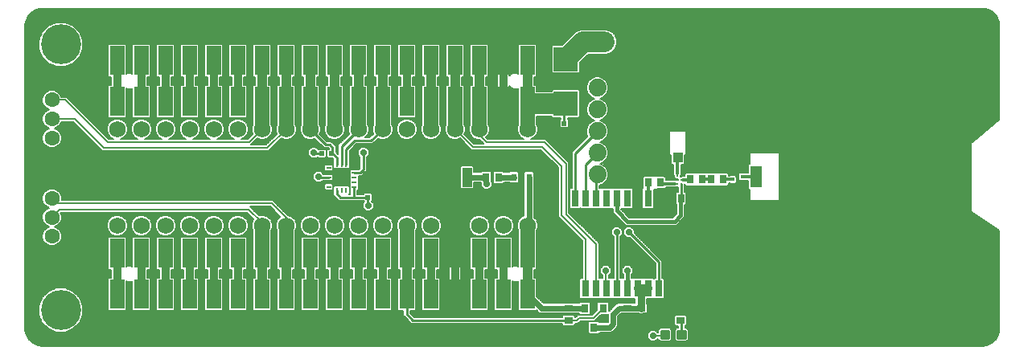
<source format=gtl>
G75*
%MOIN*%
%OFA0B0*%
%FSLAX25Y25*%
%IPPOS*%
%LPD*%
%AMOC8*
5,1,8,0,0,1.08239X$1,22.5*
%
%ADD10R,0.01969X0.00984*%
%ADD11R,0.00984X0.01969*%
%ADD12R,0.01969X0.01969*%
%ADD13R,0.03100X0.03500*%
%ADD14C,0.08600*%
%ADD15R,0.10000X0.10000*%
%ADD16C,0.06900*%
%ADD17R,0.06000X0.12000*%
%ADD18C,0.01181*%
%ADD19R,0.03543X0.02756*%
%ADD20R,0.02756X0.03543*%
%ADD21R,0.02756X0.07087*%
%ADD22R,0.03150X0.07087*%
%ADD23C,0.00902*%
%ADD24R,0.03937X0.04134*%
%ADD25R,0.04134X0.08661*%
%ADD26R,0.02362X0.03150*%
%ADD27R,0.04724X0.09055*%
%ADD28R,0.19685X0.25591*%
%ADD29C,0.06299*%
%ADD30R,0.01378X0.01673*%
%ADD31C,0.07400*%
%ADD32R,0.03937X0.07874*%
%ADD33R,0.04331X0.11811*%
%ADD34C,0.00600*%
%ADD35C,0.02900*%
%ADD36C,0.16598*%
%ADD37C,0.04000*%
%ADD38C,0.01000*%
%ADD39C,0.02400*%
%ADD40C,0.06000*%
%ADD41C,0.00800*%
%ADD42C,0.01200*%
%ADD43C,0.08600*%
%ADD44C,0.03200*%
%ADD45C,0.00900*%
%ADD46C,0.01600*%
%ADD47C,0.01700*%
%ADD48C,0.01375*%
%ADD49C,0.03000*%
%ADD50C,0.01330*%
D10*
X0156595Y0125191D03*
X0156595Y0127159D03*
X0156595Y0129128D03*
X0156595Y0131096D03*
X0156595Y0133065D03*
X0167225Y0133065D03*
X0167225Y0131096D03*
X0167225Y0129128D03*
X0167225Y0127159D03*
X0167225Y0125191D03*
D11*
X0163879Y0123813D03*
X0161910Y0123813D03*
X0159942Y0123813D03*
X0159942Y0134443D03*
X0161910Y0134443D03*
X0163879Y0134443D03*
D12*
X0157753Y0138990D03*
X0153753Y0138990D03*
X0172753Y0124801D03*
X0172753Y0120801D03*
X0254217Y0147466D03*
X0254217Y0151466D03*
D13*
X0262718Y0074793D03*
X0270318Y0074793D03*
X0266518Y0066793D03*
D14*
X0270863Y0185293D03*
X0284642Y0185293D03*
D15*
X0254839Y0178173D03*
X0254839Y0159673D03*
D16*
X0238934Y0149128D03*
X0228934Y0149128D03*
X0218934Y0149128D03*
X0208934Y0149128D03*
X0198934Y0149128D03*
X0188934Y0149128D03*
X0178934Y0149128D03*
X0168934Y0149128D03*
X0158934Y0149128D03*
X0148934Y0149128D03*
X0138934Y0149128D03*
X0128934Y0149128D03*
X0118934Y0149128D03*
X0108934Y0149128D03*
X0098934Y0149128D03*
X0088934Y0149128D03*
X0078934Y0149128D03*
X0068934Y0149128D03*
X0068934Y0109128D03*
X0078934Y0109128D03*
X0088934Y0109128D03*
X0098934Y0109128D03*
X0108934Y0109128D03*
X0118934Y0109128D03*
X0128934Y0109128D03*
X0138934Y0109128D03*
X0148934Y0109128D03*
X0158934Y0109128D03*
X0168934Y0109128D03*
X0178934Y0109128D03*
X0188934Y0109128D03*
X0198934Y0109128D03*
X0208934Y0109128D03*
X0218934Y0109128D03*
X0228934Y0109128D03*
X0238934Y0109128D03*
D17*
X0238934Y0097628D03*
X0228934Y0097628D03*
X0218934Y0097628D03*
X0208934Y0097628D03*
X0198934Y0097628D03*
X0188934Y0097628D03*
X0178934Y0097628D03*
X0168934Y0097628D03*
X0158934Y0097628D03*
X0148934Y0097628D03*
X0138934Y0097628D03*
X0128934Y0097628D03*
X0118934Y0097628D03*
X0108934Y0097628D03*
X0098934Y0097628D03*
X0088934Y0097628D03*
X0078934Y0097628D03*
X0068934Y0097628D03*
X0068934Y0080628D03*
X0078934Y0080628D03*
X0088934Y0080628D03*
X0098934Y0080628D03*
X0108934Y0080628D03*
X0118934Y0080628D03*
X0128934Y0080628D03*
X0138934Y0080628D03*
X0148934Y0080628D03*
X0158934Y0080628D03*
X0168934Y0080628D03*
X0178934Y0080628D03*
X0188934Y0080628D03*
X0198934Y0080628D03*
X0208934Y0080628D03*
X0218934Y0080628D03*
X0228934Y0080628D03*
X0238934Y0080628D03*
X0238934Y0160628D03*
X0228934Y0160628D03*
X0218934Y0160628D03*
X0208934Y0160628D03*
X0198934Y0160628D03*
X0188934Y0160628D03*
X0178934Y0160628D03*
X0168934Y0160628D03*
X0158934Y0160628D03*
X0148934Y0160628D03*
X0138934Y0160628D03*
X0128934Y0160628D03*
X0118934Y0160628D03*
X0108934Y0160628D03*
X0098934Y0160628D03*
X0088934Y0160628D03*
X0078934Y0160628D03*
X0068934Y0160628D03*
X0068934Y0177628D03*
X0078934Y0177628D03*
X0088934Y0177628D03*
X0098934Y0177628D03*
X0108934Y0177628D03*
X0118934Y0177628D03*
X0128934Y0177628D03*
X0138934Y0177628D03*
X0148934Y0177628D03*
X0158934Y0177628D03*
X0168934Y0177628D03*
X0178934Y0177628D03*
X0188934Y0177628D03*
X0198934Y0177628D03*
X0208934Y0177628D03*
X0218934Y0177628D03*
X0228934Y0177628D03*
X0238934Y0177628D03*
D18*
X0294587Y0065171D02*
X0294587Y0062415D01*
X0294587Y0065171D02*
X0297343Y0065171D01*
X0297343Y0062415D01*
X0294587Y0062415D01*
X0294587Y0063595D02*
X0297343Y0063595D01*
X0297343Y0064775D02*
X0294587Y0064775D01*
X0301493Y0065171D02*
X0301493Y0062415D01*
X0301493Y0065171D02*
X0304249Y0065171D01*
X0304249Y0062415D01*
X0301493Y0062415D01*
X0301493Y0063595D02*
X0304249Y0063595D01*
X0304249Y0064775D02*
X0301493Y0064775D01*
D19*
X0302418Y0069734D03*
X0302418Y0074852D03*
X0285918Y0074852D03*
X0285918Y0069734D03*
X0280418Y0069734D03*
X0280418Y0074852D03*
X0255918Y0074852D03*
X0255918Y0069734D03*
D20*
X0302591Y0120258D03*
X0307709Y0120258D03*
X0306383Y0128222D03*
X0311501Y0128222D03*
X0314946Y0128222D03*
X0320064Y0128222D03*
X0294064Y0126923D03*
X0288946Y0126923D03*
X0226957Y0129128D03*
X0221839Y0129128D03*
D21*
X0258658Y0120411D03*
X0293304Y0120411D03*
X0293304Y0083010D03*
X0258658Y0083010D03*
D22*
X0262989Y0083010D03*
X0267320Y0083010D03*
X0271650Y0083010D03*
X0275981Y0083010D03*
X0280312Y0083010D03*
X0284642Y0083010D03*
X0288973Y0083010D03*
X0288973Y0120411D03*
X0284642Y0120411D03*
X0280312Y0120411D03*
X0275981Y0120411D03*
X0271650Y0120411D03*
X0267320Y0120411D03*
X0262989Y0120411D03*
D23*
X0301056Y0126537D03*
X0302631Y0126537D03*
X0302631Y0128112D03*
X0302631Y0129687D03*
X0301056Y0129687D03*
X0301056Y0128112D03*
D24*
X0301272Y0137275D03*
D25*
X0295465Y0143289D03*
X0307079Y0143289D03*
D26*
X0239595Y0129128D03*
X0233296Y0129128D03*
D27*
X0333808Y0129403D03*
D28*
X0341288Y0152041D03*
X0392863Y0152041D03*
X0392863Y0106765D03*
X0341288Y0106765D03*
D29*
X0041926Y0104655D03*
X0041926Y0096781D03*
X0041926Y0112529D03*
X0041926Y0120403D03*
X0041926Y0137600D03*
X0041926Y0145474D03*
X0041926Y0153348D03*
X0041926Y0161222D03*
D30*
X0324032Y0130515D03*
X0326001Y0130515D03*
X0326001Y0128252D03*
X0324032Y0128252D03*
X0327969Y0129384D03*
D31*
X0267918Y0130293D03*
X0267918Y0139293D03*
X0267918Y0148293D03*
X0267918Y0157293D03*
X0267918Y0166293D03*
D32*
X0213920Y0129128D03*
D33*
X0187542Y0129128D03*
D34*
X0036424Y0059335D02*
X0033910Y0060376D01*
X0031985Y0062300D01*
X0030944Y0064814D01*
X0030810Y0066175D01*
X0030810Y0192159D01*
X0030944Y0193520D01*
X0031985Y0196034D01*
X0033910Y0197958D01*
X0036424Y0198999D01*
X0037784Y0199133D01*
X0427548Y0199133D01*
X0428908Y0198999D01*
X0431422Y0197958D01*
X0433347Y0196034D01*
X0434388Y0193520D01*
X0434522Y0192159D01*
X0434522Y0191786D01*
X0434530Y0191778D01*
X0434530Y0153203D01*
X0423293Y0143839D01*
X0423246Y0143839D01*
X0423011Y0143604D01*
X0422756Y0143391D01*
X0422752Y0143345D01*
X0422719Y0143311D01*
X0422719Y0142979D01*
X0422689Y0142649D01*
X0422719Y0142613D01*
X0422719Y0115652D01*
X0422663Y0115569D01*
X0422719Y0115290D01*
X0422719Y0115007D01*
X0422790Y0114936D01*
X0422809Y0114838D01*
X0423045Y0114680D01*
X0423246Y0114480D01*
X0423346Y0114480D01*
X0434530Y0107024D01*
X0434530Y0066556D01*
X0434522Y0066548D01*
X0434522Y0066175D01*
X0434388Y0064814D01*
X0433347Y0062300D01*
X0431422Y0060376D01*
X0428908Y0059335D01*
X0427548Y0059201D01*
X0037784Y0059201D01*
X0036424Y0059335D01*
X0036049Y0059490D02*
X0429283Y0059490D01*
X0430728Y0060089D02*
X0034604Y0060089D01*
X0033599Y0060687D02*
X0431733Y0060687D01*
X0432332Y0061286D02*
X0305227Y0061286D01*
X0304866Y0060924D02*
X0305739Y0061798D01*
X0305739Y0065788D01*
X0304866Y0066661D01*
X0304271Y0066661D01*
X0304271Y0067456D01*
X0304562Y0067456D01*
X0305090Y0067983D01*
X0305090Y0071485D01*
X0304562Y0072012D01*
X0300274Y0072012D01*
X0299746Y0071485D01*
X0299746Y0067983D01*
X0300274Y0067456D01*
X0301471Y0067456D01*
X0301471Y0066661D01*
X0300875Y0066661D01*
X0300002Y0065788D01*
X0300002Y0061798D01*
X0300875Y0060924D01*
X0304866Y0060924D01*
X0305739Y0061884D02*
X0432930Y0061884D01*
X0433422Y0062483D02*
X0305739Y0062483D01*
X0305739Y0063081D02*
X0433670Y0063081D01*
X0433918Y0063680D02*
X0305739Y0063680D01*
X0305739Y0064278D02*
X0434166Y0064278D01*
X0434394Y0064877D02*
X0305739Y0064877D01*
X0305739Y0065475D02*
X0434453Y0065475D01*
X0434512Y0066074D02*
X0305454Y0066074D01*
X0304271Y0066672D02*
X0434530Y0066672D01*
X0434530Y0067271D02*
X0304271Y0067271D01*
X0304976Y0067869D02*
X0434530Y0067869D01*
X0434530Y0068468D02*
X0305090Y0068468D01*
X0305090Y0069066D02*
X0434530Y0069066D01*
X0434530Y0069665D02*
X0305090Y0069665D01*
X0305090Y0070263D02*
X0434530Y0070263D01*
X0434530Y0070862D02*
X0305090Y0070862D01*
X0305090Y0071460D02*
X0434530Y0071460D01*
X0434530Y0072059D02*
X0277154Y0072059D01*
X0277752Y0072657D02*
X0278190Y0072657D01*
X0278155Y0072693D02*
X0278274Y0072574D01*
X0282562Y0072574D01*
X0282740Y0072752D01*
X0283596Y0072752D01*
X0283774Y0072574D01*
X0285146Y0072574D01*
X0285441Y0072452D01*
X0286395Y0072452D01*
X0286690Y0072574D01*
X0288062Y0072574D01*
X0288590Y0073101D01*
X0288590Y0076603D01*
X0288318Y0076874D01*
X0288318Y0078566D01*
X0290921Y0078566D01*
X0291237Y0078882D01*
X0291553Y0078566D01*
X0295055Y0078566D01*
X0295582Y0079093D01*
X0295582Y0086926D01*
X0295055Y0087453D01*
X0294704Y0087453D01*
X0294704Y0094487D01*
X0283268Y0105923D01*
X0283268Y0107266D01*
X0281891Y0108643D01*
X0279945Y0108643D01*
X0278568Y0107266D01*
X0278568Y0105320D01*
X0279945Y0103943D01*
X0281288Y0103943D01*
X0291904Y0093327D01*
X0291904Y0087453D01*
X0291553Y0087453D01*
X0291237Y0087137D01*
X0290921Y0087453D01*
X0287025Y0087453D01*
X0286808Y0087235D01*
X0286590Y0087453D01*
X0282695Y0087453D01*
X0282477Y0087235D01*
X0282259Y0087453D01*
X0282012Y0087453D01*
X0282012Y0088563D01*
X0282768Y0089320D01*
X0282768Y0091266D01*
X0281391Y0092643D01*
X0279445Y0092643D01*
X0278068Y0091266D01*
X0278068Y0089320D01*
X0278612Y0088776D01*
X0278612Y0087453D01*
X0278364Y0087453D01*
X0278146Y0087235D01*
X0277929Y0087453D01*
X0277381Y0087453D01*
X0277381Y0104433D01*
X0278268Y0105320D01*
X0278268Y0107266D01*
X0276891Y0108643D01*
X0274945Y0108643D01*
X0273568Y0107266D01*
X0273568Y0105320D01*
X0274581Y0104307D01*
X0274581Y0087453D01*
X0274033Y0087453D01*
X0273816Y0087235D01*
X0273598Y0087453D01*
X0272718Y0087453D01*
X0272718Y0088270D01*
X0273768Y0089320D01*
X0273768Y0091266D01*
X0272391Y0092643D01*
X0270445Y0092643D01*
X0269068Y0091266D01*
X0269068Y0089320D01*
X0270118Y0088270D01*
X0270118Y0087453D01*
X0269703Y0087453D01*
X0269485Y0087235D01*
X0269267Y0087453D01*
X0268718Y0087453D01*
X0268718Y0101831D01*
X0267956Y0102593D01*
X0256218Y0114331D01*
X0256218Y0135331D01*
X0255456Y0136093D01*
X0246456Y0145093D01*
X0240560Y0145093D01*
X0241398Y0145440D01*
X0242621Y0146664D01*
X0243284Y0148262D01*
X0243284Y0149993D01*
X0242834Y0151079D01*
X0242834Y0154473D01*
X0248939Y0154473D01*
X0248939Y0154300D01*
X0249466Y0153773D01*
X0252817Y0153773D01*
X0252817Y0153308D01*
X0252333Y0152823D01*
X0252333Y0150109D01*
X0252860Y0149582D01*
X0255574Y0149582D01*
X0256101Y0150109D01*
X0256101Y0152823D01*
X0255617Y0153308D01*
X0255617Y0153773D01*
X0260212Y0153773D01*
X0260739Y0154300D01*
X0260739Y0165046D01*
X0260212Y0165573D01*
X0249466Y0165573D01*
X0248939Y0165046D01*
X0248939Y0164873D01*
X0242834Y0164873D01*
X0242834Y0167000D01*
X0242307Y0167528D01*
X0241834Y0167528D01*
X0241834Y0170728D01*
X0242307Y0170728D01*
X0242834Y0171255D01*
X0242834Y0184000D01*
X0242307Y0184528D01*
X0235561Y0184528D01*
X0235034Y0184000D01*
X0235034Y0172203D01*
X0234583Y0172390D01*
X0233285Y0172390D01*
X0232086Y0171893D01*
X0231418Y0171225D01*
X0231418Y0172790D01*
X0231037Y0173709D01*
X0230334Y0174412D01*
X0229415Y0174793D01*
X0228421Y0174793D01*
X0227502Y0174412D01*
X0226799Y0173709D01*
X0226418Y0172790D01*
X0226418Y0165796D01*
X0226799Y0164877D01*
X0227502Y0164174D01*
X0228421Y0163793D01*
X0229415Y0163793D01*
X0230334Y0164174D01*
X0231037Y0164877D01*
X0231418Y0165796D01*
X0231418Y0167030D01*
X0232086Y0166362D01*
X0233285Y0165865D01*
X0234583Y0165865D01*
X0235034Y0166052D01*
X0235034Y0151079D01*
X0234584Y0149993D01*
X0234584Y0148262D01*
X0235246Y0146664D01*
X0236470Y0145440D01*
X0237307Y0145093D01*
X0222456Y0145093D01*
X0221754Y0145796D01*
X0222621Y0146664D01*
X0223284Y0148262D01*
X0223284Y0149993D01*
X0222834Y0151079D01*
X0222834Y0167000D01*
X0222307Y0167528D01*
X0221834Y0167528D01*
X0221834Y0170728D01*
X0222307Y0170728D01*
X0222834Y0171255D01*
X0222834Y0184000D01*
X0222307Y0184528D01*
X0215561Y0184528D01*
X0215034Y0184000D01*
X0215034Y0176107D01*
X0215018Y0176069D01*
X0215018Y0174517D01*
X0215034Y0174479D01*
X0215034Y0171255D01*
X0215561Y0170728D01*
X0216034Y0170728D01*
X0216034Y0167528D01*
X0215561Y0167528D01*
X0215034Y0167000D01*
X0215034Y0161457D01*
X0215018Y0161419D01*
X0215018Y0159868D01*
X0215034Y0159830D01*
X0215034Y0151079D01*
X0214584Y0149993D01*
X0214584Y0148262D01*
X0215246Y0146664D01*
X0216470Y0145440D01*
X0218068Y0144778D01*
X0219095Y0144778D01*
X0220618Y0143255D01*
X0220780Y0143093D01*
X0216807Y0143093D01*
X0212802Y0147098D01*
X0213284Y0148262D01*
X0213284Y0149993D01*
X0212834Y0151079D01*
X0212834Y0167000D01*
X0212307Y0167528D01*
X0211834Y0167528D01*
X0211834Y0170728D01*
X0212307Y0170728D01*
X0212834Y0171255D01*
X0212834Y0184000D01*
X0212307Y0184528D01*
X0205561Y0184528D01*
X0205034Y0184000D01*
X0205034Y0171255D01*
X0205561Y0170728D01*
X0206034Y0170728D01*
X0206034Y0167528D01*
X0205561Y0167528D01*
X0205034Y0167000D01*
X0205034Y0151079D01*
X0204584Y0149993D01*
X0204584Y0148262D01*
X0205246Y0146664D01*
X0206470Y0145440D01*
X0208068Y0144778D01*
X0209799Y0144778D01*
X0210963Y0145260D01*
X0215730Y0140493D01*
X0244379Y0140493D01*
X0251618Y0133255D01*
X0251618Y0112755D01*
X0252379Y0111993D01*
X0261689Y0102684D01*
X0261689Y0087453D01*
X0261041Y0087453D01*
X0260514Y0086926D01*
X0260514Y0079093D01*
X0261041Y0078566D01*
X0264936Y0078566D01*
X0265154Y0078784D01*
X0265372Y0078566D01*
X0269267Y0078566D01*
X0269485Y0078784D01*
X0269703Y0078566D01*
X0273598Y0078566D01*
X0273816Y0078784D01*
X0274033Y0078566D01*
X0277929Y0078566D01*
X0278146Y0078784D01*
X0278364Y0078566D01*
X0282259Y0078566D01*
X0282477Y0078784D01*
X0282695Y0078566D01*
X0283518Y0078566D01*
X0283518Y0076952D01*
X0282740Y0076952D01*
X0282562Y0077130D01*
X0278274Y0077130D01*
X0278037Y0076893D01*
X0276048Y0076893D01*
X0274818Y0075663D01*
X0272768Y0073613D01*
X0272768Y0076916D01*
X0272241Y0077443D01*
X0268395Y0077443D01*
X0267868Y0076916D01*
X0267868Y0074181D01*
X0265779Y0072093D01*
X0259879Y0072093D01*
X0259118Y0071331D01*
X0258820Y0071034D01*
X0258590Y0071034D01*
X0258590Y0071485D01*
X0258062Y0072012D01*
X0253774Y0072012D01*
X0253246Y0071485D01*
X0253246Y0071193D01*
X0191998Y0071193D01*
X0190318Y0072873D01*
X0190318Y0073728D01*
X0192307Y0073728D01*
X0192834Y0074255D01*
X0192834Y0087000D01*
X0192307Y0087528D01*
X0191818Y0087528D01*
X0191818Y0090728D01*
X0192307Y0090728D01*
X0192834Y0091255D01*
X0192834Y0107176D01*
X0193284Y0108262D01*
X0193284Y0109993D01*
X0192621Y0111592D01*
X0191398Y0112815D01*
X0189799Y0113478D01*
X0188068Y0113478D01*
X0186470Y0112815D01*
X0185246Y0111592D01*
X0184584Y0109993D01*
X0184584Y0108262D01*
X0185034Y0107176D01*
X0185034Y0091255D01*
X0185561Y0090728D01*
X0186018Y0090728D01*
X0186018Y0087528D01*
X0185561Y0087528D01*
X0185034Y0087000D01*
X0185034Y0074255D01*
X0185561Y0073728D01*
X0187518Y0073728D01*
X0187518Y0071713D01*
X0188338Y0070893D01*
X0188338Y0070893D01*
X0190838Y0068393D01*
X0253246Y0068393D01*
X0253246Y0067983D01*
X0253774Y0067456D01*
X0258062Y0067456D01*
X0258590Y0067983D01*
X0258590Y0068434D01*
X0259897Y0068434D01*
X0260956Y0069493D01*
X0266856Y0069493D01*
X0269506Y0072143D01*
X0272241Y0072143D01*
X0272318Y0072220D01*
X0272318Y0069163D01*
X0272048Y0068893D01*
X0268968Y0068893D01*
X0268968Y0068916D01*
X0268441Y0069443D01*
X0264595Y0069443D01*
X0264068Y0068916D01*
X0264068Y0064670D01*
X0264595Y0064143D01*
X0268441Y0064143D01*
X0268968Y0064670D01*
X0268968Y0064693D01*
X0273788Y0064693D01*
X0275288Y0066193D01*
X0276518Y0067423D01*
X0276518Y0071423D01*
X0277788Y0072693D01*
X0278155Y0072693D01*
X0276555Y0071460D02*
X0299746Y0071460D01*
X0299746Y0070862D02*
X0276518Y0070862D01*
X0276518Y0070263D02*
X0299746Y0070263D01*
X0299746Y0069665D02*
X0276518Y0069665D01*
X0276518Y0069066D02*
X0299746Y0069066D01*
X0299746Y0068468D02*
X0276518Y0068468D01*
X0276518Y0067869D02*
X0299860Y0067869D01*
X0301471Y0067271D02*
X0276365Y0067271D01*
X0275767Y0066672D02*
X0301471Y0066672D01*
X0300288Y0066074D02*
X0298548Y0066074D01*
X0298834Y0065788D02*
X0297961Y0066661D01*
X0293970Y0066661D01*
X0293097Y0065788D01*
X0293097Y0064593D01*
X0292941Y0064593D01*
X0291891Y0065643D01*
X0289945Y0065643D01*
X0288568Y0064266D01*
X0288568Y0062320D01*
X0289945Y0060943D01*
X0291891Y0060943D01*
X0292941Y0061993D01*
X0293097Y0061993D01*
X0293097Y0061798D01*
X0293970Y0060924D01*
X0297961Y0060924D01*
X0298834Y0061798D01*
X0298834Y0065788D01*
X0298834Y0065475D02*
X0300002Y0065475D01*
X0300002Y0064877D02*
X0298834Y0064877D01*
X0298834Y0064278D02*
X0300002Y0064278D01*
X0300002Y0063680D02*
X0298834Y0063680D01*
X0298834Y0063081D02*
X0300002Y0063081D01*
X0300002Y0062483D02*
X0298834Y0062483D01*
X0298834Y0061884D02*
X0300002Y0061884D01*
X0300514Y0061286D02*
X0298322Y0061286D01*
X0293609Y0061286D02*
X0292234Y0061286D01*
X0292832Y0061884D02*
X0293097Y0061884D01*
X0289602Y0061286D02*
X0033000Y0061286D01*
X0032402Y0061884D02*
X0289003Y0061884D01*
X0288568Y0062483D02*
X0031910Y0062483D01*
X0031662Y0063081D02*
X0288568Y0063081D01*
X0288568Y0063680D02*
X0031414Y0063680D01*
X0031166Y0064278D02*
X0264460Y0064278D01*
X0264068Y0064877D02*
X0047580Y0064877D01*
X0047496Y0064842D02*
X0050877Y0066242D01*
X0053465Y0068830D01*
X0054865Y0072211D01*
X0054865Y0075871D01*
X0053465Y0079252D01*
X0050877Y0081840D01*
X0047496Y0083240D01*
X0043836Y0083240D01*
X0040455Y0081840D01*
X0037867Y0079252D01*
X0036467Y0075871D01*
X0036467Y0072211D01*
X0037867Y0068830D01*
X0040455Y0066242D01*
X0043836Y0064842D01*
X0047496Y0064842D01*
X0049025Y0065475D02*
X0264068Y0065475D01*
X0264068Y0066074D02*
X0050470Y0066074D01*
X0051307Y0066672D02*
X0264068Y0066672D01*
X0264068Y0067271D02*
X0051905Y0067271D01*
X0052504Y0067869D02*
X0253360Y0067869D01*
X0253246Y0071460D02*
X0191731Y0071460D01*
X0191132Y0072059D02*
X0259845Y0072059D01*
X0260281Y0072657D02*
X0258146Y0072657D01*
X0258181Y0072693D02*
X0260268Y0072693D01*
X0260268Y0072670D01*
X0260795Y0072143D01*
X0264641Y0072143D01*
X0265168Y0072670D01*
X0265168Y0076916D01*
X0264641Y0077443D01*
X0260795Y0077443D01*
X0260268Y0076916D01*
X0260268Y0076893D01*
X0258299Y0076893D01*
X0258062Y0077130D01*
X0253774Y0077130D01*
X0253596Y0076952D01*
X0245579Y0076952D01*
X0242834Y0079697D01*
X0242834Y0087000D01*
X0242307Y0087528D01*
X0241834Y0087528D01*
X0241834Y0090728D01*
X0242307Y0090728D01*
X0242834Y0091255D01*
X0242834Y0107176D01*
X0243284Y0108262D01*
X0243284Y0109993D01*
X0242621Y0111592D01*
X0241695Y0112518D01*
X0241695Y0129997D01*
X0241676Y0130016D01*
X0241676Y0131075D01*
X0241149Y0131602D01*
X0238041Y0131602D01*
X0237514Y0131075D01*
X0237514Y0130016D01*
X0237495Y0129997D01*
X0237495Y0113240D01*
X0236470Y0112815D01*
X0235246Y0111592D01*
X0234584Y0109993D01*
X0234584Y0108262D01*
X0235034Y0107176D01*
X0235034Y0092203D01*
X0234583Y0092390D01*
X0233285Y0092390D01*
X0232834Y0092203D01*
X0232834Y0104000D01*
X0232307Y0104528D01*
X0225561Y0104528D01*
X0225034Y0104000D01*
X0225034Y0091255D01*
X0225561Y0090728D01*
X0226418Y0090728D01*
X0226418Y0087528D01*
X0225561Y0087528D01*
X0225034Y0087000D01*
X0225034Y0074255D01*
X0225561Y0073728D01*
X0232307Y0073728D01*
X0232834Y0074255D01*
X0232834Y0086052D01*
X0233285Y0085865D01*
X0234583Y0085865D01*
X0235034Y0086052D01*
X0235034Y0074255D01*
X0235561Y0073728D01*
X0242307Y0073728D01*
X0242585Y0074006D01*
X0243839Y0072752D01*
X0253596Y0072752D01*
X0253774Y0072574D01*
X0258062Y0072574D01*
X0258181Y0072693D01*
X0258590Y0071460D02*
X0259247Y0071460D01*
X0260530Y0069066D02*
X0264218Y0069066D01*
X0264068Y0068468D02*
X0259931Y0068468D01*
X0258476Y0067869D02*
X0264068Y0067869D01*
X0267028Y0069665D02*
X0272318Y0069665D01*
X0272318Y0070263D02*
X0267627Y0070263D01*
X0268225Y0070862D02*
X0272318Y0070862D01*
X0272318Y0071460D02*
X0268824Y0071460D01*
X0269422Y0072059D02*
X0272318Y0072059D01*
X0272768Y0073854D02*
X0273009Y0073854D01*
X0272768Y0074453D02*
X0273608Y0074453D01*
X0274206Y0075051D02*
X0272768Y0075051D01*
X0272768Y0075650D02*
X0274805Y0075650D01*
X0275403Y0076248D02*
X0272768Y0076248D01*
X0272768Y0076847D02*
X0276002Y0076847D01*
X0278005Y0078642D02*
X0278288Y0078642D01*
X0282335Y0078642D02*
X0282619Y0078642D01*
X0283518Y0078044D02*
X0244487Y0078044D01*
X0243889Y0078642D02*
X0260965Y0078642D01*
X0260514Y0079241D02*
X0243290Y0079241D01*
X0242834Y0079839D02*
X0260514Y0079839D01*
X0260514Y0080438D02*
X0242834Y0080438D01*
X0242834Y0081036D02*
X0260514Y0081036D01*
X0260514Y0081635D02*
X0242834Y0081635D01*
X0242834Y0082233D02*
X0260514Y0082233D01*
X0260514Y0082832D02*
X0242834Y0082832D01*
X0242834Y0083430D02*
X0260514Y0083430D01*
X0260514Y0084029D02*
X0242834Y0084029D01*
X0242834Y0084627D02*
X0260514Y0084627D01*
X0260514Y0085226D02*
X0242834Y0085226D01*
X0242834Y0085825D02*
X0260514Y0085825D01*
X0260514Y0086423D02*
X0242834Y0086423D01*
X0242813Y0087022D02*
X0260610Y0087022D01*
X0261689Y0087620D02*
X0241834Y0087620D01*
X0241834Y0088219D02*
X0261689Y0088219D01*
X0261689Y0088817D02*
X0241834Y0088817D01*
X0241834Y0089416D02*
X0261689Y0089416D01*
X0261689Y0090014D02*
X0241834Y0090014D01*
X0241834Y0090613D02*
X0261689Y0090613D01*
X0261689Y0091211D02*
X0242790Y0091211D01*
X0242834Y0091810D02*
X0261689Y0091810D01*
X0261689Y0092408D02*
X0242834Y0092408D01*
X0242834Y0093007D02*
X0261689Y0093007D01*
X0261689Y0093605D02*
X0242834Y0093605D01*
X0242834Y0094204D02*
X0261689Y0094204D01*
X0261689Y0094802D02*
X0242834Y0094802D01*
X0242834Y0095401D02*
X0261689Y0095401D01*
X0261689Y0095999D02*
X0242834Y0095999D01*
X0242834Y0096598D02*
X0261689Y0096598D01*
X0261689Y0097196D02*
X0242834Y0097196D01*
X0242834Y0097795D02*
X0261689Y0097795D01*
X0261689Y0098393D02*
X0242834Y0098393D01*
X0242834Y0098992D02*
X0261689Y0098992D01*
X0261689Y0099590D02*
X0242834Y0099590D01*
X0242834Y0100189D02*
X0261689Y0100189D01*
X0261689Y0100787D02*
X0242834Y0100787D01*
X0242834Y0101386D02*
X0261689Y0101386D01*
X0261689Y0101984D02*
X0242834Y0101984D01*
X0242834Y0102583D02*
X0261689Y0102583D01*
X0261191Y0103181D02*
X0242834Y0103181D01*
X0242834Y0103780D02*
X0260593Y0103780D01*
X0259994Y0104378D02*
X0242834Y0104378D01*
X0242834Y0104977D02*
X0259396Y0104977D01*
X0258797Y0105575D02*
X0242834Y0105575D01*
X0242834Y0106174D02*
X0258199Y0106174D01*
X0257600Y0106772D02*
X0242834Y0106772D01*
X0242914Y0107371D02*
X0257002Y0107371D01*
X0256403Y0107969D02*
X0243162Y0107969D01*
X0243284Y0108568D02*
X0255805Y0108568D01*
X0255206Y0109166D02*
X0243284Y0109166D01*
X0243284Y0109765D02*
X0254608Y0109765D01*
X0254009Y0110363D02*
X0243130Y0110363D01*
X0242882Y0110962D02*
X0253410Y0110962D01*
X0252812Y0111560D02*
X0242634Y0111560D01*
X0242054Y0112159D02*
X0252213Y0112159D01*
X0251618Y0112758D02*
X0241695Y0112758D01*
X0241695Y0113356D02*
X0251618Y0113356D01*
X0251618Y0113955D02*
X0241695Y0113955D01*
X0241695Y0114553D02*
X0251618Y0114553D01*
X0251618Y0115152D02*
X0241695Y0115152D01*
X0241695Y0115750D02*
X0251618Y0115750D01*
X0251618Y0116349D02*
X0241695Y0116349D01*
X0241695Y0116947D02*
X0251618Y0116947D01*
X0251618Y0117546D02*
X0241695Y0117546D01*
X0241695Y0118144D02*
X0251618Y0118144D01*
X0251618Y0118743D02*
X0241695Y0118743D01*
X0241695Y0119341D02*
X0251618Y0119341D01*
X0251618Y0119940D02*
X0241695Y0119940D01*
X0241695Y0120538D02*
X0251618Y0120538D01*
X0251618Y0121137D02*
X0241695Y0121137D01*
X0241695Y0121735D02*
X0251618Y0121735D01*
X0251618Y0122334D02*
X0241695Y0122334D01*
X0241695Y0122932D02*
X0251618Y0122932D01*
X0251618Y0123531D02*
X0241695Y0123531D01*
X0241695Y0124129D02*
X0251618Y0124129D01*
X0251618Y0124728D02*
X0241695Y0124728D01*
X0241695Y0125326D02*
X0251618Y0125326D01*
X0251618Y0125925D02*
X0241695Y0125925D01*
X0241695Y0126523D02*
X0251618Y0126523D01*
X0251618Y0127122D02*
X0241695Y0127122D01*
X0241695Y0127720D02*
X0251618Y0127720D01*
X0251618Y0128319D02*
X0241695Y0128319D01*
X0241695Y0128917D02*
X0251618Y0128917D01*
X0251618Y0129516D02*
X0241695Y0129516D01*
X0241676Y0130114D02*
X0251618Y0130114D01*
X0251618Y0130713D02*
X0241676Y0130713D01*
X0241440Y0131311D02*
X0251618Y0131311D01*
X0251618Y0131910D02*
X0216788Y0131910D01*
X0216788Y0132508D02*
X0251618Y0132508D01*
X0251618Y0133107D02*
X0216788Y0133107D01*
X0216788Y0133437D02*
X0216261Y0133965D01*
X0211578Y0133965D01*
X0211051Y0133437D01*
X0211051Y0124818D01*
X0211578Y0124291D01*
X0216261Y0124291D01*
X0216788Y0124818D01*
X0216788Y0127028D01*
X0219561Y0127028D01*
X0219561Y0126983D01*
X0219568Y0126976D01*
X0219568Y0125320D01*
X0220945Y0123943D01*
X0222891Y0123943D01*
X0224268Y0125320D01*
X0224268Y0127266D01*
X0224117Y0127417D01*
X0224117Y0131272D01*
X0223590Y0131799D01*
X0220088Y0131799D01*
X0219561Y0131272D01*
X0219561Y0131228D01*
X0216788Y0131228D01*
X0216788Y0133437D01*
X0216520Y0133705D02*
X0251167Y0133705D01*
X0250569Y0134304D02*
X0172318Y0134304D01*
X0172318Y0134902D02*
X0249970Y0134902D01*
X0249372Y0135501D02*
X0172318Y0135501D01*
X0172318Y0136099D02*
X0248773Y0136099D01*
X0248175Y0136698D02*
X0172318Y0136698D01*
X0172318Y0137296D02*
X0247576Y0137296D01*
X0246977Y0137895D02*
X0172843Y0137895D01*
X0173268Y0138320D02*
X0173268Y0140266D01*
X0171891Y0141643D01*
X0169945Y0141643D01*
X0168568Y0140266D01*
X0168568Y0138320D01*
X0169518Y0137370D01*
X0169518Y0132873D01*
X0169141Y0132496D01*
X0166645Y0132496D01*
X0166637Y0132488D01*
X0165868Y0132488D01*
X0165341Y0131961D01*
X0165341Y0130231D01*
X0165460Y0130112D01*
X0165341Y0129993D01*
X0165341Y0128263D01*
X0165460Y0128143D01*
X0165341Y0128024D01*
X0165341Y0126294D01*
X0165460Y0126175D01*
X0165341Y0126056D01*
X0165341Y0124326D01*
X0165518Y0124149D01*
X0165518Y0122201D01*
X0165016Y0122201D01*
X0165271Y0122456D01*
X0165271Y0125170D01*
X0164744Y0125697D01*
X0163014Y0125697D01*
X0162894Y0125578D01*
X0162775Y0125697D01*
X0161045Y0125697D01*
X0160926Y0125578D01*
X0160807Y0125697D01*
X0159077Y0125697D01*
X0158549Y0125170D01*
X0158549Y0124400D01*
X0158542Y0124393D01*
X0158542Y0121689D01*
X0160018Y0120213D01*
X0160838Y0119393D01*
X0161998Y0119393D01*
X0162006Y0119401D01*
X0170911Y0119401D01*
X0171307Y0119005D01*
X0170568Y0118266D01*
X0170568Y0116320D01*
X0171945Y0114943D01*
X0173891Y0114943D01*
X0175268Y0116320D01*
X0175268Y0118266D01*
X0174364Y0119171D01*
X0174637Y0119444D01*
X0174637Y0122158D01*
X0174110Y0122685D01*
X0171396Y0122685D01*
X0170911Y0122201D01*
X0168318Y0122201D01*
X0168318Y0123798D01*
X0168582Y0123798D01*
X0169109Y0124326D01*
X0169109Y0126056D01*
X0168990Y0126175D01*
X0169109Y0126294D01*
X0169109Y0128024D01*
X0168990Y0128143D01*
X0169109Y0128263D01*
X0169109Y0129696D01*
X0170301Y0129696D01*
X0171498Y0130893D01*
X0172318Y0131713D01*
X0172318Y0137370D01*
X0173268Y0138320D01*
X0173268Y0138494D02*
X0246379Y0138494D01*
X0245780Y0139092D02*
X0173268Y0139092D01*
X0173268Y0139691D02*
X0245182Y0139691D01*
X0244583Y0140289D02*
X0173245Y0140289D01*
X0172647Y0140888D02*
X0215335Y0140888D01*
X0214737Y0141486D02*
X0172048Y0141486D01*
X0169788Y0141486D02*
X0166591Y0141486D01*
X0165992Y0140888D02*
X0169189Y0140888D01*
X0168591Y0140289D02*
X0165394Y0140289D01*
X0165279Y0140174D02*
X0167998Y0142893D01*
X0174679Y0142893D01*
X0177004Y0145218D01*
X0178068Y0144778D01*
X0179799Y0144778D01*
X0181398Y0145440D01*
X0182621Y0146664D01*
X0183284Y0148262D01*
X0183284Y0149993D01*
X0182834Y0151079D01*
X0182834Y0167000D01*
X0182307Y0167528D01*
X0181834Y0167528D01*
X0181834Y0170728D01*
X0182307Y0170728D01*
X0182834Y0171255D01*
X0182834Y0184000D01*
X0182307Y0184528D01*
X0175561Y0184528D01*
X0175034Y0184000D01*
X0175034Y0171255D01*
X0175561Y0170728D01*
X0176034Y0170728D01*
X0176034Y0167528D01*
X0175561Y0167528D01*
X0175034Y0167000D01*
X0175034Y0151079D01*
X0174584Y0149993D01*
X0174584Y0148262D01*
X0175024Y0147198D01*
X0173519Y0145693D01*
X0171651Y0145693D01*
X0172621Y0146664D01*
X0173284Y0148262D01*
X0173284Y0149993D01*
X0172834Y0151079D01*
X0172834Y0167000D01*
X0172307Y0167528D01*
X0171834Y0167528D01*
X0171834Y0170728D01*
X0172307Y0170728D01*
X0172834Y0171255D01*
X0172834Y0184000D01*
X0172307Y0184528D01*
X0165561Y0184528D01*
X0165034Y0184000D01*
X0165034Y0171255D01*
X0165561Y0170728D01*
X0166034Y0170728D01*
X0166034Y0167528D01*
X0165561Y0167528D01*
X0165034Y0167000D01*
X0165034Y0151079D01*
X0164584Y0149993D01*
X0164584Y0148262D01*
X0165024Y0147198D01*
X0160510Y0142684D01*
X0160510Y0138681D01*
X0159637Y0139554D01*
X0159637Y0140347D01*
X0159621Y0140363D01*
X0159621Y0142070D01*
X0158801Y0142890D01*
X0158318Y0143373D01*
X0157498Y0144193D01*
X0155848Y0144193D01*
X0152843Y0147198D01*
X0153284Y0148262D01*
X0153284Y0149993D01*
X0152834Y0151079D01*
X0152834Y0167000D01*
X0152307Y0167528D01*
X0151818Y0167528D01*
X0151818Y0170728D01*
X0152307Y0170728D01*
X0152834Y0171255D01*
X0152834Y0184000D01*
X0152307Y0184528D01*
X0145561Y0184528D01*
X0145034Y0184000D01*
X0145034Y0171255D01*
X0145561Y0170728D01*
X0146018Y0170728D01*
X0146018Y0167528D01*
X0145561Y0167528D01*
X0145034Y0167000D01*
X0145034Y0151079D01*
X0144584Y0149993D01*
X0144584Y0148262D01*
X0145246Y0146664D01*
X0146470Y0145440D01*
X0148068Y0144778D01*
X0149799Y0144778D01*
X0150863Y0145218D01*
X0154688Y0141393D01*
X0156338Y0141393D01*
X0156821Y0140910D01*
X0156821Y0140874D01*
X0156396Y0140874D01*
X0155868Y0140347D01*
X0155868Y0137633D01*
X0156396Y0137106D01*
X0158125Y0137106D01*
X0158542Y0136689D01*
X0158542Y0133863D01*
X0158549Y0133855D01*
X0158549Y0133086D01*
X0159077Y0132558D01*
X0160807Y0132558D01*
X0160926Y0132678D01*
X0161045Y0132558D01*
X0162775Y0132558D01*
X0162894Y0132678D01*
X0163014Y0132558D01*
X0164744Y0132558D01*
X0165271Y0133086D01*
X0165271Y0133855D01*
X0165279Y0133863D01*
X0165279Y0140174D01*
X0165279Y0139691D02*
X0168568Y0139691D01*
X0168568Y0139092D02*
X0165279Y0139092D01*
X0165279Y0138494D02*
X0168568Y0138494D01*
X0168993Y0137895D02*
X0165279Y0137895D01*
X0165279Y0137296D02*
X0169518Y0137296D01*
X0169518Y0136698D02*
X0165279Y0136698D01*
X0165279Y0136099D02*
X0169518Y0136099D01*
X0169518Y0135501D02*
X0165279Y0135501D01*
X0165279Y0134902D02*
X0169518Y0134902D01*
X0169518Y0134304D02*
X0165279Y0134304D01*
X0165271Y0133705D02*
X0169518Y0133705D01*
X0169518Y0133107D02*
X0165271Y0133107D01*
X0165341Y0131910D02*
X0158190Y0131910D01*
X0157952Y0131673D02*
X0158479Y0132200D01*
X0158479Y0133930D01*
X0157952Y0134457D01*
X0155238Y0134457D01*
X0154711Y0133930D01*
X0154711Y0132200D01*
X0155238Y0131673D01*
X0157952Y0131673D01*
X0158479Y0132508D02*
X0169153Y0132508D01*
X0171318Y0130713D02*
X0211051Y0130713D01*
X0211051Y0131311D02*
X0171916Y0131311D01*
X0172318Y0131910D02*
X0211051Y0131910D01*
X0211051Y0132508D02*
X0172318Y0132508D01*
X0172318Y0133107D02*
X0211051Y0133107D01*
X0211319Y0133705D02*
X0172318Y0133705D01*
X0170719Y0130114D02*
X0211051Y0130114D01*
X0211051Y0129516D02*
X0169109Y0129516D01*
X0169109Y0128917D02*
X0211051Y0128917D01*
X0211051Y0128319D02*
X0169109Y0128319D01*
X0169109Y0127720D02*
X0211051Y0127720D01*
X0211051Y0127122D02*
X0169109Y0127122D01*
X0169109Y0126523D02*
X0211051Y0126523D01*
X0211051Y0125925D02*
X0169109Y0125925D01*
X0169109Y0125326D02*
X0211051Y0125326D01*
X0211141Y0124728D02*
X0169109Y0124728D01*
X0168913Y0124129D02*
X0220758Y0124129D01*
X0220160Y0124728D02*
X0216698Y0124728D01*
X0216788Y0125326D02*
X0219568Y0125326D01*
X0219568Y0125925D02*
X0216788Y0125925D01*
X0216788Y0126523D02*
X0219568Y0126523D01*
X0223078Y0124129D02*
X0237495Y0124129D01*
X0237495Y0123531D02*
X0168318Y0123531D01*
X0168318Y0122932D02*
X0237495Y0122932D01*
X0237495Y0122334D02*
X0174461Y0122334D01*
X0174637Y0121735D02*
X0237495Y0121735D01*
X0237495Y0121137D02*
X0174637Y0121137D01*
X0174637Y0120538D02*
X0237495Y0120538D01*
X0237495Y0119940D02*
X0174637Y0119940D01*
X0174534Y0119341D02*
X0237495Y0119341D01*
X0237495Y0118743D02*
X0174792Y0118743D01*
X0175268Y0118144D02*
X0237495Y0118144D01*
X0237495Y0117546D02*
X0175268Y0117546D01*
X0175268Y0116947D02*
X0237495Y0116947D01*
X0237495Y0116349D02*
X0175268Y0116349D01*
X0174698Y0115750D02*
X0237495Y0115750D01*
X0237495Y0115152D02*
X0174100Y0115152D01*
X0171736Y0115152D02*
X0137898Y0115152D01*
X0137299Y0115750D02*
X0171137Y0115750D01*
X0170568Y0116349D02*
X0136701Y0116349D01*
X0136102Y0116947D02*
X0170568Y0116947D01*
X0170568Y0117546D02*
X0135504Y0117546D01*
X0134905Y0118144D02*
X0170568Y0118144D01*
X0171044Y0118743D02*
X0134307Y0118743D01*
X0133708Y0119341D02*
X0170971Y0119341D01*
X0171044Y0122334D02*
X0168318Y0122334D01*
X0165518Y0122334D02*
X0165149Y0122334D01*
X0165271Y0122932D02*
X0165518Y0122932D01*
X0165518Y0123531D02*
X0165271Y0123531D01*
X0165271Y0124129D02*
X0165518Y0124129D01*
X0165341Y0124728D02*
X0165271Y0124728D01*
X0165341Y0125326D02*
X0165114Y0125326D01*
X0165341Y0125925D02*
X0158479Y0125925D01*
X0158479Y0126056D02*
X0157952Y0126583D01*
X0155238Y0126583D01*
X0154711Y0126056D01*
X0154711Y0124326D01*
X0155238Y0123798D01*
X0157952Y0123798D01*
X0158479Y0124326D01*
X0158479Y0126056D01*
X0158012Y0126523D02*
X0165341Y0126523D01*
X0165341Y0127122D02*
X0153570Y0127122D01*
X0153391Y0126943D02*
X0154176Y0127728D01*
X0157175Y0127728D01*
X0157183Y0127736D01*
X0157952Y0127736D01*
X0158479Y0128263D01*
X0158479Y0129993D01*
X0157952Y0130520D01*
X0157183Y0130520D01*
X0157175Y0130528D01*
X0154507Y0130528D01*
X0153391Y0131643D01*
X0151445Y0131643D01*
X0150068Y0130266D01*
X0150068Y0128320D01*
X0151445Y0126943D01*
X0153391Y0126943D01*
X0154169Y0127720D02*
X0165341Y0127720D01*
X0165341Y0128319D02*
X0158479Y0128319D01*
X0158479Y0128917D02*
X0165341Y0128917D01*
X0165341Y0129516D02*
X0158479Y0129516D01*
X0158358Y0130114D02*
X0165458Y0130114D01*
X0165341Y0130713D02*
X0154321Y0130713D01*
X0153723Y0131311D02*
X0165341Y0131311D01*
X0158549Y0133107D02*
X0158479Y0133107D01*
X0158479Y0133705D02*
X0158549Y0133705D01*
X0158542Y0134304D02*
X0158105Y0134304D01*
X0158542Y0134902D02*
X0030810Y0134902D01*
X0030810Y0134304D02*
X0155085Y0134304D01*
X0154711Y0133705D02*
X0030810Y0133705D01*
X0030810Y0133107D02*
X0154711Y0133107D01*
X0154711Y0132508D02*
X0030810Y0132508D01*
X0030810Y0131910D02*
X0155001Y0131910D01*
X0151113Y0131311D02*
X0030810Y0131311D01*
X0030810Y0130713D02*
X0150514Y0130713D01*
X0150068Y0130114D02*
X0030810Y0130114D01*
X0030810Y0129516D02*
X0150068Y0129516D01*
X0150068Y0128917D02*
X0030810Y0128917D01*
X0030810Y0128319D02*
X0150069Y0128319D01*
X0150667Y0127720D02*
X0030810Y0127720D01*
X0030810Y0127122D02*
X0151266Y0127122D01*
X0154711Y0125925D02*
X0030810Y0125925D01*
X0030810Y0126523D02*
X0155179Y0126523D01*
X0154711Y0125326D02*
X0030810Y0125326D01*
X0030810Y0124728D02*
X0154711Y0124728D01*
X0154907Y0124129D02*
X0043513Y0124129D01*
X0044220Y0123836D02*
X0042731Y0124453D01*
X0041120Y0124453D01*
X0039632Y0123836D01*
X0038493Y0122697D01*
X0037876Y0121209D01*
X0037876Y0119598D01*
X0038493Y0118109D01*
X0039632Y0116970D01*
X0040849Y0116466D01*
X0039632Y0115962D01*
X0038493Y0114823D01*
X0037876Y0113335D01*
X0037876Y0111724D01*
X0038493Y0110235D01*
X0039632Y0109096D01*
X0040849Y0108592D01*
X0039632Y0108088D01*
X0038493Y0106949D01*
X0037876Y0105461D01*
X0037876Y0103850D01*
X0038493Y0102361D01*
X0039632Y0101222D01*
X0041120Y0100606D01*
X0042731Y0100606D01*
X0044220Y0101222D01*
X0045359Y0102361D01*
X0045975Y0103850D01*
X0045975Y0105461D01*
X0045359Y0106949D01*
X0044220Y0108088D01*
X0043003Y0108592D01*
X0044220Y0109096D01*
X0045359Y0110235D01*
X0045975Y0111724D01*
X0045975Y0113335D01*
X0045564Y0114329D01*
X0045728Y0114493D01*
X0122879Y0114493D01*
X0125513Y0111859D01*
X0125246Y0111592D01*
X0124584Y0109993D01*
X0124584Y0108262D01*
X0125034Y0107176D01*
X0125034Y0091255D01*
X0125561Y0090728D01*
X0126034Y0090728D01*
X0126034Y0087528D01*
X0125561Y0087528D01*
X0125034Y0087000D01*
X0125034Y0074255D01*
X0125561Y0073728D01*
X0132307Y0073728D01*
X0132834Y0074255D01*
X0132834Y0087000D01*
X0132307Y0087528D01*
X0131834Y0087528D01*
X0131834Y0090728D01*
X0132307Y0090728D01*
X0132834Y0091255D01*
X0132834Y0107176D01*
X0133284Y0108262D01*
X0133284Y0109993D01*
X0132621Y0111592D01*
X0131398Y0112815D01*
X0129799Y0113478D01*
X0128068Y0113478D01*
X0127717Y0113332D01*
X0124056Y0116993D01*
X0132379Y0116993D01*
X0136531Y0112841D01*
X0136470Y0112815D01*
X0135246Y0111592D01*
X0134584Y0109993D01*
X0134584Y0108262D01*
X0135034Y0107176D01*
X0135034Y0091255D01*
X0135561Y0090728D01*
X0136034Y0090728D01*
X0136034Y0087528D01*
X0135561Y0087528D01*
X0135034Y0087000D01*
X0135034Y0074255D01*
X0135561Y0073728D01*
X0142307Y0073728D01*
X0142834Y0074255D01*
X0142834Y0087000D01*
X0142307Y0087528D01*
X0141834Y0087528D01*
X0141834Y0090728D01*
X0142307Y0090728D01*
X0142834Y0091255D01*
X0142834Y0107176D01*
X0143284Y0108262D01*
X0143284Y0109993D01*
X0142621Y0111592D01*
X0141398Y0112815D01*
X0139799Y0113478D01*
X0139572Y0113478D01*
X0139472Y0113577D01*
X0133456Y0119593D01*
X0045973Y0119593D01*
X0045975Y0119598D01*
X0045975Y0121209D01*
X0045359Y0122697D01*
X0044220Y0123836D01*
X0044525Y0123531D02*
X0158542Y0123531D01*
X0158542Y0124129D02*
X0158283Y0124129D01*
X0158479Y0124728D02*
X0158549Y0124728D01*
X0158479Y0125326D02*
X0158706Y0125326D01*
X0158542Y0122932D02*
X0045124Y0122932D01*
X0045509Y0122334D02*
X0158542Y0122334D01*
X0158542Y0121735D02*
X0045757Y0121735D01*
X0045975Y0121137D02*
X0159094Y0121137D01*
X0159693Y0120538D02*
X0045975Y0120538D01*
X0045975Y0119940D02*
X0160291Y0119940D01*
X0160018Y0120213D02*
X0160018Y0120213D01*
X0159799Y0113478D02*
X0158068Y0113478D01*
X0156470Y0112815D01*
X0155246Y0111592D01*
X0154584Y0109993D01*
X0154584Y0108262D01*
X0155246Y0106664D01*
X0156470Y0105440D01*
X0158068Y0104778D01*
X0159799Y0104778D01*
X0161398Y0105440D01*
X0162621Y0106664D01*
X0163284Y0108262D01*
X0163284Y0109993D01*
X0162621Y0111592D01*
X0161398Y0112815D01*
X0159799Y0113478D01*
X0160093Y0113356D02*
X0167775Y0113356D01*
X0168068Y0113478D02*
X0166470Y0112815D01*
X0165246Y0111592D01*
X0164584Y0109993D01*
X0164584Y0108262D01*
X0165246Y0106664D01*
X0166470Y0105440D01*
X0168068Y0104778D01*
X0169799Y0104778D01*
X0171398Y0105440D01*
X0172621Y0106664D01*
X0173284Y0108262D01*
X0173284Y0109993D01*
X0172621Y0111592D01*
X0171398Y0112815D01*
X0169799Y0113478D01*
X0168068Y0113478D01*
X0166412Y0112758D02*
X0161456Y0112758D01*
X0162054Y0112159D02*
X0165813Y0112159D01*
X0165233Y0111560D02*
X0162634Y0111560D01*
X0162882Y0110962D02*
X0164985Y0110962D01*
X0164737Y0110363D02*
X0163130Y0110363D01*
X0163284Y0109765D02*
X0164584Y0109765D01*
X0164584Y0109166D02*
X0163284Y0109166D01*
X0163284Y0108568D02*
X0164584Y0108568D01*
X0164705Y0107969D02*
X0163162Y0107969D01*
X0162914Y0107371D02*
X0164953Y0107371D01*
X0165201Y0106772D02*
X0162667Y0106772D01*
X0162132Y0106174D02*
X0165736Y0106174D01*
X0166334Y0105575D02*
X0161533Y0105575D01*
X0162307Y0104528D02*
X0155561Y0104528D01*
X0155034Y0104000D01*
X0155034Y0091255D01*
X0155561Y0090728D01*
X0156418Y0090728D01*
X0156418Y0087528D01*
X0155561Y0087528D01*
X0155034Y0087000D01*
X0155034Y0074255D01*
X0155561Y0073728D01*
X0162307Y0073728D01*
X0162834Y0074255D01*
X0162834Y0087000D01*
X0162307Y0087528D01*
X0161418Y0087528D01*
X0161418Y0090728D01*
X0162307Y0090728D01*
X0162834Y0091255D01*
X0162834Y0104000D01*
X0162307Y0104528D01*
X0162456Y0104378D02*
X0165412Y0104378D01*
X0165561Y0104528D02*
X0165034Y0104000D01*
X0165034Y0091255D01*
X0165561Y0090728D01*
X0166418Y0090728D01*
X0166418Y0087528D01*
X0165561Y0087528D01*
X0165034Y0087000D01*
X0165034Y0074255D01*
X0165561Y0073728D01*
X0172307Y0073728D01*
X0172834Y0074255D01*
X0172834Y0087000D01*
X0172307Y0087528D01*
X0171418Y0087528D01*
X0171418Y0090728D01*
X0172307Y0090728D01*
X0172834Y0091255D01*
X0172834Y0104000D01*
X0172307Y0104528D01*
X0165561Y0104528D01*
X0165034Y0103780D02*
X0162834Y0103780D01*
X0162834Y0103181D02*
X0165034Y0103181D01*
X0165034Y0102583D02*
X0162834Y0102583D01*
X0162834Y0101984D02*
X0165034Y0101984D01*
X0165034Y0101386D02*
X0162834Y0101386D01*
X0162834Y0100787D02*
X0165034Y0100787D01*
X0165034Y0100189D02*
X0162834Y0100189D01*
X0162834Y0099590D02*
X0165034Y0099590D01*
X0165034Y0098992D02*
X0162834Y0098992D01*
X0162834Y0098393D02*
X0165034Y0098393D01*
X0165034Y0097795D02*
X0162834Y0097795D01*
X0162834Y0097196D02*
X0165034Y0097196D01*
X0165034Y0096598D02*
X0162834Y0096598D01*
X0162834Y0095999D02*
X0165034Y0095999D01*
X0165034Y0095401D02*
X0162834Y0095401D01*
X0162834Y0094802D02*
X0165034Y0094802D01*
X0165034Y0094204D02*
X0162834Y0094204D01*
X0162834Y0093605D02*
X0165034Y0093605D01*
X0165034Y0093007D02*
X0162834Y0093007D01*
X0162834Y0092408D02*
X0165034Y0092408D01*
X0165034Y0091810D02*
X0162834Y0091810D01*
X0162790Y0091211D02*
X0165077Y0091211D01*
X0166418Y0090613D02*
X0161418Y0090613D01*
X0161418Y0090014D02*
X0166418Y0090014D01*
X0166418Y0089416D02*
X0161418Y0089416D01*
X0161418Y0088817D02*
X0166418Y0088817D01*
X0166418Y0088219D02*
X0161418Y0088219D01*
X0161418Y0087620D02*
X0166418Y0087620D01*
X0165055Y0087022D02*
X0162813Y0087022D01*
X0162834Y0086423D02*
X0165034Y0086423D01*
X0165034Y0085825D02*
X0162834Y0085825D01*
X0162834Y0085226D02*
X0165034Y0085226D01*
X0165034Y0084627D02*
X0162834Y0084627D01*
X0162834Y0084029D02*
X0165034Y0084029D01*
X0165034Y0083430D02*
X0162834Y0083430D01*
X0162834Y0082832D02*
X0165034Y0082832D01*
X0165034Y0082233D02*
X0162834Y0082233D01*
X0162834Y0081635D02*
X0165034Y0081635D01*
X0165034Y0081036D02*
X0162834Y0081036D01*
X0162834Y0080438D02*
X0165034Y0080438D01*
X0165034Y0079839D02*
X0162834Y0079839D01*
X0162834Y0079241D02*
X0165034Y0079241D01*
X0165034Y0078642D02*
X0162834Y0078642D01*
X0162834Y0078044D02*
X0165034Y0078044D01*
X0165034Y0077445D02*
X0162834Y0077445D01*
X0162834Y0076847D02*
X0165034Y0076847D01*
X0165034Y0076248D02*
X0162834Y0076248D01*
X0162834Y0075650D02*
X0165034Y0075650D01*
X0165034Y0075051D02*
X0162834Y0075051D01*
X0162834Y0074453D02*
X0165034Y0074453D01*
X0165434Y0073854D02*
X0162433Y0073854D01*
X0155434Y0073854D02*
X0152433Y0073854D01*
X0152307Y0073728D02*
X0152834Y0074255D01*
X0152834Y0087000D01*
X0152307Y0087528D01*
X0151418Y0087528D01*
X0151418Y0090728D01*
X0152307Y0090728D01*
X0152834Y0091255D01*
X0152834Y0104000D01*
X0152307Y0104528D01*
X0145561Y0104528D01*
X0145034Y0104000D01*
X0145034Y0091255D01*
X0145561Y0090728D01*
X0146418Y0090728D01*
X0146418Y0087528D01*
X0145561Y0087528D01*
X0145034Y0087000D01*
X0145034Y0074255D01*
X0145561Y0073728D01*
X0152307Y0073728D01*
X0152834Y0074453D02*
X0155034Y0074453D01*
X0155034Y0075051D02*
X0152834Y0075051D01*
X0152834Y0075650D02*
X0155034Y0075650D01*
X0155034Y0076248D02*
X0152834Y0076248D01*
X0152834Y0076847D02*
X0155034Y0076847D01*
X0155034Y0077445D02*
X0152834Y0077445D01*
X0152834Y0078044D02*
X0155034Y0078044D01*
X0155034Y0078642D02*
X0152834Y0078642D01*
X0152834Y0079241D02*
X0155034Y0079241D01*
X0155034Y0079839D02*
X0152834Y0079839D01*
X0152834Y0080438D02*
X0155034Y0080438D01*
X0155034Y0081036D02*
X0152834Y0081036D01*
X0152834Y0081635D02*
X0155034Y0081635D01*
X0155034Y0082233D02*
X0152834Y0082233D01*
X0152834Y0082832D02*
X0155034Y0082832D01*
X0155034Y0083430D02*
X0152834Y0083430D01*
X0152834Y0084029D02*
X0155034Y0084029D01*
X0155034Y0084627D02*
X0152834Y0084627D01*
X0152834Y0085226D02*
X0155034Y0085226D01*
X0155034Y0085825D02*
X0152834Y0085825D01*
X0152834Y0086423D02*
X0155034Y0086423D01*
X0155055Y0087022D02*
X0152813Y0087022D01*
X0151418Y0087620D02*
X0156418Y0087620D01*
X0156418Y0088219D02*
X0151418Y0088219D01*
X0151418Y0088817D02*
X0156418Y0088817D01*
X0156418Y0089416D02*
X0151418Y0089416D01*
X0151418Y0090014D02*
X0156418Y0090014D01*
X0156418Y0090613D02*
X0151418Y0090613D01*
X0152790Y0091211D02*
X0155077Y0091211D01*
X0155034Y0091810D02*
X0152834Y0091810D01*
X0152834Y0092408D02*
X0155034Y0092408D01*
X0155034Y0093007D02*
X0152834Y0093007D01*
X0152834Y0093605D02*
X0155034Y0093605D01*
X0155034Y0094204D02*
X0152834Y0094204D01*
X0152834Y0094802D02*
X0155034Y0094802D01*
X0155034Y0095401D02*
X0152834Y0095401D01*
X0152834Y0095999D02*
X0155034Y0095999D01*
X0155034Y0096598D02*
X0152834Y0096598D01*
X0152834Y0097196D02*
X0155034Y0097196D01*
X0155034Y0097795D02*
X0152834Y0097795D01*
X0152834Y0098393D02*
X0155034Y0098393D01*
X0155034Y0098992D02*
X0152834Y0098992D01*
X0152834Y0099590D02*
X0155034Y0099590D01*
X0155034Y0100189D02*
X0152834Y0100189D01*
X0152834Y0100787D02*
X0155034Y0100787D01*
X0155034Y0101386D02*
X0152834Y0101386D01*
X0152834Y0101984D02*
X0155034Y0101984D01*
X0155034Y0102583D02*
X0152834Y0102583D01*
X0152834Y0103181D02*
X0155034Y0103181D01*
X0155034Y0103780D02*
X0152834Y0103780D01*
X0152456Y0104378D02*
X0155412Y0104378D01*
X0156334Y0105575D02*
X0151533Y0105575D01*
X0151398Y0105440D02*
X0152621Y0106664D01*
X0153284Y0108262D01*
X0153284Y0109993D01*
X0152621Y0111592D01*
X0151398Y0112815D01*
X0149799Y0113478D01*
X0148068Y0113478D01*
X0146470Y0112815D01*
X0145246Y0111592D01*
X0144584Y0109993D01*
X0144584Y0108262D01*
X0145246Y0106664D01*
X0146470Y0105440D01*
X0148068Y0104778D01*
X0149799Y0104778D01*
X0151398Y0105440D01*
X0152132Y0106174D02*
X0155736Y0106174D01*
X0155201Y0106772D02*
X0152667Y0106772D01*
X0152914Y0107371D02*
X0154953Y0107371D01*
X0154705Y0107969D02*
X0153162Y0107969D01*
X0153284Y0108568D02*
X0154584Y0108568D01*
X0154584Y0109166D02*
X0153284Y0109166D01*
X0153284Y0109765D02*
X0154584Y0109765D01*
X0154737Y0110363D02*
X0153130Y0110363D01*
X0152882Y0110962D02*
X0154985Y0110962D01*
X0155233Y0111560D02*
X0152634Y0111560D01*
X0152054Y0112159D02*
X0155813Y0112159D01*
X0156412Y0112758D02*
X0151456Y0112758D01*
X0150093Y0113356D02*
X0157775Y0113356D01*
X0147775Y0113356D02*
X0140093Y0113356D01*
X0139095Y0113955D02*
X0237495Y0113955D01*
X0237495Y0114553D02*
X0138496Y0114553D01*
X0136412Y0112758D02*
X0131456Y0112758D01*
X0132054Y0112159D02*
X0135813Y0112159D01*
X0135233Y0111560D02*
X0132634Y0111560D01*
X0132882Y0110962D02*
X0134985Y0110962D01*
X0134737Y0110363D02*
X0133130Y0110363D01*
X0133284Y0109765D02*
X0134584Y0109765D01*
X0134584Y0109166D02*
X0133284Y0109166D01*
X0133284Y0108568D02*
X0134584Y0108568D01*
X0134705Y0107969D02*
X0133162Y0107969D01*
X0132914Y0107371D02*
X0134953Y0107371D01*
X0135034Y0106772D02*
X0132834Y0106772D01*
X0132834Y0106174D02*
X0135034Y0106174D01*
X0135034Y0105575D02*
X0132834Y0105575D01*
X0132834Y0104977D02*
X0135034Y0104977D01*
X0135034Y0104378D02*
X0132834Y0104378D01*
X0132834Y0103780D02*
X0135034Y0103780D01*
X0135034Y0103181D02*
X0132834Y0103181D01*
X0132834Y0102583D02*
X0135034Y0102583D01*
X0135034Y0101984D02*
X0132834Y0101984D01*
X0132834Y0101386D02*
X0135034Y0101386D01*
X0135034Y0100787D02*
X0132834Y0100787D01*
X0132834Y0100189D02*
X0135034Y0100189D01*
X0135034Y0099590D02*
X0132834Y0099590D01*
X0132834Y0098992D02*
X0135034Y0098992D01*
X0135034Y0098393D02*
X0132834Y0098393D01*
X0132834Y0097795D02*
X0135034Y0097795D01*
X0135034Y0097196D02*
X0132834Y0097196D01*
X0132834Y0096598D02*
X0135034Y0096598D01*
X0135034Y0095999D02*
X0132834Y0095999D01*
X0132834Y0095401D02*
X0135034Y0095401D01*
X0135034Y0094802D02*
X0132834Y0094802D01*
X0132834Y0094204D02*
X0135034Y0094204D01*
X0135034Y0093605D02*
X0132834Y0093605D01*
X0132834Y0093007D02*
X0135034Y0093007D01*
X0135034Y0092408D02*
X0132834Y0092408D01*
X0132834Y0091810D02*
X0135034Y0091810D01*
X0135077Y0091211D02*
X0132790Y0091211D01*
X0131834Y0090613D02*
X0136034Y0090613D01*
X0136034Y0090014D02*
X0131834Y0090014D01*
X0131834Y0089416D02*
X0136034Y0089416D01*
X0136034Y0088817D02*
X0131834Y0088817D01*
X0131834Y0088219D02*
X0136034Y0088219D01*
X0136034Y0087620D02*
X0131834Y0087620D01*
X0132813Y0087022D02*
X0135055Y0087022D01*
X0135034Y0086423D02*
X0132834Y0086423D01*
X0132834Y0085825D02*
X0135034Y0085825D01*
X0135034Y0085226D02*
X0132834Y0085226D01*
X0132834Y0084627D02*
X0135034Y0084627D01*
X0135034Y0084029D02*
X0132834Y0084029D01*
X0132834Y0083430D02*
X0135034Y0083430D01*
X0135034Y0082832D02*
X0132834Y0082832D01*
X0132834Y0082233D02*
X0135034Y0082233D01*
X0135034Y0081635D02*
X0132834Y0081635D01*
X0132834Y0081036D02*
X0135034Y0081036D01*
X0135034Y0080438D02*
X0132834Y0080438D01*
X0132834Y0079839D02*
X0135034Y0079839D01*
X0135034Y0079241D02*
X0132834Y0079241D01*
X0132834Y0078642D02*
X0135034Y0078642D01*
X0135034Y0078044D02*
X0132834Y0078044D01*
X0132834Y0077445D02*
X0135034Y0077445D01*
X0135034Y0076847D02*
X0132834Y0076847D01*
X0132834Y0076248D02*
X0135034Y0076248D01*
X0135034Y0075650D02*
X0132834Y0075650D01*
X0132834Y0075051D02*
X0135034Y0075051D01*
X0135034Y0074453D02*
X0132834Y0074453D01*
X0132433Y0073854D02*
X0135434Y0073854D01*
X0142433Y0073854D02*
X0145434Y0073854D01*
X0145034Y0074453D02*
X0142834Y0074453D01*
X0142834Y0075051D02*
X0145034Y0075051D01*
X0145034Y0075650D02*
X0142834Y0075650D01*
X0142834Y0076248D02*
X0145034Y0076248D01*
X0145034Y0076847D02*
X0142834Y0076847D01*
X0142834Y0077445D02*
X0145034Y0077445D01*
X0145034Y0078044D02*
X0142834Y0078044D01*
X0142834Y0078642D02*
X0145034Y0078642D01*
X0145034Y0079241D02*
X0142834Y0079241D01*
X0142834Y0079839D02*
X0145034Y0079839D01*
X0145034Y0080438D02*
X0142834Y0080438D01*
X0142834Y0081036D02*
X0145034Y0081036D01*
X0145034Y0081635D02*
X0142834Y0081635D01*
X0142834Y0082233D02*
X0145034Y0082233D01*
X0145034Y0082832D02*
X0142834Y0082832D01*
X0142834Y0083430D02*
X0145034Y0083430D01*
X0145034Y0084029D02*
X0142834Y0084029D01*
X0142834Y0084627D02*
X0145034Y0084627D01*
X0145034Y0085226D02*
X0142834Y0085226D01*
X0142834Y0085825D02*
X0145034Y0085825D01*
X0145034Y0086423D02*
X0142834Y0086423D01*
X0142813Y0087022D02*
X0145055Y0087022D01*
X0146418Y0087620D02*
X0141834Y0087620D01*
X0141834Y0088219D02*
X0146418Y0088219D01*
X0146418Y0088817D02*
X0141834Y0088817D01*
X0141834Y0089416D02*
X0146418Y0089416D01*
X0146418Y0090014D02*
X0141834Y0090014D01*
X0141834Y0090613D02*
X0146418Y0090613D01*
X0145077Y0091211D02*
X0142790Y0091211D01*
X0142834Y0091810D02*
X0145034Y0091810D01*
X0145034Y0092408D02*
X0142834Y0092408D01*
X0142834Y0093007D02*
X0145034Y0093007D01*
X0145034Y0093605D02*
X0142834Y0093605D01*
X0142834Y0094204D02*
X0145034Y0094204D01*
X0145034Y0094802D02*
X0142834Y0094802D01*
X0142834Y0095401D02*
X0145034Y0095401D01*
X0145034Y0095999D02*
X0142834Y0095999D01*
X0142834Y0096598D02*
X0145034Y0096598D01*
X0145034Y0097196D02*
X0142834Y0097196D01*
X0142834Y0097795D02*
X0145034Y0097795D01*
X0145034Y0098393D02*
X0142834Y0098393D01*
X0142834Y0098992D02*
X0145034Y0098992D01*
X0145034Y0099590D02*
X0142834Y0099590D01*
X0142834Y0100189D02*
X0145034Y0100189D01*
X0145034Y0100787D02*
X0142834Y0100787D01*
X0142834Y0101386D02*
X0145034Y0101386D01*
X0145034Y0101984D02*
X0142834Y0101984D01*
X0142834Y0102583D02*
X0145034Y0102583D01*
X0145034Y0103181D02*
X0142834Y0103181D01*
X0142834Y0103780D02*
X0145034Y0103780D01*
X0145412Y0104378D02*
X0142834Y0104378D01*
X0142834Y0104977D02*
X0147587Y0104977D01*
X0146334Y0105575D02*
X0142834Y0105575D01*
X0142834Y0106174D02*
X0145736Y0106174D01*
X0145201Y0106772D02*
X0142834Y0106772D01*
X0142914Y0107371D02*
X0144953Y0107371D01*
X0144705Y0107969D02*
X0143162Y0107969D01*
X0143284Y0108568D02*
X0144584Y0108568D01*
X0144584Y0109166D02*
X0143284Y0109166D01*
X0143284Y0109765D02*
X0144584Y0109765D01*
X0144737Y0110363D02*
X0143130Y0110363D01*
X0142882Y0110962D02*
X0144985Y0110962D01*
X0145233Y0111560D02*
X0142634Y0111560D01*
X0142054Y0112159D02*
X0145813Y0112159D01*
X0146412Y0112758D02*
X0141456Y0112758D01*
X0136016Y0113356D02*
X0130093Y0113356D01*
X0127775Y0113356D02*
X0127693Y0113356D01*
X0127095Y0113955D02*
X0135418Y0113955D01*
X0134819Y0114553D02*
X0126496Y0114553D01*
X0125898Y0115152D02*
X0134221Y0115152D01*
X0133622Y0115750D02*
X0125299Y0115750D01*
X0124701Y0116349D02*
X0133024Y0116349D01*
X0132425Y0116947D02*
X0124102Y0116947D01*
X0123418Y0113955D02*
X0045719Y0113955D01*
X0045967Y0113356D02*
X0067775Y0113356D01*
X0068068Y0113478D02*
X0066470Y0112815D01*
X0065246Y0111592D01*
X0064584Y0109993D01*
X0064584Y0108262D01*
X0065246Y0106664D01*
X0066470Y0105440D01*
X0068068Y0104778D01*
X0069799Y0104778D01*
X0071398Y0105440D01*
X0072621Y0106664D01*
X0073284Y0108262D01*
X0073284Y0109993D01*
X0072621Y0111592D01*
X0071398Y0112815D01*
X0069799Y0113478D01*
X0068068Y0113478D01*
X0066412Y0112758D02*
X0045975Y0112758D01*
X0045975Y0112159D02*
X0065813Y0112159D01*
X0065233Y0111560D02*
X0045908Y0111560D01*
X0045660Y0110962D02*
X0064985Y0110962D01*
X0064737Y0110363D02*
X0045412Y0110363D01*
X0044889Y0109765D02*
X0064584Y0109765D01*
X0064584Y0109166D02*
X0044290Y0109166D01*
X0044339Y0107969D02*
X0064705Y0107969D01*
X0064584Y0108568D02*
X0043062Y0108568D01*
X0044937Y0107371D02*
X0064953Y0107371D01*
X0065201Y0106772D02*
X0045432Y0106772D01*
X0045680Y0106174D02*
X0065736Y0106174D01*
X0066334Y0105575D02*
X0045928Y0105575D01*
X0045975Y0104977D02*
X0067587Y0104977D01*
X0065561Y0104528D02*
X0065034Y0104000D01*
X0065034Y0091255D01*
X0065561Y0090728D01*
X0066418Y0090728D01*
X0066418Y0087528D01*
X0065561Y0087528D01*
X0065034Y0087000D01*
X0065034Y0074255D01*
X0065561Y0073728D01*
X0072307Y0073728D01*
X0072834Y0074255D01*
X0072834Y0086052D01*
X0073285Y0085865D01*
X0074583Y0085865D01*
X0075034Y0086052D01*
X0075034Y0074255D01*
X0075561Y0073728D01*
X0082307Y0073728D01*
X0082834Y0074255D01*
X0082834Y0087000D01*
X0082307Y0087528D01*
X0081418Y0087528D01*
X0081418Y0090728D01*
X0082307Y0090728D01*
X0082834Y0091255D01*
X0082834Y0104000D01*
X0082307Y0104528D01*
X0075561Y0104528D01*
X0075034Y0104000D01*
X0075034Y0092203D01*
X0074583Y0092390D01*
X0073285Y0092390D01*
X0072834Y0092203D01*
X0072834Y0104000D01*
X0072307Y0104528D01*
X0065561Y0104528D01*
X0065412Y0104378D02*
X0045975Y0104378D01*
X0045947Y0103780D02*
X0065034Y0103780D01*
X0065034Y0103181D02*
X0045699Y0103181D01*
X0045451Y0102583D02*
X0065034Y0102583D01*
X0065034Y0101984D02*
X0044982Y0101984D01*
X0044383Y0101386D02*
X0065034Y0101386D01*
X0065034Y0100787D02*
X0043170Y0100787D01*
X0040682Y0100787D02*
X0030810Y0100787D01*
X0030810Y0100189D02*
X0065034Y0100189D01*
X0065034Y0099590D02*
X0030810Y0099590D01*
X0030810Y0098992D02*
X0065034Y0098992D01*
X0065034Y0098393D02*
X0030810Y0098393D01*
X0030810Y0097795D02*
X0065034Y0097795D01*
X0065034Y0097196D02*
X0030810Y0097196D01*
X0030810Y0096598D02*
X0065034Y0096598D01*
X0065034Y0095999D02*
X0030810Y0095999D01*
X0030810Y0095401D02*
X0065034Y0095401D01*
X0065034Y0094802D02*
X0030810Y0094802D01*
X0030810Y0094204D02*
X0065034Y0094204D01*
X0065034Y0093605D02*
X0030810Y0093605D01*
X0030810Y0093007D02*
X0065034Y0093007D01*
X0065034Y0092408D02*
X0030810Y0092408D01*
X0030810Y0091810D02*
X0065034Y0091810D01*
X0065077Y0091211D02*
X0030810Y0091211D01*
X0030810Y0090613D02*
X0066418Y0090613D01*
X0066418Y0090014D02*
X0030810Y0090014D01*
X0030810Y0089416D02*
X0066418Y0089416D01*
X0066418Y0088817D02*
X0030810Y0088817D01*
X0030810Y0088219D02*
X0066418Y0088219D01*
X0066418Y0087620D02*
X0030810Y0087620D01*
X0030810Y0087022D02*
X0065055Y0087022D01*
X0065034Y0086423D02*
X0030810Y0086423D01*
X0030810Y0085825D02*
X0065034Y0085825D01*
X0065034Y0085226D02*
X0030810Y0085226D01*
X0030810Y0084627D02*
X0065034Y0084627D01*
X0065034Y0084029D02*
X0030810Y0084029D01*
X0030810Y0083430D02*
X0065034Y0083430D01*
X0065034Y0082832D02*
X0048481Y0082832D01*
X0049926Y0082233D02*
X0065034Y0082233D01*
X0065034Y0081635D02*
X0051082Y0081635D01*
X0051680Y0081036D02*
X0065034Y0081036D01*
X0065034Y0080438D02*
X0052279Y0080438D01*
X0052877Y0079839D02*
X0065034Y0079839D01*
X0065034Y0079241D02*
X0053469Y0079241D01*
X0053717Y0078642D02*
X0065034Y0078642D01*
X0065034Y0078044D02*
X0053965Y0078044D01*
X0054213Y0077445D02*
X0065034Y0077445D01*
X0065034Y0076847D02*
X0054461Y0076847D01*
X0054709Y0076248D02*
X0065034Y0076248D01*
X0065034Y0075650D02*
X0054865Y0075650D01*
X0054865Y0075051D02*
X0065034Y0075051D01*
X0065034Y0074453D02*
X0054865Y0074453D01*
X0054865Y0073854D02*
X0065434Y0073854D01*
X0072433Y0073854D02*
X0075434Y0073854D01*
X0075034Y0074453D02*
X0072834Y0074453D01*
X0072834Y0075051D02*
X0075034Y0075051D01*
X0075034Y0075650D02*
X0072834Y0075650D01*
X0072834Y0076248D02*
X0075034Y0076248D01*
X0075034Y0076847D02*
X0072834Y0076847D01*
X0072834Y0077445D02*
X0075034Y0077445D01*
X0075034Y0078044D02*
X0072834Y0078044D01*
X0072834Y0078642D02*
X0075034Y0078642D01*
X0075034Y0079241D02*
X0072834Y0079241D01*
X0072834Y0079839D02*
X0075034Y0079839D01*
X0075034Y0080438D02*
X0072834Y0080438D01*
X0072834Y0081036D02*
X0075034Y0081036D01*
X0075034Y0081635D02*
X0072834Y0081635D01*
X0072834Y0082233D02*
X0075034Y0082233D01*
X0075034Y0082832D02*
X0072834Y0082832D01*
X0072834Y0083430D02*
X0075034Y0083430D01*
X0075034Y0084029D02*
X0072834Y0084029D01*
X0072834Y0084627D02*
X0075034Y0084627D01*
X0075034Y0085226D02*
X0072834Y0085226D01*
X0072834Y0085825D02*
X0075034Y0085825D01*
X0081418Y0087620D02*
X0086418Y0087620D01*
X0086418Y0087528D02*
X0085561Y0087528D01*
X0085034Y0087000D01*
X0085034Y0074255D01*
X0085561Y0073728D01*
X0092307Y0073728D01*
X0092834Y0074255D01*
X0092834Y0087000D01*
X0092307Y0087528D01*
X0091418Y0087528D01*
X0091418Y0090728D01*
X0092307Y0090728D01*
X0092834Y0091255D01*
X0092834Y0104000D01*
X0092307Y0104528D01*
X0085561Y0104528D01*
X0085034Y0104000D01*
X0085034Y0091255D01*
X0085561Y0090728D01*
X0086418Y0090728D01*
X0086418Y0087528D01*
X0086418Y0088219D02*
X0081418Y0088219D01*
X0081418Y0088817D02*
X0086418Y0088817D01*
X0086418Y0089416D02*
X0081418Y0089416D01*
X0081418Y0090014D02*
X0086418Y0090014D01*
X0086418Y0090613D02*
X0081418Y0090613D01*
X0082790Y0091211D02*
X0085077Y0091211D01*
X0085034Y0091810D02*
X0082834Y0091810D01*
X0082834Y0092408D02*
X0085034Y0092408D01*
X0085034Y0093007D02*
X0082834Y0093007D01*
X0082834Y0093605D02*
X0085034Y0093605D01*
X0085034Y0094204D02*
X0082834Y0094204D01*
X0082834Y0094802D02*
X0085034Y0094802D01*
X0085034Y0095401D02*
X0082834Y0095401D01*
X0082834Y0095999D02*
X0085034Y0095999D01*
X0085034Y0096598D02*
X0082834Y0096598D01*
X0082834Y0097196D02*
X0085034Y0097196D01*
X0085034Y0097795D02*
X0082834Y0097795D01*
X0082834Y0098393D02*
X0085034Y0098393D01*
X0085034Y0098992D02*
X0082834Y0098992D01*
X0082834Y0099590D02*
X0085034Y0099590D01*
X0085034Y0100189D02*
X0082834Y0100189D01*
X0082834Y0100787D02*
X0085034Y0100787D01*
X0085034Y0101386D02*
X0082834Y0101386D01*
X0082834Y0101984D02*
X0085034Y0101984D01*
X0085034Y0102583D02*
X0082834Y0102583D01*
X0082834Y0103181D02*
X0085034Y0103181D01*
X0085034Y0103780D02*
X0082834Y0103780D01*
X0082456Y0104378D02*
X0085412Y0104378D01*
X0086470Y0105440D02*
X0088068Y0104778D01*
X0089799Y0104778D01*
X0091398Y0105440D01*
X0092621Y0106664D01*
X0093284Y0108262D01*
X0093284Y0109993D01*
X0092621Y0111592D01*
X0091398Y0112815D01*
X0089799Y0113478D01*
X0088068Y0113478D01*
X0086470Y0112815D01*
X0085246Y0111592D01*
X0084584Y0109993D01*
X0084584Y0108262D01*
X0085246Y0106664D01*
X0086470Y0105440D01*
X0086334Y0105575D02*
X0081533Y0105575D01*
X0081398Y0105440D02*
X0082621Y0106664D01*
X0083284Y0108262D01*
X0083284Y0109993D01*
X0082621Y0111592D01*
X0081398Y0112815D01*
X0079799Y0113478D01*
X0078068Y0113478D01*
X0076470Y0112815D01*
X0075246Y0111592D01*
X0074584Y0109993D01*
X0074584Y0108262D01*
X0075246Y0106664D01*
X0076470Y0105440D01*
X0078068Y0104778D01*
X0079799Y0104778D01*
X0081398Y0105440D01*
X0082132Y0106174D02*
X0085736Y0106174D01*
X0085201Y0106772D02*
X0082667Y0106772D01*
X0082914Y0107371D02*
X0084953Y0107371D01*
X0084705Y0107969D02*
X0083162Y0107969D01*
X0083284Y0108568D02*
X0084584Y0108568D01*
X0084584Y0109166D02*
X0083284Y0109166D01*
X0083284Y0109765D02*
X0084584Y0109765D01*
X0084737Y0110363D02*
X0083130Y0110363D01*
X0082882Y0110962D02*
X0084985Y0110962D01*
X0085233Y0111560D02*
X0082634Y0111560D01*
X0082054Y0112159D02*
X0085813Y0112159D01*
X0086412Y0112758D02*
X0081456Y0112758D01*
X0080093Y0113356D02*
X0087775Y0113356D01*
X0090093Y0113356D02*
X0097775Y0113356D01*
X0098068Y0113478D02*
X0096470Y0112815D01*
X0095246Y0111592D01*
X0094584Y0109993D01*
X0094584Y0108262D01*
X0095246Y0106664D01*
X0096470Y0105440D01*
X0098068Y0104778D01*
X0099799Y0104778D01*
X0101398Y0105440D01*
X0102621Y0106664D01*
X0103284Y0108262D01*
X0103284Y0109993D01*
X0102621Y0111592D01*
X0101398Y0112815D01*
X0099799Y0113478D01*
X0098068Y0113478D01*
X0096412Y0112758D02*
X0091456Y0112758D01*
X0092054Y0112159D02*
X0095813Y0112159D01*
X0095233Y0111560D02*
X0092634Y0111560D01*
X0092882Y0110962D02*
X0094985Y0110962D01*
X0094737Y0110363D02*
X0093130Y0110363D01*
X0093284Y0109765D02*
X0094584Y0109765D01*
X0094584Y0109166D02*
X0093284Y0109166D01*
X0093284Y0108568D02*
X0094584Y0108568D01*
X0094705Y0107969D02*
X0093162Y0107969D01*
X0092914Y0107371D02*
X0094953Y0107371D01*
X0095201Y0106772D02*
X0092667Y0106772D01*
X0092132Y0106174D02*
X0095736Y0106174D01*
X0096334Y0105575D02*
X0091533Y0105575D01*
X0090280Y0104977D02*
X0097587Y0104977D01*
X0095561Y0104528D02*
X0095034Y0104000D01*
X0095034Y0091255D01*
X0095561Y0090728D01*
X0096418Y0090728D01*
X0096418Y0087528D01*
X0095561Y0087528D01*
X0095034Y0087000D01*
X0095034Y0074255D01*
X0095561Y0073728D01*
X0102307Y0073728D01*
X0102834Y0074255D01*
X0102834Y0087000D01*
X0102307Y0087528D01*
X0101418Y0087528D01*
X0101418Y0090728D01*
X0102307Y0090728D01*
X0102834Y0091255D01*
X0102834Y0104000D01*
X0102307Y0104528D01*
X0095561Y0104528D01*
X0095412Y0104378D02*
X0092456Y0104378D01*
X0092834Y0103780D02*
X0095034Y0103780D01*
X0095034Y0103181D02*
X0092834Y0103181D01*
X0092834Y0102583D02*
X0095034Y0102583D01*
X0095034Y0101984D02*
X0092834Y0101984D01*
X0092834Y0101386D02*
X0095034Y0101386D01*
X0095034Y0100787D02*
X0092834Y0100787D01*
X0092834Y0100189D02*
X0095034Y0100189D01*
X0095034Y0099590D02*
X0092834Y0099590D01*
X0092834Y0098992D02*
X0095034Y0098992D01*
X0095034Y0098393D02*
X0092834Y0098393D01*
X0092834Y0097795D02*
X0095034Y0097795D01*
X0095034Y0097196D02*
X0092834Y0097196D01*
X0092834Y0096598D02*
X0095034Y0096598D01*
X0095034Y0095999D02*
X0092834Y0095999D01*
X0092834Y0095401D02*
X0095034Y0095401D01*
X0095034Y0094802D02*
X0092834Y0094802D01*
X0092834Y0094204D02*
X0095034Y0094204D01*
X0095034Y0093605D02*
X0092834Y0093605D01*
X0092834Y0093007D02*
X0095034Y0093007D01*
X0095034Y0092408D02*
X0092834Y0092408D01*
X0092834Y0091810D02*
X0095034Y0091810D01*
X0095077Y0091211D02*
X0092790Y0091211D01*
X0091418Y0090613D02*
X0096418Y0090613D01*
X0096418Y0090014D02*
X0091418Y0090014D01*
X0091418Y0089416D02*
X0096418Y0089416D01*
X0096418Y0088817D02*
X0091418Y0088817D01*
X0091418Y0088219D02*
X0096418Y0088219D01*
X0096418Y0087620D02*
X0091418Y0087620D01*
X0092813Y0087022D02*
X0095055Y0087022D01*
X0095034Y0086423D02*
X0092834Y0086423D01*
X0092834Y0085825D02*
X0095034Y0085825D01*
X0095034Y0085226D02*
X0092834Y0085226D01*
X0092834Y0084627D02*
X0095034Y0084627D01*
X0095034Y0084029D02*
X0092834Y0084029D01*
X0092834Y0083430D02*
X0095034Y0083430D01*
X0095034Y0082832D02*
X0092834Y0082832D01*
X0092834Y0082233D02*
X0095034Y0082233D01*
X0095034Y0081635D02*
X0092834Y0081635D01*
X0092834Y0081036D02*
X0095034Y0081036D01*
X0095034Y0080438D02*
X0092834Y0080438D01*
X0092834Y0079839D02*
X0095034Y0079839D01*
X0095034Y0079241D02*
X0092834Y0079241D01*
X0092834Y0078642D02*
X0095034Y0078642D01*
X0095034Y0078044D02*
X0092834Y0078044D01*
X0092834Y0077445D02*
X0095034Y0077445D01*
X0095034Y0076847D02*
X0092834Y0076847D01*
X0092834Y0076248D02*
X0095034Y0076248D01*
X0095034Y0075650D02*
X0092834Y0075650D01*
X0092834Y0075051D02*
X0095034Y0075051D01*
X0095034Y0074453D02*
X0092834Y0074453D01*
X0092433Y0073854D02*
X0095434Y0073854D01*
X0102433Y0073854D02*
X0105434Y0073854D01*
X0105561Y0073728D02*
X0112307Y0073728D01*
X0112834Y0074255D01*
X0112834Y0087000D01*
X0112307Y0087528D01*
X0111418Y0087528D01*
X0111418Y0090728D01*
X0112307Y0090728D01*
X0112834Y0091255D01*
X0112834Y0104000D01*
X0112307Y0104528D01*
X0105561Y0104528D01*
X0105034Y0104000D01*
X0105034Y0091255D01*
X0105561Y0090728D01*
X0106418Y0090728D01*
X0106418Y0087528D01*
X0105561Y0087528D01*
X0105034Y0087000D01*
X0105034Y0074255D01*
X0105561Y0073728D01*
X0105034Y0074453D02*
X0102834Y0074453D01*
X0102834Y0075051D02*
X0105034Y0075051D01*
X0105034Y0075650D02*
X0102834Y0075650D01*
X0102834Y0076248D02*
X0105034Y0076248D01*
X0105034Y0076847D02*
X0102834Y0076847D01*
X0102834Y0077445D02*
X0105034Y0077445D01*
X0105034Y0078044D02*
X0102834Y0078044D01*
X0102834Y0078642D02*
X0105034Y0078642D01*
X0105034Y0079241D02*
X0102834Y0079241D01*
X0102834Y0079839D02*
X0105034Y0079839D01*
X0105034Y0080438D02*
X0102834Y0080438D01*
X0102834Y0081036D02*
X0105034Y0081036D01*
X0105034Y0081635D02*
X0102834Y0081635D01*
X0102834Y0082233D02*
X0105034Y0082233D01*
X0105034Y0082832D02*
X0102834Y0082832D01*
X0102834Y0083430D02*
X0105034Y0083430D01*
X0105034Y0084029D02*
X0102834Y0084029D01*
X0102834Y0084627D02*
X0105034Y0084627D01*
X0105034Y0085226D02*
X0102834Y0085226D01*
X0102834Y0085825D02*
X0105034Y0085825D01*
X0105034Y0086423D02*
X0102834Y0086423D01*
X0102813Y0087022D02*
X0105055Y0087022D01*
X0106418Y0087620D02*
X0101418Y0087620D01*
X0101418Y0088219D02*
X0106418Y0088219D01*
X0106418Y0088817D02*
X0101418Y0088817D01*
X0101418Y0089416D02*
X0106418Y0089416D01*
X0106418Y0090014D02*
X0101418Y0090014D01*
X0101418Y0090613D02*
X0106418Y0090613D01*
X0105077Y0091211D02*
X0102790Y0091211D01*
X0102834Y0091810D02*
X0105034Y0091810D01*
X0105034Y0092408D02*
X0102834Y0092408D01*
X0102834Y0093007D02*
X0105034Y0093007D01*
X0105034Y0093605D02*
X0102834Y0093605D01*
X0102834Y0094204D02*
X0105034Y0094204D01*
X0105034Y0094802D02*
X0102834Y0094802D01*
X0102834Y0095401D02*
X0105034Y0095401D01*
X0105034Y0095999D02*
X0102834Y0095999D01*
X0102834Y0096598D02*
X0105034Y0096598D01*
X0105034Y0097196D02*
X0102834Y0097196D01*
X0102834Y0097795D02*
X0105034Y0097795D01*
X0105034Y0098393D02*
X0102834Y0098393D01*
X0102834Y0098992D02*
X0105034Y0098992D01*
X0105034Y0099590D02*
X0102834Y0099590D01*
X0102834Y0100189D02*
X0105034Y0100189D01*
X0105034Y0100787D02*
X0102834Y0100787D01*
X0102834Y0101386D02*
X0105034Y0101386D01*
X0105034Y0101984D02*
X0102834Y0101984D01*
X0102834Y0102583D02*
X0105034Y0102583D01*
X0105034Y0103181D02*
X0102834Y0103181D01*
X0102834Y0103780D02*
X0105034Y0103780D01*
X0105412Y0104378D02*
X0102456Y0104378D01*
X0101533Y0105575D02*
X0106334Y0105575D01*
X0106470Y0105440D02*
X0108068Y0104778D01*
X0109799Y0104778D01*
X0111398Y0105440D01*
X0112621Y0106664D01*
X0113284Y0108262D01*
X0113284Y0109993D01*
X0112621Y0111592D01*
X0111398Y0112815D01*
X0109799Y0113478D01*
X0108068Y0113478D01*
X0106470Y0112815D01*
X0105246Y0111592D01*
X0104584Y0109993D01*
X0104584Y0108262D01*
X0105246Y0106664D01*
X0106470Y0105440D01*
X0105736Y0106174D02*
X0102132Y0106174D01*
X0102667Y0106772D02*
X0105201Y0106772D01*
X0104953Y0107371D02*
X0102914Y0107371D01*
X0103162Y0107969D02*
X0104705Y0107969D01*
X0104584Y0108568D02*
X0103284Y0108568D01*
X0103284Y0109166D02*
X0104584Y0109166D01*
X0104584Y0109765D02*
X0103284Y0109765D01*
X0103130Y0110363D02*
X0104737Y0110363D01*
X0104985Y0110962D02*
X0102882Y0110962D01*
X0102634Y0111560D02*
X0105233Y0111560D01*
X0105813Y0112159D02*
X0102054Y0112159D01*
X0101456Y0112758D02*
X0106412Y0112758D01*
X0107775Y0113356D02*
X0100093Y0113356D01*
X0110093Y0113356D02*
X0117775Y0113356D01*
X0118068Y0113478D02*
X0116470Y0112815D01*
X0115246Y0111592D01*
X0114584Y0109993D01*
X0114584Y0108262D01*
X0115246Y0106664D01*
X0116470Y0105440D01*
X0118068Y0104778D01*
X0119799Y0104778D01*
X0121398Y0105440D01*
X0122621Y0106664D01*
X0123284Y0108262D01*
X0123284Y0109993D01*
X0122621Y0111592D01*
X0121398Y0112815D01*
X0119799Y0113478D01*
X0118068Y0113478D01*
X0116412Y0112758D02*
X0111456Y0112758D01*
X0112054Y0112159D02*
X0115813Y0112159D01*
X0115233Y0111560D02*
X0112634Y0111560D01*
X0112882Y0110962D02*
X0114985Y0110962D01*
X0114737Y0110363D02*
X0113130Y0110363D01*
X0113284Y0109765D02*
X0114584Y0109765D01*
X0114584Y0109166D02*
X0113284Y0109166D01*
X0113284Y0108568D02*
X0114584Y0108568D01*
X0114705Y0107969D02*
X0113162Y0107969D01*
X0112914Y0107371D02*
X0114953Y0107371D01*
X0115201Y0106772D02*
X0112667Y0106772D01*
X0112132Y0106174D02*
X0115736Y0106174D01*
X0116334Y0105575D02*
X0111533Y0105575D01*
X0110280Y0104977D02*
X0117587Y0104977D01*
X0115561Y0104528D02*
X0115034Y0104000D01*
X0115034Y0091255D01*
X0115561Y0090728D01*
X0116418Y0090728D01*
X0116418Y0087528D01*
X0115561Y0087528D01*
X0115034Y0087000D01*
X0115034Y0074255D01*
X0115561Y0073728D01*
X0122307Y0073728D01*
X0122834Y0074255D01*
X0122834Y0087000D01*
X0122307Y0087528D01*
X0121418Y0087528D01*
X0121418Y0090728D01*
X0122307Y0090728D01*
X0122834Y0091255D01*
X0122834Y0104000D01*
X0122307Y0104528D01*
X0115561Y0104528D01*
X0115412Y0104378D02*
X0112456Y0104378D01*
X0112834Y0103780D02*
X0115034Y0103780D01*
X0115034Y0103181D02*
X0112834Y0103181D01*
X0112834Y0102583D02*
X0115034Y0102583D01*
X0115034Y0101984D02*
X0112834Y0101984D01*
X0112834Y0101386D02*
X0115034Y0101386D01*
X0115034Y0100787D02*
X0112834Y0100787D01*
X0112834Y0100189D02*
X0115034Y0100189D01*
X0115034Y0099590D02*
X0112834Y0099590D01*
X0112834Y0098992D02*
X0115034Y0098992D01*
X0115034Y0098393D02*
X0112834Y0098393D01*
X0112834Y0097795D02*
X0115034Y0097795D01*
X0115034Y0097196D02*
X0112834Y0097196D01*
X0112834Y0096598D02*
X0115034Y0096598D01*
X0115034Y0095999D02*
X0112834Y0095999D01*
X0112834Y0095401D02*
X0115034Y0095401D01*
X0115034Y0094802D02*
X0112834Y0094802D01*
X0112834Y0094204D02*
X0115034Y0094204D01*
X0115034Y0093605D02*
X0112834Y0093605D01*
X0112834Y0093007D02*
X0115034Y0093007D01*
X0115034Y0092408D02*
X0112834Y0092408D01*
X0112834Y0091810D02*
X0115034Y0091810D01*
X0115077Y0091211D02*
X0112790Y0091211D01*
X0111418Y0090613D02*
X0116418Y0090613D01*
X0116418Y0090014D02*
X0111418Y0090014D01*
X0111418Y0089416D02*
X0116418Y0089416D01*
X0116418Y0088817D02*
X0111418Y0088817D01*
X0111418Y0088219D02*
X0116418Y0088219D01*
X0116418Y0087620D02*
X0111418Y0087620D01*
X0112813Y0087022D02*
X0115055Y0087022D01*
X0115034Y0086423D02*
X0112834Y0086423D01*
X0112834Y0085825D02*
X0115034Y0085825D01*
X0115034Y0085226D02*
X0112834Y0085226D01*
X0112834Y0084627D02*
X0115034Y0084627D01*
X0115034Y0084029D02*
X0112834Y0084029D01*
X0112834Y0083430D02*
X0115034Y0083430D01*
X0115034Y0082832D02*
X0112834Y0082832D01*
X0112834Y0082233D02*
X0115034Y0082233D01*
X0115034Y0081635D02*
X0112834Y0081635D01*
X0112834Y0081036D02*
X0115034Y0081036D01*
X0115034Y0080438D02*
X0112834Y0080438D01*
X0112834Y0079839D02*
X0115034Y0079839D01*
X0115034Y0079241D02*
X0112834Y0079241D01*
X0112834Y0078642D02*
X0115034Y0078642D01*
X0115034Y0078044D02*
X0112834Y0078044D01*
X0112834Y0077445D02*
X0115034Y0077445D01*
X0115034Y0076847D02*
X0112834Y0076847D01*
X0112834Y0076248D02*
X0115034Y0076248D01*
X0115034Y0075650D02*
X0112834Y0075650D01*
X0112834Y0075051D02*
X0115034Y0075051D01*
X0115034Y0074453D02*
X0112834Y0074453D01*
X0112433Y0073854D02*
X0115434Y0073854D01*
X0122433Y0073854D02*
X0125434Y0073854D01*
X0125034Y0074453D02*
X0122834Y0074453D01*
X0122834Y0075051D02*
X0125034Y0075051D01*
X0125034Y0075650D02*
X0122834Y0075650D01*
X0122834Y0076248D02*
X0125034Y0076248D01*
X0125034Y0076847D02*
X0122834Y0076847D01*
X0122834Y0077445D02*
X0125034Y0077445D01*
X0125034Y0078044D02*
X0122834Y0078044D01*
X0122834Y0078642D02*
X0125034Y0078642D01*
X0125034Y0079241D02*
X0122834Y0079241D01*
X0122834Y0079839D02*
X0125034Y0079839D01*
X0125034Y0080438D02*
X0122834Y0080438D01*
X0122834Y0081036D02*
X0125034Y0081036D01*
X0125034Y0081635D02*
X0122834Y0081635D01*
X0122834Y0082233D02*
X0125034Y0082233D01*
X0125034Y0082832D02*
X0122834Y0082832D01*
X0122834Y0083430D02*
X0125034Y0083430D01*
X0125034Y0084029D02*
X0122834Y0084029D01*
X0122834Y0084627D02*
X0125034Y0084627D01*
X0125034Y0085226D02*
X0122834Y0085226D01*
X0122834Y0085825D02*
X0125034Y0085825D01*
X0125034Y0086423D02*
X0122834Y0086423D01*
X0122813Y0087022D02*
X0125055Y0087022D01*
X0126034Y0087620D02*
X0121418Y0087620D01*
X0121418Y0088219D02*
X0126034Y0088219D01*
X0126034Y0088817D02*
X0121418Y0088817D01*
X0121418Y0089416D02*
X0126034Y0089416D01*
X0126034Y0090014D02*
X0121418Y0090014D01*
X0121418Y0090613D02*
X0126034Y0090613D01*
X0125077Y0091211D02*
X0122790Y0091211D01*
X0122834Y0091810D02*
X0125034Y0091810D01*
X0125034Y0092408D02*
X0122834Y0092408D01*
X0122834Y0093007D02*
X0125034Y0093007D01*
X0125034Y0093605D02*
X0122834Y0093605D01*
X0122834Y0094204D02*
X0125034Y0094204D01*
X0125034Y0094802D02*
X0122834Y0094802D01*
X0122834Y0095401D02*
X0125034Y0095401D01*
X0125034Y0095999D02*
X0122834Y0095999D01*
X0122834Y0096598D02*
X0125034Y0096598D01*
X0125034Y0097196D02*
X0122834Y0097196D01*
X0122834Y0097795D02*
X0125034Y0097795D01*
X0125034Y0098393D02*
X0122834Y0098393D01*
X0122834Y0098992D02*
X0125034Y0098992D01*
X0125034Y0099590D02*
X0122834Y0099590D01*
X0122834Y0100189D02*
X0125034Y0100189D01*
X0125034Y0100787D02*
X0122834Y0100787D01*
X0122834Y0101386D02*
X0125034Y0101386D01*
X0125034Y0101984D02*
X0122834Y0101984D01*
X0122834Y0102583D02*
X0125034Y0102583D01*
X0125034Y0103181D02*
X0122834Y0103181D01*
X0122834Y0103780D02*
X0125034Y0103780D01*
X0125034Y0104378D02*
X0122456Y0104378D01*
X0121533Y0105575D02*
X0125034Y0105575D01*
X0125034Y0104977D02*
X0120280Y0104977D01*
X0122132Y0106174D02*
X0125034Y0106174D01*
X0125034Y0106772D02*
X0122667Y0106772D01*
X0122914Y0107371D02*
X0124953Y0107371D01*
X0124705Y0107969D02*
X0123162Y0107969D01*
X0123284Y0108568D02*
X0124584Y0108568D01*
X0124584Y0109166D02*
X0123284Y0109166D01*
X0123284Y0109765D02*
X0124584Y0109765D01*
X0124737Y0110363D02*
X0123130Y0110363D01*
X0122882Y0110962D02*
X0124985Y0110962D01*
X0125233Y0111560D02*
X0122634Y0111560D01*
X0122054Y0112159D02*
X0125213Y0112159D01*
X0124615Y0112758D02*
X0121456Y0112758D01*
X0120093Y0113356D02*
X0124016Y0113356D01*
X0107587Y0104977D02*
X0100280Y0104977D01*
X0087587Y0104977D02*
X0080280Y0104977D01*
X0077587Y0104977D02*
X0070280Y0104977D01*
X0071533Y0105575D02*
X0076334Y0105575D01*
X0075736Y0106174D02*
X0072132Y0106174D01*
X0072667Y0106772D02*
X0075201Y0106772D01*
X0074953Y0107371D02*
X0072914Y0107371D01*
X0073162Y0107969D02*
X0074705Y0107969D01*
X0074584Y0108568D02*
X0073284Y0108568D01*
X0073284Y0109166D02*
X0074584Y0109166D01*
X0074584Y0109765D02*
X0073284Y0109765D01*
X0073130Y0110363D02*
X0074737Y0110363D01*
X0074985Y0110962D02*
X0072882Y0110962D01*
X0072634Y0111560D02*
X0075233Y0111560D01*
X0075813Y0112159D02*
X0072054Y0112159D01*
X0071456Y0112758D02*
X0076412Y0112758D01*
X0077775Y0113356D02*
X0070093Y0113356D01*
X0072456Y0104378D02*
X0075412Y0104378D01*
X0075034Y0103780D02*
X0072834Y0103780D01*
X0072834Y0103181D02*
X0075034Y0103181D01*
X0075034Y0102583D02*
X0072834Y0102583D01*
X0072834Y0101984D02*
X0075034Y0101984D01*
X0075034Y0101386D02*
X0072834Y0101386D01*
X0072834Y0100787D02*
X0075034Y0100787D01*
X0075034Y0100189D02*
X0072834Y0100189D01*
X0072834Y0099590D02*
X0075034Y0099590D01*
X0075034Y0098992D02*
X0072834Y0098992D01*
X0072834Y0098393D02*
X0075034Y0098393D01*
X0075034Y0097795D02*
X0072834Y0097795D01*
X0072834Y0097196D02*
X0075034Y0097196D01*
X0075034Y0096598D02*
X0072834Y0096598D01*
X0072834Y0095999D02*
X0075034Y0095999D01*
X0075034Y0095401D02*
X0072834Y0095401D01*
X0072834Y0094802D02*
X0075034Y0094802D01*
X0075034Y0094204D02*
X0072834Y0094204D01*
X0072834Y0093605D02*
X0075034Y0093605D01*
X0075034Y0093007D02*
X0072834Y0093007D01*
X0072834Y0092408D02*
X0075034Y0092408D01*
X0082813Y0087022D02*
X0085055Y0087022D01*
X0085034Y0086423D02*
X0082834Y0086423D01*
X0082834Y0085825D02*
X0085034Y0085825D01*
X0085034Y0085226D02*
X0082834Y0085226D01*
X0082834Y0084627D02*
X0085034Y0084627D01*
X0085034Y0084029D02*
X0082834Y0084029D01*
X0082834Y0083430D02*
X0085034Y0083430D01*
X0085034Y0082832D02*
X0082834Y0082832D01*
X0082834Y0082233D02*
X0085034Y0082233D01*
X0085034Y0081635D02*
X0082834Y0081635D01*
X0082834Y0081036D02*
X0085034Y0081036D01*
X0085034Y0080438D02*
X0082834Y0080438D01*
X0082834Y0079839D02*
X0085034Y0079839D01*
X0085034Y0079241D02*
X0082834Y0079241D01*
X0082834Y0078642D02*
X0085034Y0078642D01*
X0085034Y0078044D02*
X0082834Y0078044D01*
X0082834Y0077445D02*
X0085034Y0077445D01*
X0085034Y0076847D02*
X0082834Y0076847D01*
X0082834Y0076248D02*
X0085034Y0076248D01*
X0085034Y0075650D02*
X0082834Y0075650D01*
X0082834Y0075051D02*
X0085034Y0075051D01*
X0085034Y0074453D02*
X0082834Y0074453D01*
X0082433Y0073854D02*
X0085434Y0073854D01*
X0054865Y0073256D02*
X0187518Y0073256D01*
X0187518Y0072657D02*
X0054865Y0072657D01*
X0054802Y0072059D02*
X0187518Y0072059D01*
X0187771Y0071460D02*
X0054554Y0071460D01*
X0054306Y0070862D02*
X0188369Y0070862D01*
X0188968Y0070263D02*
X0054058Y0070263D01*
X0053810Y0069665D02*
X0189566Y0069665D01*
X0190165Y0069066D02*
X0053563Y0069066D01*
X0053102Y0068468D02*
X0190763Y0068468D01*
X0190534Y0072657D02*
X0253690Y0072657D01*
X0245086Y0077445D02*
X0283518Y0077445D01*
X0288318Y0077445D02*
X0434530Y0077445D01*
X0434530Y0076847D02*
X0288346Y0076847D01*
X0288590Y0076248D02*
X0434530Y0076248D01*
X0434530Y0075650D02*
X0288590Y0075650D01*
X0288590Y0075051D02*
X0434530Y0075051D01*
X0434530Y0074453D02*
X0288590Y0074453D01*
X0288590Y0073854D02*
X0434530Y0073854D01*
X0434530Y0073256D02*
X0288590Y0073256D01*
X0288146Y0072657D02*
X0434530Y0072657D01*
X0434530Y0078044D02*
X0288318Y0078044D01*
X0290997Y0078642D02*
X0291477Y0078642D01*
X0295131Y0078642D02*
X0434530Y0078642D01*
X0434530Y0079241D02*
X0295582Y0079241D01*
X0295582Y0079839D02*
X0434530Y0079839D01*
X0434530Y0080438D02*
X0295582Y0080438D01*
X0295582Y0081036D02*
X0434530Y0081036D01*
X0434530Y0081635D02*
X0295582Y0081635D01*
X0295582Y0082233D02*
X0434530Y0082233D01*
X0434530Y0082832D02*
X0295582Y0082832D01*
X0295582Y0083430D02*
X0434530Y0083430D01*
X0434530Y0084029D02*
X0295582Y0084029D01*
X0295582Y0084627D02*
X0434530Y0084627D01*
X0434530Y0085226D02*
X0295582Y0085226D01*
X0295582Y0085825D02*
X0434530Y0085825D01*
X0434530Y0086423D02*
X0295582Y0086423D01*
X0295486Y0087022D02*
X0434530Y0087022D01*
X0434530Y0087620D02*
X0294704Y0087620D01*
X0294704Y0088219D02*
X0434530Y0088219D01*
X0434530Y0088817D02*
X0294704Y0088817D01*
X0294704Y0089416D02*
X0434530Y0089416D01*
X0434530Y0090014D02*
X0294704Y0090014D01*
X0294704Y0090613D02*
X0434530Y0090613D01*
X0434530Y0091211D02*
X0294704Y0091211D01*
X0294704Y0091810D02*
X0434530Y0091810D01*
X0434530Y0092408D02*
X0294704Y0092408D01*
X0294704Y0093007D02*
X0434530Y0093007D01*
X0434530Y0093605D02*
X0294704Y0093605D01*
X0294704Y0094204D02*
X0434530Y0094204D01*
X0434530Y0094802D02*
X0294389Y0094802D01*
X0293790Y0095401D02*
X0434530Y0095401D01*
X0434530Y0095999D02*
X0293192Y0095999D01*
X0292593Y0096598D02*
X0434530Y0096598D01*
X0434530Y0097196D02*
X0291995Y0097196D01*
X0291396Y0097795D02*
X0434530Y0097795D01*
X0434530Y0098393D02*
X0290798Y0098393D01*
X0290199Y0098992D02*
X0434530Y0098992D01*
X0434530Y0099590D02*
X0289601Y0099590D01*
X0289002Y0100189D02*
X0434530Y0100189D01*
X0434530Y0100787D02*
X0288404Y0100787D01*
X0287805Y0101386D02*
X0434530Y0101386D01*
X0434530Y0101984D02*
X0287207Y0101984D01*
X0286608Y0102583D02*
X0434530Y0102583D01*
X0434530Y0103181D02*
X0286010Y0103181D01*
X0285411Y0103780D02*
X0434530Y0103780D01*
X0434530Y0104378D02*
X0284812Y0104378D01*
X0284214Y0104977D02*
X0434530Y0104977D01*
X0434530Y0105575D02*
X0283615Y0105575D01*
X0283268Y0106174D02*
X0434530Y0106174D01*
X0434530Y0106772D02*
X0283268Y0106772D01*
X0283163Y0107371D02*
X0434009Y0107371D01*
X0433112Y0107969D02*
X0282565Y0107969D01*
X0281966Y0108568D02*
X0432214Y0108568D01*
X0431316Y0109166D02*
X0300696Y0109166D01*
X0300622Y0109093D02*
X0303122Y0111593D01*
X0304118Y0112589D01*
X0304118Y0117586D01*
X0304342Y0117586D01*
X0304869Y0118113D01*
X0304869Y0122402D01*
X0304342Y0122929D01*
X0303981Y0122929D01*
X0303981Y0125977D01*
X0303981Y0125978D01*
X0303981Y0126505D01*
X0304105Y0126505D01*
X0304105Y0126078D01*
X0304632Y0125550D01*
X0307855Y0125550D01*
X0307994Y0125412D01*
X0309942Y0125412D01*
X0310081Y0125550D01*
X0316355Y0125550D01*
X0316494Y0125412D01*
X0318442Y0125412D01*
X0318581Y0125550D01*
X0321814Y0125550D01*
X0322342Y0126078D01*
X0322342Y0126635D01*
X0322851Y0126635D01*
X0322970Y0126515D01*
X0325094Y0126515D01*
X0325621Y0127042D01*
X0325621Y0129461D01*
X0325094Y0129988D01*
X0322970Y0129988D01*
X0322792Y0129810D01*
X0322342Y0129810D01*
X0322342Y0130367D01*
X0321814Y0130894D01*
X0318618Y0130894D01*
X0318618Y0130936D01*
X0318442Y0131112D01*
X0316494Y0131112D01*
X0316318Y0130936D01*
X0316318Y0130894D01*
X0310118Y0130894D01*
X0310118Y0130936D01*
X0309942Y0131112D01*
X0307994Y0131112D01*
X0307818Y0130936D01*
X0307818Y0130894D01*
X0304632Y0130894D01*
X0304105Y0130367D01*
X0304105Y0129680D01*
X0302860Y0129680D01*
X0302643Y0129463D01*
X0302407Y0129463D01*
X0302407Y0129837D01*
X0302605Y0130035D01*
X0302605Y0134308D01*
X0303614Y0134308D01*
X0304141Y0134836D01*
X0304141Y0138293D01*
X0304642Y0138293D01*
X0304818Y0138469D01*
X0304818Y0148117D01*
X0304642Y0148293D01*
X0297894Y0148293D01*
X0297718Y0148117D01*
X0297718Y0138469D01*
X0297894Y0138293D01*
X0298404Y0138293D01*
X0298404Y0134836D01*
X0298931Y0134308D01*
X0299430Y0134308D01*
X0299430Y0130035D01*
X0299705Y0129761D01*
X0299705Y0129127D01*
X0300496Y0128336D01*
X0301280Y0128336D01*
X0301280Y0127888D01*
X0301068Y0127888D01*
X0300876Y0128080D01*
X0296342Y0128080D01*
X0296342Y0129067D01*
X0295814Y0129595D01*
X0292562Y0129595D01*
X0292423Y0129734D01*
X0290474Y0129734D01*
X0290335Y0129595D01*
X0287195Y0129595D01*
X0286668Y0129067D01*
X0286668Y0124778D01*
X0286809Y0124637D01*
X0286498Y0124327D01*
X0286498Y0116495D01*
X0287025Y0115968D01*
X0290921Y0115968D01*
X0291448Y0116495D01*
X0291448Y0124034D01*
X0292423Y0124034D01*
X0292598Y0124210D01*
X0292598Y0124251D01*
X0295814Y0124251D01*
X0296342Y0124778D01*
X0296342Y0124905D01*
X0300876Y0124905D01*
X0301156Y0125186D01*
X0301281Y0125186D01*
X0301281Y0122929D01*
X0300840Y0122929D01*
X0300313Y0122402D01*
X0300313Y0118113D01*
X0300718Y0117708D01*
X0300718Y0113997D01*
X0299214Y0112493D01*
X0281122Y0112493D01*
X0277681Y0115934D01*
X0277681Y0115968D01*
X0277929Y0115968D01*
X0278146Y0116186D01*
X0278364Y0115968D01*
X0282259Y0115968D01*
X0282786Y0116495D01*
X0282786Y0124327D01*
X0282259Y0124854D01*
X0278364Y0124854D01*
X0278146Y0124637D01*
X0277929Y0124854D01*
X0274033Y0124854D01*
X0273816Y0124637D01*
X0273598Y0124854D01*
X0269703Y0124854D01*
X0269485Y0124637D01*
X0269267Y0124854D01*
X0268720Y0124854D01*
X0268720Y0125693D01*
X0268833Y0125693D01*
X0270524Y0126393D01*
X0271818Y0127687D01*
X0272518Y0129378D01*
X0272518Y0131208D01*
X0271818Y0132899D01*
X0270524Y0134193D01*
X0269074Y0134793D01*
X0270524Y0135393D01*
X0271818Y0136687D01*
X0272518Y0138378D01*
X0272518Y0140208D01*
X0271818Y0141899D01*
X0270524Y0143193D01*
X0269074Y0143793D01*
X0270524Y0144393D01*
X0271818Y0145687D01*
X0272518Y0147378D01*
X0272518Y0149208D01*
X0271818Y0150899D01*
X0270524Y0152193D01*
X0269074Y0152793D01*
X0270524Y0153393D01*
X0271818Y0154687D01*
X0272518Y0156378D01*
X0272518Y0158208D01*
X0271818Y0159899D01*
X0270524Y0161193D01*
X0269074Y0161793D01*
X0270524Y0162393D01*
X0271818Y0163687D01*
X0272518Y0165378D01*
X0272518Y0167208D01*
X0271818Y0168899D01*
X0270524Y0170193D01*
X0268833Y0170893D01*
X0267003Y0170893D01*
X0265312Y0170193D01*
X0264018Y0168899D01*
X0263318Y0167208D01*
X0263318Y0165378D01*
X0264018Y0163687D01*
X0265312Y0162393D01*
X0266762Y0161793D01*
X0265312Y0161193D01*
X0264018Y0159899D01*
X0263318Y0158208D01*
X0263318Y0156378D01*
X0264018Y0154687D01*
X0265312Y0153393D01*
X0266762Y0152793D01*
X0265312Y0152193D01*
X0264018Y0150899D01*
X0263318Y0149208D01*
X0263318Y0147378D01*
X0263817Y0146172D01*
X0257258Y0139613D01*
X0257258Y0124854D01*
X0256907Y0124854D01*
X0256380Y0124327D01*
X0256380Y0116495D01*
X0256907Y0115968D01*
X0260409Y0115968D01*
X0260725Y0116284D01*
X0261041Y0115968D01*
X0264936Y0115968D01*
X0265154Y0116186D01*
X0265372Y0115968D01*
X0269267Y0115968D01*
X0269485Y0116186D01*
X0269703Y0115968D01*
X0273598Y0115968D01*
X0273816Y0116186D01*
X0274033Y0115968D01*
X0274281Y0115968D01*
X0274281Y0114526D01*
X0278718Y0110089D01*
X0279714Y0109093D01*
X0300622Y0109093D01*
X0301294Y0109765D02*
X0430418Y0109765D01*
X0429520Y0110363D02*
X0301893Y0110363D01*
X0302491Y0110962D02*
X0428623Y0110962D01*
X0427725Y0111560D02*
X0303090Y0111560D01*
X0303688Y0112159D02*
X0426827Y0112159D01*
X0425929Y0112758D02*
X0304118Y0112758D01*
X0304118Y0113356D02*
X0425032Y0113356D01*
X0424134Y0113955D02*
X0304118Y0113955D01*
X0304118Y0114553D02*
X0423173Y0114553D01*
X0422719Y0115152D02*
X0304118Y0115152D01*
X0304118Y0115750D02*
X0422719Y0115750D01*
X0422719Y0116349D02*
X0304118Y0116349D01*
X0304118Y0116947D02*
X0422719Y0116947D01*
X0422719Y0117546D02*
X0304118Y0117546D01*
X0304869Y0118144D02*
X0422719Y0118144D01*
X0422719Y0118743D02*
X0304869Y0118743D01*
X0304869Y0119341D02*
X0331241Y0119341D01*
X0331321Y0119261D02*
X0343381Y0119261D01*
X0343557Y0119436D01*
X0343557Y0139370D01*
X0343381Y0139546D01*
X0331321Y0139546D01*
X0331146Y0139370D01*
X0331146Y0134831D01*
X0331073Y0134831D01*
X0330546Y0134304D01*
X0302605Y0134304D01*
X0302605Y0133705D02*
X0330546Y0133705D01*
X0330546Y0133107D02*
X0302605Y0133107D01*
X0302605Y0132508D02*
X0330546Y0132508D01*
X0330546Y0131910D02*
X0302605Y0131910D01*
X0302605Y0131311D02*
X0330546Y0131311D01*
X0330546Y0130971D02*
X0329180Y0130971D01*
X0329031Y0131120D01*
X0326907Y0131120D01*
X0326380Y0130593D01*
X0326380Y0128174D01*
X0326907Y0127647D01*
X0329031Y0127647D01*
X0329180Y0127796D01*
X0330546Y0127796D01*
X0330546Y0124503D01*
X0331073Y0123976D01*
X0331146Y0123976D01*
X0331146Y0119436D01*
X0331321Y0119261D01*
X0331146Y0119940D02*
X0304869Y0119940D01*
X0304869Y0120538D02*
X0331146Y0120538D01*
X0331146Y0121137D02*
X0304869Y0121137D01*
X0304869Y0121735D02*
X0331146Y0121735D01*
X0331146Y0122334D02*
X0304869Y0122334D01*
X0303981Y0122932D02*
X0331146Y0122932D01*
X0331146Y0123531D02*
X0303981Y0123531D01*
X0303981Y0124129D02*
X0330919Y0124129D01*
X0330546Y0124728D02*
X0303981Y0124728D01*
X0303981Y0125326D02*
X0330546Y0125326D01*
X0330546Y0125925D02*
X0322189Y0125925D01*
X0322342Y0126523D02*
X0322962Y0126523D01*
X0325102Y0126523D02*
X0330546Y0126523D01*
X0330546Y0127122D02*
X0325621Y0127122D01*
X0325621Y0127720D02*
X0326834Y0127720D01*
X0326380Y0128319D02*
X0325621Y0128319D01*
X0325621Y0128917D02*
X0326380Y0128917D01*
X0326380Y0129516D02*
X0325566Y0129516D01*
X0326380Y0130114D02*
X0322342Y0130114D01*
X0321995Y0130713D02*
X0326500Y0130713D01*
X0329104Y0127720D02*
X0330546Y0127720D01*
X0330546Y0130971D02*
X0330546Y0134304D01*
X0331146Y0134902D02*
X0304141Y0134902D01*
X0304141Y0135501D02*
X0331146Y0135501D01*
X0331146Y0136099D02*
X0304141Y0136099D01*
X0304141Y0136698D02*
X0331146Y0136698D01*
X0331146Y0137296D02*
X0304141Y0137296D01*
X0304141Y0137895D02*
X0331146Y0137895D01*
X0331146Y0138494D02*
X0304818Y0138494D01*
X0304818Y0139092D02*
X0331146Y0139092D01*
X0343557Y0139092D02*
X0422719Y0139092D01*
X0422719Y0138494D02*
X0343557Y0138494D01*
X0343557Y0137895D02*
X0422719Y0137895D01*
X0422719Y0137296D02*
X0343557Y0137296D01*
X0343557Y0136698D02*
X0422719Y0136698D01*
X0422719Y0136099D02*
X0343557Y0136099D01*
X0343557Y0135501D02*
X0422719Y0135501D01*
X0422719Y0134902D02*
X0343557Y0134902D01*
X0343557Y0134304D02*
X0422719Y0134304D01*
X0422719Y0133705D02*
X0343557Y0133705D01*
X0343557Y0133107D02*
X0422719Y0133107D01*
X0422719Y0132508D02*
X0343557Y0132508D01*
X0343557Y0131910D02*
X0422719Y0131910D01*
X0422719Y0131311D02*
X0343557Y0131311D01*
X0343557Y0130713D02*
X0422719Y0130713D01*
X0422719Y0130114D02*
X0343557Y0130114D01*
X0343557Y0129516D02*
X0422719Y0129516D01*
X0422719Y0128917D02*
X0343557Y0128917D01*
X0343557Y0128319D02*
X0422719Y0128319D01*
X0422719Y0127720D02*
X0343557Y0127720D01*
X0343557Y0127122D02*
X0422719Y0127122D01*
X0422719Y0126523D02*
X0343557Y0126523D01*
X0343557Y0125925D02*
X0422719Y0125925D01*
X0422719Y0125326D02*
X0343557Y0125326D01*
X0343557Y0124728D02*
X0422719Y0124728D01*
X0422719Y0124129D02*
X0343557Y0124129D01*
X0343557Y0123531D02*
X0422719Y0123531D01*
X0422719Y0122932D02*
X0343557Y0122932D01*
X0343557Y0122334D02*
X0422719Y0122334D01*
X0422719Y0121735D02*
X0343557Y0121735D01*
X0343557Y0121137D02*
X0422719Y0121137D01*
X0422719Y0120538D02*
X0343557Y0120538D01*
X0343557Y0119940D02*
X0422719Y0119940D01*
X0422719Y0119341D02*
X0343461Y0119341D01*
X0304257Y0125925D02*
X0303981Y0125925D01*
X0301281Y0124728D02*
X0296291Y0124728D01*
X0296342Y0128319D02*
X0301280Y0128319D01*
X0299915Y0128917D02*
X0296342Y0128917D01*
X0295893Y0129516D02*
X0299705Y0129516D01*
X0299430Y0130114D02*
X0272518Y0130114D01*
X0272518Y0129516D02*
X0287116Y0129516D01*
X0286668Y0128917D02*
X0272327Y0128917D01*
X0272079Y0128319D02*
X0286668Y0128319D01*
X0286668Y0127720D02*
X0271831Y0127720D01*
X0271252Y0127122D02*
X0286668Y0127122D01*
X0286668Y0126523D02*
X0270654Y0126523D01*
X0269393Y0125925D02*
X0286668Y0125925D01*
X0286668Y0125326D02*
X0268720Y0125326D01*
X0269394Y0124728D02*
X0269576Y0124728D01*
X0273724Y0124728D02*
X0273907Y0124728D01*
X0278055Y0124728D02*
X0278237Y0124728D01*
X0282386Y0124728D02*
X0286718Y0124728D01*
X0286498Y0124129D02*
X0282786Y0124129D01*
X0282786Y0123531D02*
X0286498Y0123531D01*
X0286498Y0122932D02*
X0282786Y0122932D01*
X0282786Y0122334D02*
X0286498Y0122334D01*
X0286498Y0121735D02*
X0282786Y0121735D01*
X0282786Y0121137D02*
X0286498Y0121137D01*
X0286498Y0120538D02*
X0282786Y0120538D01*
X0282786Y0119940D02*
X0286498Y0119940D01*
X0286498Y0119341D02*
X0282786Y0119341D01*
X0282786Y0118743D02*
X0286498Y0118743D01*
X0286498Y0118144D02*
X0282786Y0118144D01*
X0282786Y0117546D02*
X0286498Y0117546D01*
X0286498Y0116947D02*
X0282786Y0116947D01*
X0282640Y0116349D02*
X0286645Y0116349D01*
X0291301Y0116349D02*
X0300718Y0116349D01*
X0300718Y0116947D02*
X0291448Y0116947D01*
X0291448Y0117546D02*
X0300718Y0117546D01*
X0300313Y0118144D02*
X0291448Y0118144D01*
X0291448Y0118743D02*
X0300313Y0118743D01*
X0300313Y0119341D02*
X0291448Y0119341D01*
X0291448Y0119940D02*
X0300313Y0119940D01*
X0300313Y0120538D02*
X0291448Y0120538D01*
X0291448Y0121137D02*
X0300313Y0121137D01*
X0300313Y0121735D02*
X0291448Y0121735D01*
X0291448Y0122334D02*
X0300313Y0122334D01*
X0301281Y0122932D02*
X0291448Y0122932D01*
X0291448Y0123531D02*
X0301281Y0123531D01*
X0301281Y0124129D02*
X0292518Y0124129D01*
X0299430Y0130713D02*
X0272518Y0130713D01*
X0272475Y0131311D02*
X0299430Y0131311D01*
X0299430Y0131910D02*
X0272227Y0131910D01*
X0271979Y0132508D02*
X0299430Y0132508D01*
X0299430Y0133107D02*
X0271609Y0133107D01*
X0271011Y0133705D02*
X0299430Y0133705D01*
X0299430Y0134304D02*
X0270255Y0134304D01*
X0269339Y0134902D02*
X0298404Y0134902D01*
X0298404Y0135501D02*
X0270631Y0135501D01*
X0271230Y0136099D02*
X0298404Y0136099D01*
X0298404Y0136698D02*
X0271822Y0136698D01*
X0272070Y0137296D02*
X0298404Y0137296D01*
X0298404Y0137895D02*
X0272318Y0137895D01*
X0272518Y0138494D02*
X0297718Y0138494D01*
X0297718Y0139092D02*
X0272518Y0139092D01*
X0272518Y0139691D02*
X0297718Y0139691D01*
X0297718Y0140289D02*
X0272484Y0140289D01*
X0272236Y0140888D02*
X0297718Y0140888D01*
X0297718Y0141486D02*
X0271989Y0141486D01*
X0271632Y0142085D02*
X0297718Y0142085D01*
X0297718Y0142683D02*
X0271033Y0142683D01*
X0270309Y0143282D02*
X0297718Y0143282D01*
X0297718Y0143880D02*
X0269285Y0143880D01*
X0270609Y0144479D02*
X0297718Y0144479D01*
X0297718Y0145077D02*
X0271207Y0145077D01*
X0271806Y0145676D02*
X0297718Y0145676D01*
X0297718Y0146274D02*
X0272061Y0146274D01*
X0272309Y0146873D02*
X0297718Y0146873D01*
X0297718Y0147471D02*
X0272518Y0147471D01*
X0272518Y0148070D02*
X0297718Y0148070D01*
X0304818Y0148070D02*
X0428370Y0148070D01*
X0429088Y0148668D02*
X0272518Y0148668D01*
X0272494Y0149267D02*
X0429807Y0149267D01*
X0430525Y0149865D02*
X0272246Y0149865D01*
X0271998Y0150464D02*
X0431243Y0150464D01*
X0431961Y0151062D02*
X0271654Y0151062D01*
X0271056Y0151661D02*
X0432679Y0151661D01*
X0433398Y0152259D02*
X0270363Y0152259D01*
X0270587Y0153456D02*
X0434530Y0153456D01*
X0434530Y0154055D02*
X0271185Y0154055D01*
X0271784Y0154653D02*
X0434530Y0154653D01*
X0434530Y0155252D02*
X0272051Y0155252D01*
X0272299Y0155850D02*
X0434530Y0155850D01*
X0434530Y0156449D02*
X0272518Y0156449D01*
X0272518Y0157047D02*
X0434530Y0157047D01*
X0434530Y0157646D02*
X0272518Y0157646D01*
X0272503Y0158244D02*
X0434530Y0158244D01*
X0434530Y0158843D02*
X0272255Y0158843D01*
X0272007Y0159441D02*
X0434530Y0159441D01*
X0434530Y0160040D02*
X0271676Y0160040D01*
X0271078Y0160638D02*
X0434530Y0160638D01*
X0434530Y0161237D02*
X0270417Y0161237D01*
X0270564Y0162434D02*
X0434530Y0162434D01*
X0434530Y0163032D02*
X0271163Y0163032D01*
X0271761Y0163631D02*
X0434530Y0163631D01*
X0434530Y0164229D02*
X0272042Y0164229D01*
X0272290Y0164828D02*
X0434530Y0164828D01*
X0434530Y0165427D02*
X0272518Y0165427D01*
X0272518Y0166025D02*
X0434530Y0166025D01*
X0434530Y0166624D02*
X0272518Y0166624D01*
X0272512Y0167222D02*
X0434530Y0167222D01*
X0434530Y0167821D02*
X0272264Y0167821D01*
X0272016Y0168419D02*
X0434530Y0168419D01*
X0434530Y0169018D02*
X0271699Y0169018D01*
X0271100Y0169616D02*
X0434530Y0169616D01*
X0434530Y0170215D02*
X0270471Y0170215D01*
X0269026Y0170813D02*
X0434530Y0170813D01*
X0434530Y0171412D02*
X0242834Y0171412D01*
X0242834Y0172010D02*
X0434530Y0172010D01*
X0434530Y0172609D02*
X0260548Y0172609D01*
X0260739Y0172800D02*
X0260739Y0176719D01*
X0264113Y0180093D01*
X0271897Y0180093D01*
X0273808Y0180885D01*
X0275271Y0182347D01*
X0276063Y0184259D01*
X0276063Y0186327D01*
X0275271Y0188239D01*
X0273808Y0189701D01*
X0271897Y0190493D01*
X0260925Y0190493D01*
X0259014Y0189701D01*
X0253385Y0184073D01*
X0249466Y0184073D01*
X0248939Y0183546D01*
X0248939Y0172800D01*
X0249466Y0172273D01*
X0260212Y0172273D01*
X0260739Y0172800D01*
X0260739Y0173207D02*
X0434530Y0173207D01*
X0434530Y0173806D02*
X0260739Y0173806D01*
X0260739Y0174404D02*
X0434530Y0174404D01*
X0434530Y0175003D02*
X0260739Y0175003D01*
X0260739Y0175601D02*
X0434530Y0175601D01*
X0434530Y0176200D02*
X0260739Y0176200D01*
X0260818Y0176798D02*
X0434530Y0176798D01*
X0434530Y0177397D02*
X0261417Y0177397D01*
X0262015Y0177995D02*
X0434530Y0177995D01*
X0434530Y0178594D02*
X0262614Y0178594D01*
X0263213Y0179192D02*
X0434530Y0179192D01*
X0434530Y0179791D02*
X0263811Y0179791D01*
X0272613Y0180389D02*
X0434530Y0180389D01*
X0434530Y0180988D02*
X0273912Y0180988D01*
X0274510Y0181586D02*
X0434530Y0181586D01*
X0434530Y0182185D02*
X0275109Y0182185D01*
X0275452Y0182783D02*
X0434530Y0182783D01*
X0434530Y0183382D02*
X0275700Y0183382D01*
X0275948Y0183980D02*
X0434530Y0183980D01*
X0434530Y0184579D02*
X0276063Y0184579D01*
X0276063Y0185177D02*
X0434530Y0185177D01*
X0434530Y0185776D02*
X0276063Y0185776D01*
X0276043Y0186374D02*
X0434530Y0186374D01*
X0434530Y0186973D02*
X0275795Y0186973D01*
X0275548Y0187571D02*
X0434530Y0187571D01*
X0434530Y0188170D02*
X0275300Y0188170D01*
X0274741Y0188768D02*
X0434530Y0188768D01*
X0434530Y0189367D02*
X0274143Y0189367D01*
X0273171Y0189965D02*
X0434530Y0189965D01*
X0434530Y0190564D02*
X0052389Y0190564D01*
X0052987Y0189965D02*
X0259651Y0189965D01*
X0258679Y0189367D02*
X0053515Y0189367D01*
X0053465Y0189488D02*
X0050877Y0192076D01*
X0047496Y0193476D01*
X0043836Y0193476D01*
X0040455Y0192076D01*
X0037867Y0189488D01*
X0036467Y0186107D01*
X0036467Y0182447D01*
X0037867Y0179066D01*
X0040455Y0176479D01*
X0043836Y0175078D01*
X0047496Y0175078D01*
X0050877Y0176479D01*
X0053465Y0179066D01*
X0054865Y0182447D01*
X0054865Y0186107D01*
X0053465Y0189488D01*
X0053763Y0188768D02*
X0258081Y0188768D01*
X0257482Y0188170D02*
X0054011Y0188170D01*
X0054259Y0187571D02*
X0256884Y0187571D01*
X0256285Y0186973D02*
X0054507Y0186973D01*
X0054754Y0186374D02*
X0255687Y0186374D01*
X0255088Y0185776D02*
X0054865Y0185776D01*
X0054865Y0185177D02*
X0254490Y0185177D01*
X0253891Y0184579D02*
X0054865Y0184579D01*
X0054865Y0183980D02*
X0065034Y0183980D01*
X0065034Y0184000D02*
X0065034Y0171255D01*
X0065561Y0170728D01*
X0066418Y0170728D01*
X0066418Y0167528D01*
X0065561Y0167528D01*
X0065034Y0167000D01*
X0065034Y0154255D01*
X0065561Y0153728D01*
X0072307Y0153728D01*
X0072834Y0154255D01*
X0072834Y0166052D01*
X0073285Y0165865D01*
X0074583Y0165865D01*
X0075034Y0166052D01*
X0075034Y0154255D01*
X0075561Y0153728D01*
X0082307Y0153728D01*
X0082834Y0154255D01*
X0082834Y0167000D01*
X0082307Y0167528D01*
X0081418Y0167528D01*
X0081418Y0170728D01*
X0082307Y0170728D01*
X0082834Y0171255D01*
X0082834Y0184000D01*
X0082307Y0184528D01*
X0075561Y0184528D01*
X0075034Y0184000D01*
X0075034Y0172203D01*
X0074583Y0172390D01*
X0073285Y0172390D01*
X0072834Y0172203D01*
X0072834Y0184000D01*
X0072307Y0184528D01*
X0065561Y0184528D01*
X0065034Y0184000D01*
X0065034Y0183382D02*
X0054865Y0183382D01*
X0054865Y0182783D02*
X0065034Y0182783D01*
X0065034Y0182185D02*
X0054756Y0182185D01*
X0054509Y0181586D02*
X0065034Y0181586D01*
X0065034Y0180988D02*
X0054261Y0180988D01*
X0054013Y0180389D02*
X0065034Y0180389D01*
X0065034Y0179791D02*
X0053765Y0179791D01*
X0053517Y0179192D02*
X0065034Y0179192D01*
X0065034Y0178594D02*
X0052992Y0178594D01*
X0052394Y0177995D02*
X0065034Y0177995D01*
X0065034Y0177397D02*
X0051795Y0177397D01*
X0051197Y0176798D02*
X0065034Y0176798D01*
X0065034Y0176200D02*
X0050204Y0176200D01*
X0048759Y0175601D02*
X0065034Y0175601D01*
X0065034Y0175003D02*
X0030810Y0175003D01*
X0030810Y0175601D02*
X0042573Y0175601D01*
X0041128Y0176200D02*
X0030810Y0176200D01*
X0030810Y0176798D02*
X0040135Y0176798D01*
X0039537Y0177397D02*
X0030810Y0177397D01*
X0030810Y0177995D02*
X0038938Y0177995D01*
X0038340Y0178594D02*
X0030810Y0178594D01*
X0030810Y0179192D02*
X0037815Y0179192D01*
X0037567Y0179791D02*
X0030810Y0179791D01*
X0030810Y0180389D02*
X0037319Y0180389D01*
X0037071Y0180988D02*
X0030810Y0180988D01*
X0030810Y0181586D02*
X0036823Y0181586D01*
X0036576Y0182185D02*
X0030810Y0182185D01*
X0030810Y0182783D02*
X0036467Y0182783D01*
X0036467Y0183382D02*
X0030810Y0183382D01*
X0030810Y0183980D02*
X0036467Y0183980D01*
X0036467Y0184579D02*
X0030810Y0184579D01*
X0030810Y0185177D02*
X0036467Y0185177D01*
X0036467Y0185776D02*
X0030810Y0185776D01*
X0030810Y0186374D02*
X0036578Y0186374D01*
X0036825Y0186973D02*
X0030810Y0186973D01*
X0030810Y0187571D02*
X0037073Y0187571D01*
X0037321Y0188170D02*
X0030810Y0188170D01*
X0030810Y0188768D02*
X0037569Y0188768D01*
X0037817Y0189367D02*
X0030810Y0189367D01*
X0030810Y0189965D02*
X0038345Y0189965D01*
X0038943Y0190564D02*
X0030810Y0190564D01*
X0030810Y0191162D02*
X0039542Y0191162D01*
X0040140Y0191761D02*
X0030810Y0191761D01*
X0030830Y0192360D02*
X0041140Y0192360D01*
X0042585Y0192958D02*
X0030889Y0192958D01*
X0030959Y0193557D02*
X0434373Y0193557D01*
X0434443Y0192958D02*
X0048747Y0192958D01*
X0050192Y0192360D02*
X0434502Y0192360D01*
X0434530Y0191761D02*
X0051192Y0191761D01*
X0051790Y0191162D02*
X0434530Y0191162D01*
X0434125Y0194155D02*
X0031207Y0194155D01*
X0031455Y0194754D02*
X0433877Y0194754D01*
X0433629Y0195352D02*
X0031703Y0195352D01*
X0031951Y0195951D02*
X0433381Y0195951D01*
X0432831Y0196549D02*
X0032501Y0196549D01*
X0033099Y0197148D02*
X0432233Y0197148D01*
X0431634Y0197746D02*
X0033698Y0197746D01*
X0034843Y0198345D02*
X0430489Y0198345D01*
X0429044Y0198943D02*
X0036288Y0198943D01*
X0072834Y0183980D02*
X0075034Y0183980D01*
X0075034Y0183382D02*
X0072834Y0183382D01*
X0072834Y0182783D02*
X0075034Y0182783D01*
X0075034Y0182185D02*
X0072834Y0182185D01*
X0072834Y0181586D02*
X0075034Y0181586D01*
X0075034Y0180988D02*
X0072834Y0180988D01*
X0072834Y0180389D02*
X0075034Y0180389D01*
X0075034Y0179791D02*
X0072834Y0179791D01*
X0072834Y0179192D02*
X0075034Y0179192D01*
X0075034Y0178594D02*
X0072834Y0178594D01*
X0072834Y0177995D02*
X0075034Y0177995D01*
X0075034Y0177397D02*
X0072834Y0177397D01*
X0072834Y0176798D02*
X0075034Y0176798D01*
X0075034Y0176200D02*
X0072834Y0176200D01*
X0072834Y0175601D02*
X0075034Y0175601D01*
X0075034Y0175003D02*
X0072834Y0175003D01*
X0072834Y0174404D02*
X0075034Y0174404D01*
X0075034Y0173806D02*
X0072834Y0173806D01*
X0072834Y0173207D02*
X0075034Y0173207D01*
X0075034Y0172609D02*
X0072834Y0172609D01*
X0066418Y0170215D02*
X0030810Y0170215D01*
X0030810Y0170813D02*
X0065475Y0170813D01*
X0065034Y0171412D02*
X0030810Y0171412D01*
X0030810Y0172010D02*
X0065034Y0172010D01*
X0065034Y0172609D02*
X0030810Y0172609D01*
X0030810Y0173207D02*
X0065034Y0173207D01*
X0065034Y0173806D02*
X0030810Y0173806D01*
X0030810Y0174404D02*
X0065034Y0174404D01*
X0066418Y0169616D02*
X0030810Y0169616D01*
X0030810Y0169018D02*
X0066418Y0169018D01*
X0066418Y0168419D02*
X0030810Y0168419D01*
X0030810Y0167821D02*
X0066418Y0167821D01*
X0065255Y0167222D02*
X0030810Y0167222D01*
X0030810Y0166624D02*
X0065034Y0166624D01*
X0065034Y0166025D02*
X0030810Y0166025D01*
X0030810Y0165427D02*
X0065034Y0165427D01*
X0065034Y0164828D02*
X0043803Y0164828D01*
X0044220Y0164655D02*
X0042731Y0165272D01*
X0041120Y0165272D01*
X0039632Y0164655D01*
X0038493Y0163516D01*
X0037876Y0162028D01*
X0037876Y0160417D01*
X0038493Y0158928D01*
X0039632Y0157789D01*
X0040849Y0157285D01*
X0039632Y0156781D01*
X0038493Y0155642D01*
X0037876Y0154154D01*
X0037876Y0152543D01*
X0038493Y0151054D01*
X0039632Y0149915D01*
X0040849Y0149411D01*
X0039632Y0148907D01*
X0038493Y0147768D01*
X0037876Y0146280D01*
X0037876Y0144669D01*
X0038493Y0143180D01*
X0039632Y0142041D01*
X0041120Y0141424D01*
X0042731Y0141424D01*
X0044220Y0142041D01*
X0045359Y0143180D01*
X0045975Y0144669D01*
X0045975Y0146280D01*
X0045359Y0147768D01*
X0044220Y0148907D01*
X0043003Y0149411D01*
X0044220Y0149915D01*
X0045359Y0151054D01*
X0045771Y0152048D01*
X0050824Y0152048D01*
X0062118Y0140755D01*
X0062879Y0139993D01*
X0131638Y0139993D01*
X0136904Y0145260D01*
X0138068Y0144778D01*
X0139799Y0144778D01*
X0141398Y0145440D01*
X0142621Y0146664D01*
X0143284Y0148262D01*
X0143284Y0149993D01*
X0142834Y0151079D01*
X0142834Y0167000D01*
X0142307Y0167528D01*
X0141834Y0167528D01*
X0141834Y0170728D01*
X0142307Y0170728D01*
X0142834Y0171255D01*
X0142834Y0184000D01*
X0142307Y0184528D01*
X0135561Y0184528D01*
X0135034Y0184000D01*
X0135034Y0178441D01*
X0135018Y0178403D01*
X0135018Y0176852D01*
X0135034Y0176814D01*
X0135034Y0171255D01*
X0135561Y0170728D01*
X0136034Y0170728D01*
X0136034Y0167528D01*
X0135561Y0167528D01*
X0135034Y0167000D01*
X0135034Y0151079D01*
X0134584Y0149993D01*
X0134584Y0148262D01*
X0135066Y0147098D01*
X0130561Y0142593D01*
X0124238Y0142593D01*
X0126904Y0145260D01*
X0128068Y0144778D01*
X0129799Y0144778D01*
X0131398Y0145440D01*
X0132621Y0146664D01*
X0133284Y0148262D01*
X0133284Y0149993D01*
X0132834Y0151079D01*
X0132834Y0167000D01*
X0132307Y0167528D01*
X0131834Y0167528D01*
X0131834Y0170728D01*
X0132307Y0170728D01*
X0132834Y0171255D01*
X0132834Y0184000D01*
X0132307Y0184528D01*
X0125561Y0184528D01*
X0125034Y0184000D01*
X0125034Y0171255D01*
X0125561Y0170728D01*
X0126034Y0170728D01*
X0126034Y0167528D01*
X0125561Y0167528D01*
X0125034Y0167000D01*
X0125034Y0151079D01*
X0124584Y0149993D01*
X0124584Y0148262D01*
X0125066Y0147098D01*
X0123061Y0145093D01*
X0120560Y0145093D01*
X0121398Y0145440D01*
X0122621Y0146664D01*
X0123284Y0148262D01*
X0123284Y0149993D01*
X0122621Y0151592D01*
X0121398Y0152815D01*
X0119799Y0153478D01*
X0118068Y0153478D01*
X0116470Y0152815D01*
X0115246Y0151592D01*
X0114584Y0149993D01*
X0114584Y0148262D01*
X0115246Y0146664D01*
X0116470Y0145440D01*
X0117307Y0145093D01*
X0110560Y0145093D01*
X0111398Y0145440D01*
X0112621Y0146664D01*
X0113284Y0148262D01*
X0113284Y0149993D01*
X0112621Y0151592D01*
X0111398Y0152815D01*
X0109799Y0153478D01*
X0108068Y0153478D01*
X0106470Y0152815D01*
X0105246Y0151592D01*
X0104584Y0149993D01*
X0104584Y0148262D01*
X0105246Y0146664D01*
X0106470Y0145440D01*
X0107307Y0145093D01*
X0100560Y0145093D01*
X0101398Y0145440D01*
X0102621Y0146664D01*
X0103284Y0148262D01*
X0103284Y0149993D01*
X0102621Y0151592D01*
X0101398Y0152815D01*
X0099799Y0153478D01*
X0098068Y0153478D01*
X0096470Y0152815D01*
X0095246Y0151592D01*
X0094584Y0149993D01*
X0094584Y0148262D01*
X0095246Y0146664D01*
X0096470Y0145440D01*
X0097307Y0145093D01*
X0090560Y0145093D01*
X0091398Y0145440D01*
X0092621Y0146664D01*
X0093284Y0148262D01*
X0093284Y0149993D01*
X0092621Y0151592D01*
X0091398Y0152815D01*
X0089799Y0153478D01*
X0088068Y0153478D01*
X0086470Y0152815D01*
X0085246Y0151592D01*
X0084584Y0149993D01*
X0084584Y0148262D01*
X0085246Y0146664D01*
X0086470Y0145440D01*
X0087307Y0145093D01*
X0080560Y0145093D01*
X0081398Y0145440D01*
X0082621Y0146664D01*
X0083284Y0148262D01*
X0083284Y0149993D01*
X0082621Y0151592D01*
X0081398Y0152815D01*
X0079799Y0153478D01*
X0078068Y0153478D01*
X0076470Y0152815D01*
X0075246Y0151592D01*
X0074584Y0149993D01*
X0074584Y0148262D01*
X0075246Y0146664D01*
X0076470Y0145440D01*
X0077307Y0145093D01*
X0070560Y0145093D01*
X0071398Y0145440D01*
X0072621Y0146664D01*
X0073284Y0148262D01*
X0073284Y0149993D01*
X0072621Y0151592D01*
X0071398Y0152815D01*
X0069799Y0153478D01*
X0068068Y0153478D01*
X0066470Y0152815D01*
X0065246Y0151592D01*
X0064584Y0149993D01*
X0064584Y0148262D01*
X0065246Y0146664D01*
X0066470Y0145440D01*
X0067307Y0145093D01*
X0065456Y0145093D01*
X0048789Y0161761D01*
X0048027Y0162522D01*
X0045771Y0162522D01*
X0045359Y0163516D01*
X0044220Y0164655D01*
X0044645Y0164229D02*
X0065034Y0164229D01*
X0065034Y0163631D02*
X0045244Y0163631D01*
X0045559Y0163032D02*
X0065034Y0163032D01*
X0065034Y0162434D02*
X0048115Y0162434D01*
X0048714Y0161835D02*
X0065034Y0161835D01*
X0065034Y0161237D02*
X0049312Y0161237D01*
X0049911Y0160638D02*
X0065034Y0160638D01*
X0065034Y0160040D02*
X0050510Y0160040D01*
X0051108Y0159441D02*
X0065034Y0159441D01*
X0065034Y0158843D02*
X0051707Y0158843D01*
X0052305Y0158244D02*
X0065034Y0158244D01*
X0065034Y0157646D02*
X0052904Y0157646D01*
X0053502Y0157047D02*
X0065034Y0157047D01*
X0065034Y0156449D02*
X0054101Y0156449D01*
X0054699Y0155850D02*
X0065034Y0155850D01*
X0065034Y0155252D02*
X0055298Y0155252D01*
X0055896Y0154653D02*
X0065034Y0154653D01*
X0065234Y0154055D02*
X0056495Y0154055D01*
X0057093Y0153456D02*
X0068017Y0153456D01*
X0066572Y0152858D02*
X0057692Y0152858D01*
X0058290Y0152259D02*
X0065914Y0152259D01*
X0065315Y0151661D02*
X0058889Y0151661D01*
X0059487Y0151062D02*
X0065027Y0151062D01*
X0064779Y0150464D02*
X0060086Y0150464D01*
X0060684Y0149865D02*
X0064584Y0149865D01*
X0064584Y0149267D02*
X0061283Y0149267D01*
X0061881Y0148668D02*
X0064584Y0148668D01*
X0064664Y0148070D02*
X0062480Y0148070D01*
X0063078Y0147471D02*
X0064911Y0147471D01*
X0065159Y0146873D02*
X0063677Y0146873D01*
X0064275Y0146274D02*
X0065635Y0146274D01*
X0066234Y0145676D02*
X0064874Y0145676D01*
X0060788Y0142085D02*
X0044263Y0142085D01*
X0044862Y0142683D02*
X0060189Y0142683D01*
X0059591Y0143282D02*
X0045401Y0143282D01*
X0045649Y0143880D02*
X0058992Y0143880D01*
X0058394Y0144479D02*
X0045897Y0144479D01*
X0045975Y0145077D02*
X0057795Y0145077D01*
X0057197Y0145676D02*
X0045975Y0145676D01*
X0045975Y0146274D02*
X0056598Y0146274D01*
X0056000Y0146873D02*
X0045730Y0146873D01*
X0045482Y0147471D02*
X0055401Y0147471D01*
X0054803Y0148070D02*
X0045057Y0148070D01*
X0044459Y0148668D02*
X0054204Y0148668D01*
X0053606Y0149267D02*
X0043352Y0149267D01*
X0044100Y0149865D02*
X0053007Y0149865D01*
X0052409Y0150464D02*
X0044768Y0150464D01*
X0045362Y0151062D02*
X0051810Y0151062D01*
X0051212Y0151661D02*
X0045610Y0151661D01*
X0040500Y0149267D02*
X0030810Y0149267D01*
X0030810Y0149865D02*
X0039752Y0149865D01*
X0039083Y0150464D02*
X0030810Y0150464D01*
X0030810Y0151062D02*
X0038489Y0151062D01*
X0038241Y0151661D02*
X0030810Y0151661D01*
X0030810Y0152259D02*
X0037994Y0152259D01*
X0037876Y0152858D02*
X0030810Y0152858D01*
X0030810Y0153456D02*
X0037876Y0153456D01*
X0037876Y0154055D02*
X0030810Y0154055D01*
X0030810Y0154653D02*
X0038083Y0154653D01*
X0038331Y0155252D02*
X0030810Y0155252D01*
X0030810Y0155850D02*
X0038701Y0155850D01*
X0039300Y0156449D02*
X0030810Y0156449D01*
X0030810Y0157047D02*
X0040275Y0157047D01*
X0039978Y0157646D02*
X0030810Y0157646D01*
X0030810Y0158244D02*
X0039177Y0158244D01*
X0038578Y0158843D02*
X0030810Y0158843D01*
X0030810Y0159441D02*
X0038280Y0159441D01*
X0038032Y0160040D02*
X0030810Y0160040D01*
X0030810Y0160638D02*
X0037876Y0160638D01*
X0037876Y0161237D02*
X0030810Y0161237D01*
X0030810Y0161835D02*
X0037876Y0161835D01*
X0038045Y0162434D02*
X0030810Y0162434D01*
X0030810Y0163032D02*
X0038292Y0163032D01*
X0038608Y0163631D02*
X0030810Y0163631D01*
X0030810Y0164229D02*
X0039206Y0164229D01*
X0040049Y0164828D02*
X0030810Y0164828D01*
X0030810Y0148668D02*
X0039393Y0148668D01*
X0038794Y0148070D02*
X0030810Y0148070D01*
X0030810Y0147471D02*
X0038370Y0147471D01*
X0038122Y0146873D02*
X0030810Y0146873D01*
X0030810Y0146274D02*
X0037876Y0146274D01*
X0037876Y0145676D02*
X0030810Y0145676D01*
X0030810Y0145077D02*
X0037876Y0145077D01*
X0037955Y0144479D02*
X0030810Y0144479D01*
X0030810Y0143880D02*
X0038203Y0143880D01*
X0038451Y0143282D02*
X0030810Y0143282D01*
X0030810Y0142683D02*
X0038990Y0142683D01*
X0039588Y0142085D02*
X0030810Y0142085D01*
X0030810Y0141486D02*
X0040972Y0141486D01*
X0042880Y0141486D02*
X0061386Y0141486D01*
X0061985Y0140888D02*
X0030810Y0140888D01*
X0030810Y0140289D02*
X0062583Y0140289D01*
X0071634Y0145676D02*
X0076234Y0145676D01*
X0075635Y0146274D02*
X0072232Y0146274D01*
X0072708Y0146873D02*
X0075159Y0146873D01*
X0074911Y0147471D02*
X0072956Y0147471D01*
X0073204Y0148070D02*
X0074664Y0148070D01*
X0074584Y0148668D02*
X0073284Y0148668D01*
X0073284Y0149267D02*
X0074584Y0149267D01*
X0074584Y0149865D02*
X0073284Y0149865D01*
X0073089Y0150464D02*
X0074779Y0150464D01*
X0075027Y0151062D02*
X0072841Y0151062D01*
X0072552Y0151661D02*
X0075315Y0151661D01*
X0075914Y0152259D02*
X0071954Y0152259D01*
X0071295Y0152858D02*
X0076572Y0152858D01*
X0078017Y0153456D02*
X0069851Y0153456D01*
X0072634Y0154055D02*
X0075234Y0154055D01*
X0075034Y0154653D02*
X0072834Y0154653D01*
X0072834Y0155252D02*
X0075034Y0155252D01*
X0075034Y0155850D02*
X0072834Y0155850D01*
X0072834Y0156449D02*
X0075034Y0156449D01*
X0075034Y0157047D02*
X0072834Y0157047D01*
X0072834Y0157646D02*
X0075034Y0157646D01*
X0075034Y0158244D02*
X0072834Y0158244D01*
X0072834Y0158843D02*
X0075034Y0158843D01*
X0075034Y0159441D02*
X0072834Y0159441D01*
X0072834Y0160040D02*
X0075034Y0160040D01*
X0075034Y0160638D02*
X0072834Y0160638D01*
X0072834Y0161237D02*
X0075034Y0161237D01*
X0075034Y0161835D02*
X0072834Y0161835D01*
X0072834Y0162434D02*
X0075034Y0162434D01*
X0075034Y0163032D02*
X0072834Y0163032D01*
X0072834Y0163631D02*
X0075034Y0163631D01*
X0075034Y0164229D02*
X0072834Y0164229D01*
X0072834Y0164828D02*
X0075034Y0164828D01*
X0075034Y0165427D02*
X0072834Y0165427D01*
X0072834Y0166025D02*
X0072900Y0166025D01*
X0074968Y0166025D02*
X0075034Y0166025D01*
X0081418Y0167821D02*
X0086418Y0167821D01*
X0086418Y0167528D02*
X0085561Y0167528D01*
X0085034Y0167000D01*
X0085034Y0154255D01*
X0085561Y0153728D01*
X0092307Y0153728D01*
X0092834Y0154255D01*
X0092834Y0167000D01*
X0092307Y0167528D01*
X0091418Y0167528D01*
X0091418Y0170728D01*
X0092307Y0170728D01*
X0092834Y0171255D01*
X0092834Y0184000D01*
X0092307Y0184528D01*
X0085561Y0184528D01*
X0085034Y0184000D01*
X0085034Y0171255D01*
X0085561Y0170728D01*
X0086418Y0170728D01*
X0086418Y0167528D01*
X0086418Y0168419D02*
X0081418Y0168419D01*
X0081418Y0169018D02*
X0086418Y0169018D01*
X0086418Y0169616D02*
X0081418Y0169616D01*
X0081418Y0170215D02*
X0086418Y0170215D01*
X0085475Y0170813D02*
X0082392Y0170813D01*
X0082834Y0171412D02*
X0085034Y0171412D01*
X0085034Y0172010D02*
X0082834Y0172010D01*
X0082834Y0172609D02*
X0085034Y0172609D01*
X0085034Y0173207D02*
X0082834Y0173207D01*
X0082834Y0173806D02*
X0085034Y0173806D01*
X0085034Y0174404D02*
X0082834Y0174404D01*
X0082834Y0175003D02*
X0085034Y0175003D01*
X0085034Y0175601D02*
X0082834Y0175601D01*
X0082834Y0176200D02*
X0085034Y0176200D01*
X0085034Y0176798D02*
X0082834Y0176798D01*
X0082834Y0177397D02*
X0085034Y0177397D01*
X0085034Y0177995D02*
X0082834Y0177995D01*
X0082834Y0178594D02*
X0085034Y0178594D01*
X0085034Y0179192D02*
X0082834Y0179192D01*
X0082834Y0179791D02*
X0085034Y0179791D01*
X0085034Y0180389D02*
X0082834Y0180389D01*
X0082834Y0180988D02*
X0085034Y0180988D01*
X0085034Y0181586D02*
X0082834Y0181586D01*
X0082834Y0182185D02*
X0085034Y0182185D01*
X0085034Y0182783D02*
X0082834Y0182783D01*
X0082834Y0183382D02*
X0085034Y0183382D01*
X0085034Y0183980D02*
X0082834Y0183980D01*
X0092834Y0183980D02*
X0095034Y0183980D01*
X0095034Y0184000D02*
X0095034Y0171255D01*
X0095561Y0170728D01*
X0096418Y0170728D01*
X0096418Y0167528D01*
X0095561Y0167528D01*
X0095034Y0167000D01*
X0095034Y0154255D01*
X0095561Y0153728D01*
X0102307Y0153728D01*
X0102834Y0154255D01*
X0102834Y0167000D01*
X0102307Y0167528D01*
X0101418Y0167528D01*
X0101418Y0170728D01*
X0102307Y0170728D01*
X0102834Y0171255D01*
X0102834Y0184000D01*
X0102307Y0184528D01*
X0095561Y0184528D01*
X0095034Y0184000D01*
X0095034Y0183382D02*
X0092834Y0183382D01*
X0092834Y0182783D02*
X0095034Y0182783D01*
X0095034Y0182185D02*
X0092834Y0182185D01*
X0092834Y0181586D02*
X0095034Y0181586D01*
X0095034Y0180988D02*
X0092834Y0180988D01*
X0092834Y0180389D02*
X0095034Y0180389D01*
X0095034Y0179791D02*
X0092834Y0179791D01*
X0092834Y0179192D02*
X0095034Y0179192D01*
X0095034Y0178594D02*
X0092834Y0178594D01*
X0092834Y0177995D02*
X0095034Y0177995D01*
X0095034Y0177397D02*
X0092834Y0177397D01*
X0092834Y0176798D02*
X0095034Y0176798D01*
X0095034Y0176200D02*
X0092834Y0176200D01*
X0092834Y0175601D02*
X0095034Y0175601D01*
X0095034Y0175003D02*
X0092834Y0175003D01*
X0092834Y0174404D02*
X0095034Y0174404D01*
X0095034Y0173806D02*
X0092834Y0173806D01*
X0092834Y0173207D02*
X0095034Y0173207D01*
X0095034Y0172609D02*
X0092834Y0172609D01*
X0092834Y0172010D02*
X0095034Y0172010D01*
X0095034Y0171412D02*
X0092834Y0171412D01*
X0092392Y0170813D02*
X0095475Y0170813D01*
X0096418Y0170215D02*
X0091418Y0170215D01*
X0091418Y0169616D02*
X0096418Y0169616D01*
X0096418Y0169018D02*
X0091418Y0169018D01*
X0091418Y0168419D02*
X0096418Y0168419D01*
X0096418Y0167821D02*
X0091418Y0167821D01*
X0092612Y0167222D02*
X0095255Y0167222D01*
X0095034Y0166624D02*
X0092834Y0166624D01*
X0092834Y0166025D02*
X0095034Y0166025D01*
X0095034Y0165427D02*
X0092834Y0165427D01*
X0092834Y0164828D02*
X0095034Y0164828D01*
X0095034Y0164229D02*
X0092834Y0164229D01*
X0092834Y0163631D02*
X0095034Y0163631D01*
X0095034Y0163032D02*
X0092834Y0163032D01*
X0092834Y0162434D02*
X0095034Y0162434D01*
X0095034Y0161835D02*
X0092834Y0161835D01*
X0092834Y0161237D02*
X0095034Y0161237D01*
X0095034Y0160638D02*
X0092834Y0160638D01*
X0092834Y0160040D02*
X0095034Y0160040D01*
X0095034Y0159441D02*
X0092834Y0159441D01*
X0092834Y0158843D02*
X0095034Y0158843D01*
X0095034Y0158244D02*
X0092834Y0158244D01*
X0092834Y0157646D02*
X0095034Y0157646D01*
X0095034Y0157047D02*
X0092834Y0157047D01*
X0092834Y0156449D02*
X0095034Y0156449D01*
X0095034Y0155850D02*
X0092834Y0155850D01*
X0092834Y0155252D02*
X0095034Y0155252D01*
X0095034Y0154653D02*
X0092834Y0154653D01*
X0092634Y0154055D02*
X0095234Y0154055D01*
X0096572Y0152858D02*
X0091295Y0152858D01*
X0091954Y0152259D02*
X0095914Y0152259D01*
X0095315Y0151661D02*
X0092552Y0151661D01*
X0092841Y0151062D02*
X0095027Y0151062D01*
X0094779Y0150464D02*
X0093089Y0150464D01*
X0093284Y0149865D02*
X0094584Y0149865D01*
X0094584Y0149267D02*
X0093284Y0149267D01*
X0093284Y0148668D02*
X0094584Y0148668D01*
X0094664Y0148070D02*
X0093204Y0148070D01*
X0092956Y0147471D02*
X0094911Y0147471D01*
X0095159Y0146873D02*
X0092708Y0146873D01*
X0092232Y0146274D02*
X0095635Y0146274D01*
X0096234Y0145676D02*
X0091634Y0145676D01*
X0086234Y0145676D02*
X0081634Y0145676D01*
X0082232Y0146274D02*
X0085635Y0146274D01*
X0085159Y0146873D02*
X0082708Y0146873D01*
X0082956Y0147471D02*
X0084911Y0147471D01*
X0084664Y0148070D02*
X0083204Y0148070D01*
X0083284Y0148668D02*
X0084584Y0148668D01*
X0084584Y0149267D02*
X0083284Y0149267D01*
X0083284Y0149865D02*
X0084584Y0149865D01*
X0084779Y0150464D02*
X0083089Y0150464D01*
X0082841Y0151062D02*
X0085027Y0151062D01*
X0085315Y0151661D02*
X0082552Y0151661D01*
X0081954Y0152259D02*
X0085914Y0152259D01*
X0086572Y0152858D02*
X0081295Y0152858D01*
X0079851Y0153456D02*
X0088017Y0153456D01*
X0089851Y0153456D02*
X0098017Y0153456D01*
X0099851Y0153456D02*
X0108017Y0153456D01*
X0106572Y0152858D02*
X0101295Y0152858D01*
X0101954Y0152259D02*
X0105914Y0152259D01*
X0105315Y0151661D02*
X0102552Y0151661D01*
X0102841Y0151062D02*
X0105027Y0151062D01*
X0104779Y0150464D02*
X0103089Y0150464D01*
X0103284Y0149865D02*
X0104584Y0149865D01*
X0104584Y0149267D02*
X0103284Y0149267D01*
X0103284Y0148668D02*
X0104584Y0148668D01*
X0104664Y0148070D02*
X0103204Y0148070D01*
X0102956Y0147471D02*
X0104911Y0147471D01*
X0105159Y0146873D02*
X0102708Y0146873D01*
X0102232Y0146274D02*
X0105635Y0146274D01*
X0106234Y0145676D02*
X0101634Y0145676D01*
X0111634Y0145676D02*
X0116234Y0145676D01*
X0115635Y0146274D02*
X0112232Y0146274D01*
X0112708Y0146873D02*
X0115159Y0146873D01*
X0114911Y0147471D02*
X0112956Y0147471D01*
X0113204Y0148070D02*
X0114664Y0148070D01*
X0114584Y0148668D02*
X0113284Y0148668D01*
X0113284Y0149267D02*
X0114584Y0149267D01*
X0114584Y0149865D02*
X0113284Y0149865D01*
X0113089Y0150464D02*
X0114779Y0150464D01*
X0115027Y0151062D02*
X0112841Y0151062D01*
X0112552Y0151661D02*
X0115315Y0151661D01*
X0115914Y0152259D02*
X0111954Y0152259D01*
X0111295Y0152858D02*
X0116572Y0152858D01*
X0115561Y0153728D02*
X0122307Y0153728D01*
X0122834Y0154255D01*
X0122834Y0167000D01*
X0122307Y0167528D01*
X0121418Y0167528D01*
X0121418Y0170728D01*
X0122307Y0170728D01*
X0122834Y0171255D01*
X0122834Y0184000D01*
X0122307Y0184528D01*
X0115561Y0184528D01*
X0115034Y0184000D01*
X0115034Y0171255D01*
X0115561Y0170728D01*
X0116418Y0170728D01*
X0116418Y0167528D01*
X0115561Y0167528D01*
X0115034Y0167000D01*
X0115034Y0154255D01*
X0115561Y0153728D01*
X0115234Y0154055D02*
X0112634Y0154055D01*
X0112834Y0154255D02*
X0112834Y0167000D01*
X0112307Y0167528D01*
X0111418Y0167528D01*
X0111418Y0170728D01*
X0112307Y0170728D01*
X0112834Y0171255D01*
X0112834Y0184000D01*
X0112307Y0184528D01*
X0105561Y0184528D01*
X0105034Y0184000D01*
X0105034Y0171255D01*
X0105561Y0170728D01*
X0106418Y0170728D01*
X0106418Y0167528D01*
X0105561Y0167528D01*
X0105034Y0167000D01*
X0105034Y0154255D01*
X0105561Y0153728D01*
X0112307Y0153728D01*
X0112834Y0154255D01*
X0112834Y0154653D02*
X0115034Y0154653D01*
X0115034Y0155252D02*
X0112834Y0155252D01*
X0112834Y0155850D02*
X0115034Y0155850D01*
X0115034Y0156449D02*
X0112834Y0156449D01*
X0112834Y0157047D02*
X0115034Y0157047D01*
X0115034Y0157646D02*
X0112834Y0157646D01*
X0112834Y0158244D02*
X0115034Y0158244D01*
X0115034Y0158843D02*
X0112834Y0158843D01*
X0112834Y0159441D02*
X0115034Y0159441D01*
X0115034Y0160040D02*
X0112834Y0160040D01*
X0112834Y0160638D02*
X0115034Y0160638D01*
X0115034Y0161237D02*
X0112834Y0161237D01*
X0112834Y0161835D02*
X0115034Y0161835D01*
X0115034Y0162434D02*
X0112834Y0162434D01*
X0112834Y0163032D02*
X0115034Y0163032D01*
X0115034Y0163631D02*
X0112834Y0163631D01*
X0112834Y0164229D02*
X0115034Y0164229D01*
X0115034Y0164828D02*
X0112834Y0164828D01*
X0112834Y0165427D02*
X0115034Y0165427D01*
X0115034Y0166025D02*
X0112834Y0166025D01*
X0112834Y0166624D02*
X0115034Y0166624D01*
X0115255Y0167222D02*
X0112612Y0167222D01*
X0111418Y0167821D02*
X0116418Y0167821D01*
X0116418Y0168419D02*
X0111418Y0168419D01*
X0111418Y0169018D02*
X0116418Y0169018D01*
X0116418Y0169616D02*
X0111418Y0169616D01*
X0111418Y0170215D02*
X0116418Y0170215D01*
X0115475Y0170813D02*
X0112392Y0170813D01*
X0112834Y0171412D02*
X0115034Y0171412D01*
X0115034Y0172010D02*
X0112834Y0172010D01*
X0112834Y0172609D02*
X0115034Y0172609D01*
X0115034Y0173207D02*
X0112834Y0173207D01*
X0112834Y0173806D02*
X0115034Y0173806D01*
X0115034Y0174404D02*
X0112834Y0174404D01*
X0112834Y0175003D02*
X0115034Y0175003D01*
X0115034Y0175601D02*
X0112834Y0175601D01*
X0112834Y0176200D02*
X0115034Y0176200D01*
X0115034Y0176798D02*
X0112834Y0176798D01*
X0112834Y0177397D02*
X0115034Y0177397D01*
X0115034Y0177995D02*
X0112834Y0177995D01*
X0112834Y0178594D02*
X0115034Y0178594D01*
X0115034Y0179192D02*
X0112834Y0179192D01*
X0112834Y0179791D02*
X0115034Y0179791D01*
X0115034Y0180389D02*
X0112834Y0180389D01*
X0112834Y0180988D02*
X0115034Y0180988D01*
X0115034Y0181586D02*
X0112834Y0181586D01*
X0112834Y0182185D02*
X0115034Y0182185D01*
X0115034Y0182783D02*
X0112834Y0182783D01*
X0112834Y0183382D02*
X0115034Y0183382D01*
X0115034Y0183980D02*
X0112834Y0183980D01*
X0105034Y0183980D02*
X0102834Y0183980D01*
X0102834Y0183382D02*
X0105034Y0183382D01*
X0105034Y0182783D02*
X0102834Y0182783D01*
X0102834Y0182185D02*
X0105034Y0182185D01*
X0105034Y0181586D02*
X0102834Y0181586D01*
X0102834Y0180988D02*
X0105034Y0180988D01*
X0105034Y0180389D02*
X0102834Y0180389D01*
X0102834Y0179791D02*
X0105034Y0179791D01*
X0105034Y0179192D02*
X0102834Y0179192D01*
X0102834Y0178594D02*
X0105034Y0178594D01*
X0105034Y0177995D02*
X0102834Y0177995D01*
X0102834Y0177397D02*
X0105034Y0177397D01*
X0105034Y0176798D02*
X0102834Y0176798D01*
X0102834Y0176200D02*
X0105034Y0176200D01*
X0105034Y0175601D02*
X0102834Y0175601D01*
X0102834Y0175003D02*
X0105034Y0175003D01*
X0105034Y0174404D02*
X0102834Y0174404D01*
X0102834Y0173806D02*
X0105034Y0173806D01*
X0105034Y0173207D02*
X0102834Y0173207D01*
X0102834Y0172609D02*
X0105034Y0172609D01*
X0105034Y0172010D02*
X0102834Y0172010D01*
X0102834Y0171412D02*
X0105034Y0171412D01*
X0105475Y0170813D02*
X0102392Y0170813D01*
X0101418Y0170215D02*
X0106418Y0170215D01*
X0106418Y0169616D02*
X0101418Y0169616D01*
X0101418Y0169018D02*
X0106418Y0169018D01*
X0106418Y0168419D02*
X0101418Y0168419D01*
X0101418Y0167821D02*
X0106418Y0167821D01*
X0105255Y0167222D02*
X0102612Y0167222D01*
X0102834Y0166624D02*
X0105034Y0166624D01*
X0105034Y0166025D02*
X0102834Y0166025D01*
X0102834Y0165427D02*
X0105034Y0165427D01*
X0105034Y0164828D02*
X0102834Y0164828D01*
X0102834Y0164229D02*
X0105034Y0164229D01*
X0105034Y0163631D02*
X0102834Y0163631D01*
X0102834Y0163032D02*
X0105034Y0163032D01*
X0105034Y0162434D02*
X0102834Y0162434D01*
X0102834Y0161835D02*
X0105034Y0161835D01*
X0105034Y0161237D02*
X0102834Y0161237D01*
X0102834Y0160638D02*
X0105034Y0160638D01*
X0105034Y0160040D02*
X0102834Y0160040D01*
X0102834Y0159441D02*
X0105034Y0159441D01*
X0105034Y0158843D02*
X0102834Y0158843D01*
X0102834Y0158244D02*
X0105034Y0158244D01*
X0105034Y0157646D02*
X0102834Y0157646D01*
X0102834Y0157047D02*
X0105034Y0157047D01*
X0105034Y0156449D02*
X0102834Y0156449D01*
X0102834Y0155850D02*
X0105034Y0155850D01*
X0105034Y0155252D02*
X0102834Y0155252D01*
X0102834Y0154653D02*
X0105034Y0154653D01*
X0105234Y0154055D02*
X0102634Y0154055D01*
X0109851Y0153456D02*
X0118017Y0153456D01*
X0119851Y0153456D02*
X0125034Y0153456D01*
X0125034Y0152858D02*
X0121295Y0152858D01*
X0121954Y0152259D02*
X0125034Y0152259D01*
X0125034Y0151661D02*
X0122552Y0151661D01*
X0122841Y0151062D02*
X0125027Y0151062D01*
X0124779Y0150464D02*
X0123089Y0150464D01*
X0123284Y0149865D02*
X0124584Y0149865D01*
X0124584Y0149267D02*
X0123284Y0149267D01*
X0123284Y0148668D02*
X0124584Y0148668D01*
X0124664Y0148070D02*
X0123204Y0148070D01*
X0122956Y0147471D02*
X0124911Y0147471D01*
X0124840Y0146873D02*
X0122708Y0146873D01*
X0122232Y0146274D02*
X0124242Y0146274D01*
X0123643Y0145676D02*
X0121634Y0145676D01*
X0124328Y0142683D02*
X0130651Y0142683D01*
X0131249Y0143282D02*
X0124926Y0143282D01*
X0125525Y0143880D02*
X0131848Y0143880D01*
X0132446Y0144479D02*
X0126123Y0144479D01*
X0126722Y0145077D02*
X0127345Y0145077D01*
X0130522Y0145077D02*
X0133045Y0145077D01*
X0133643Y0145676D02*
X0131634Y0145676D01*
X0132232Y0146274D02*
X0134242Y0146274D01*
X0134840Y0146873D02*
X0132708Y0146873D01*
X0132956Y0147471D02*
X0134911Y0147471D01*
X0134664Y0148070D02*
X0133204Y0148070D01*
X0133284Y0148668D02*
X0134584Y0148668D01*
X0134584Y0149267D02*
X0133284Y0149267D01*
X0133284Y0149865D02*
X0134584Y0149865D01*
X0134779Y0150464D02*
X0133089Y0150464D01*
X0132841Y0151062D02*
X0135027Y0151062D01*
X0135034Y0151661D02*
X0132834Y0151661D01*
X0132834Y0152259D02*
X0135034Y0152259D01*
X0135034Y0152858D02*
X0132834Y0152858D01*
X0132834Y0153456D02*
X0135034Y0153456D01*
X0135034Y0154055D02*
X0132834Y0154055D01*
X0132834Y0154653D02*
X0135034Y0154653D01*
X0135034Y0155252D02*
X0132834Y0155252D01*
X0132834Y0155850D02*
X0135034Y0155850D01*
X0135034Y0156449D02*
X0132834Y0156449D01*
X0132834Y0157047D02*
X0135034Y0157047D01*
X0135034Y0157646D02*
X0132834Y0157646D01*
X0132834Y0158244D02*
X0135034Y0158244D01*
X0135034Y0158843D02*
X0132834Y0158843D01*
X0132834Y0159441D02*
X0135034Y0159441D01*
X0135034Y0160040D02*
X0132834Y0160040D01*
X0132834Y0160638D02*
X0135034Y0160638D01*
X0135034Y0161237D02*
X0132834Y0161237D01*
X0132834Y0161835D02*
X0135034Y0161835D01*
X0135034Y0162434D02*
X0132834Y0162434D01*
X0132834Y0163032D02*
X0135034Y0163032D01*
X0135034Y0163631D02*
X0132834Y0163631D01*
X0132834Y0164229D02*
X0135034Y0164229D01*
X0135034Y0164828D02*
X0132834Y0164828D01*
X0132834Y0165427D02*
X0135034Y0165427D01*
X0135034Y0166025D02*
X0132834Y0166025D01*
X0132834Y0166624D02*
X0135034Y0166624D01*
X0135255Y0167222D02*
X0132612Y0167222D01*
X0131834Y0167821D02*
X0136034Y0167821D01*
X0136034Y0168419D02*
X0131834Y0168419D01*
X0131834Y0169018D02*
X0136034Y0169018D01*
X0136034Y0169616D02*
X0131834Y0169616D01*
X0131834Y0170215D02*
X0136034Y0170215D01*
X0135475Y0170813D02*
X0132392Y0170813D01*
X0132834Y0171412D02*
X0135034Y0171412D01*
X0135034Y0172010D02*
X0132834Y0172010D01*
X0132834Y0172609D02*
X0135034Y0172609D01*
X0135034Y0173207D02*
X0132834Y0173207D01*
X0132834Y0173806D02*
X0135034Y0173806D01*
X0135034Y0174404D02*
X0132834Y0174404D01*
X0132834Y0175003D02*
X0135034Y0175003D01*
X0135034Y0175601D02*
X0132834Y0175601D01*
X0132834Y0176200D02*
X0135034Y0176200D01*
X0135034Y0176798D02*
X0132834Y0176798D01*
X0132834Y0177397D02*
X0135018Y0177397D01*
X0135018Y0177995D02*
X0132834Y0177995D01*
X0132834Y0178594D02*
X0135034Y0178594D01*
X0135034Y0179192D02*
X0132834Y0179192D01*
X0132834Y0179791D02*
X0135034Y0179791D01*
X0135034Y0180389D02*
X0132834Y0180389D01*
X0132834Y0180988D02*
X0135034Y0180988D01*
X0135034Y0181586D02*
X0132834Y0181586D01*
X0132834Y0182185D02*
X0135034Y0182185D01*
X0135034Y0182783D02*
X0132834Y0182783D01*
X0132834Y0183382D02*
X0135034Y0183382D01*
X0135034Y0183980D02*
X0132834Y0183980D01*
X0125034Y0183980D02*
X0122834Y0183980D01*
X0122834Y0183382D02*
X0125034Y0183382D01*
X0125034Y0182783D02*
X0122834Y0182783D01*
X0122834Y0182185D02*
X0125034Y0182185D01*
X0125034Y0181586D02*
X0122834Y0181586D01*
X0122834Y0180988D02*
X0125034Y0180988D01*
X0125034Y0180389D02*
X0122834Y0180389D01*
X0122834Y0179791D02*
X0125034Y0179791D01*
X0125034Y0179192D02*
X0122834Y0179192D01*
X0122834Y0178594D02*
X0125034Y0178594D01*
X0125034Y0177995D02*
X0122834Y0177995D01*
X0122834Y0177397D02*
X0125034Y0177397D01*
X0125034Y0176798D02*
X0122834Y0176798D01*
X0122834Y0176200D02*
X0125034Y0176200D01*
X0125034Y0175601D02*
X0122834Y0175601D01*
X0122834Y0175003D02*
X0125034Y0175003D01*
X0125034Y0174404D02*
X0122834Y0174404D01*
X0122834Y0173806D02*
X0125034Y0173806D01*
X0125034Y0173207D02*
X0122834Y0173207D01*
X0122834Y0172609D02*
X0125034Y0172609D01*
X0125034Y0172010D02*
X0122834Y0172010D01*
X0122834Y0171412D02*
X0125034Y0171412D01*
X0125475Y0170813D02*
X0122392Y0170813D01*
X0121418Y0170215D02*
X0126034Y0170215D01*
X0126034Y0169616D02*
X0121418Y0169616D01*
X0121418Y0169018D02*
X0126034Y0169018D01*
X0126034Y0168419D02*
X0121418Y0168419D01*
X0121418Y0167821D02*
X0126034Y0167821D01*
X0125255Y0167222D02*
X0122612Y0167222D01*
X0122834Y0166624D02*
X0125034Y0166624D01*
X0125034Y0166025D02*
X0122834Y0166025D01*
X0122834Y0165427D02*
X0125034Y0165427D01*
X0125034Y0164828D02*
X0122834Y0164828D01*
X0122834Y0164229D02*
X0125034Y0164229D01*
X0125034Y0163631D02*
X0122834Y0163631D01*
X0122834Y0163032D02*
X0125034Y0163032D01*
X0125034Y0162434D02*
X0122834Y0162434D01*
X0122834Y0161835D02*
X0125034Y0161835D01*
X0125034Y0161237D02*
X0122834Y0161237D01*
X0122834Y0160638D02*
X0125034Y0160638D01*
X0125034Y0160040D02*
X0122834Y0160040D01*
X0122834Y0159441D02*
X0125034Y0159441D01*
X0125034Y0158843D02*
X0122834Y0158843D01*
X0122834Y0158244D02*
X0125034Y0158244D01*
X0125034Y0157646D02*
X0122834Y0157646D01*
X0122834Y0157047D02*
X0125034Y0157047D01*
X0125034Y0156449D02*
X0122834Y0156449D01*
X0122834Y0155850D02*
X0125034Y0155850D01*
X0125034Y0155252D02*
X0122834Y0155252D01*
X0122834Y0154653D02*
X0125034Y0154653D01*
X0125034Y0154055D02*
X0122634Y0154055D01*
X0136722Y0145077D02*
X0137345Y0145077D01*
X0136123Y0144479D02*
X0151603Y0144479D01*
X0151004Y0145077D02*
X0150522Y0145077D01*
X0152201Y0143880D02*
X0135525Y0143880D01*
X0134926Y0143282D02*
X0152800Y0143282D01*
X0153398Y0142683D02*
X0134328Y0142683D01*
X0133729Y0142085D02*
X0153997Y0142085D01*
X0154595Y0141486D02*
X0151548Y0141486D01*
X0151391Y0141643D02*
X0149445Y0141643D01*
X0148068Y0140266D01*
X0148068Y0138320D01*
X0149445Y0136943D01*
X0151391Y0136943D01*
X0151975Y0137526D01*
X0152396Y0137106D01*
X0155110Y0137106D01*
X0155637Y0137633D01*
X0155637Y0140347D01*
X0155110Y0140874D01*
X0152396Y0140874D01*
X0152278Y0140756D01*
X0151391Y0141643D01*
X0152147Y0140888D02*
X0156821Y0140888D01*
X0155868Y0140289D02*
X0155637Y0140289D01*
X0155637Y0139691D02*
X0155868Y0139691D01*
X0155868Y0139092D02*
X0155637Y0139092D01*
X0155637Y0138494D02*
X0155868Y0138494D01*
X0155868Y0137895D02*
X0155637Y0137895D01*
X0155301Y0137296D02*
X0156205Y0137296D01*
X0158533Y0136698D02*
X0030810Y0136698D01*
X0030810Y0137296D02*
X0149091Y0137296D01*
X0148493Y0137895D02*
X0030810Y0137895D01*
X0030810Y0138494D02*
X0148068Y0138494D01*
X0148068Y0139092D02*
X0030810Y0139092D01*
X0030810Y0139691D02*
X0148068Y0139691D01*
X0148091Y0140289D02*
X0131934Y0140289D01*
X0132532Y0140888D02*
X0148689Y0140888D01*
X0149288Y0141486D02*
X0133131Y0141486D01*
X0140522Y0145077D02*
X0147345Y0145077D01*
X0146234Y0145676D02*
X0141634Y0145676D01*
X0142232Y0146274D02*
X0145635Y0146274D01*
X0145159Y0146873D02*
X0142708Y0146873D01*
X0142956Y0147471D02*
X0144911Y0147471D01*
X0144664Y0148070D02*
X0143204Y0148070D01*
X0143284Y0148668D02*
X0144584Y0148668D01*
X0144584Y0149267D02*
X0143284Y0149267D01*
X0143284Y0149865D02*
X0144584Y0149865D01*
X0144779Y0150464D02*
X0143089Y0150464D01*
X0142841Y0151062D02*
X0145027Y0151062D01*
X0145034Y0151661D02*
X0142834Y0151661D01*
X0142834Y0152259D02*
X0145034Y0152259D01*
X0145034Y0152858D02*
X0142834Y0152858D01*
X0142834Y0153456D02*
X0145034Y0153456D01*
X0145034Y0154055D02*
X0142834Y0154055D01*
X0142834Y0154653D02*
X0145034Y0154653D01*
X0145034Y0155252D02*
X0142834Y0155252D01*
X0142834Y0155850D02*
X0145034Y0155850D01*
X0145034Y0156449D02*
X0142834Y0156449D01*
X0142834Y0157047D02*
X0145034Y0157047D01*
X0145034Y0157646D02*
X0142834Y0157646D01*
X0142834Y0158244D02*
X0145034Y0158244D01*
X0145034Y0158843D02*
X0142834Y0158843D01*
X0142834Y0159441D02*
X0145034Y0159441D01*
X0145034Y0160040D02*
X0142834Y0160040D01*
X0142834Y0160638D02*
X0145034Y0160638D01*
X0145034Y0161237D02*
X0142834Y0161237D01*
X0142834Y0161835D02*
X0145034Y0161835D01*
X0145034Y0162434D02*
X0142834Y0162434D01*
X0142834Y0163032D02*
X0145034Y0163032D01*
X0145034Y0163631D02*
X0142834Y0163631D01*
X0142834Y0164229D02*
X0145034Y0164229D01*
X0145034Y0164828D02*
X0142834Y0164828D01*
X0142834Y0165427D02*
X0145034Y0165427D01*
X0145034Y0166025D02*
X0142834Y0166025D01*
X0142834Y0166624D02*
X0145034Y0166624D01*
X0145255Y0167222D02*
X0142612Y0167222D01*
X0141834Y0167821D02*
X0146018Y0167821D01*
X0146018Y0168419D02*
X0141834Y0168419D01*
X0141834Y0169018D02*
X0146018Y0169018D01*
X0146018Y0169616D02*
X0141834Y0169616D01*
X0141834Y0170215D02*
X0146018Y0170215D01*
X0145475Y0170813D02*
X0142392Y0170813D01*
X0142834Y0171412D02*
X0145034Y0171412D01*
X0145034Y0172010D02*
X0142834Y0172010D01*
X0142834Y0172609D02*
X0145034Y0172609D01*
X0145034Y0173207D02*
X0142834Y0173207D01*
X0142834Y0173806D02*
X0145034Y0173806D01*
X0145034Y0174404D02*
X0142834Y0174404D01*
X0142834Y0175003D02*
X0145034Y0175003D01*
X0145034Y0175601D02*
X0142834Y0175601D01*
X0142834Y0176200D02*
X0145034Y0176200D01*
X0145034Y0176798D02*
X0142834Y0176798D01*
X0142834Y0177397D02*
X0145034Y0177397D01*
X0145034Y0177995D02*
X0142834Y0177995D01*
X0142834Y0178594D02*
X0145034Y0178594D01*
X0145034Y0179192D02*
X0142834Y0179192D01*
X0142834Y0179791D02*
X0145034Y0179791D01*
X0145034Y0180389D02*
X0142834Y0180389D01*
X0142834Y0180988D02*
X0145034Y0180988D01*
X0145034Y0181586D02*
X0142834Y0181586D01*
X0142834Y0182185D02*
X0145034Y0182185D01*
X0145034Y0182783D02*
X0142834Y0182783D01*
X0142834Y0183382D02*
X0145034Y0183382D01*
X0145034Y0183980D02*
X0142834Y0183980D01*
X0152834Y0183980D02*
X0155034Y0183980D01*
X0155034Y0184000D02*
X0155034Y0171255D01*
X0155561Y0170728D01*
X0156034Y0170728D01*
X0156034Y0167528D01*
X0155561Y0167528D01*
X0155034Y0167000D01*
X0155034Y0151079D01*
X0154584Y0149993D01*
X0154584Y0148262D01*
X0155246Y0146664D01*
X0156470Y0145440D01*
X0158068Y0144778D01*
X0159799Y0144778D01*
X0161398Y0145440D01*
X0162621Y0146664D01*
X0163284Y0148262D01*
X0163284Y0149993D01*
X0162834Y0151079D01*
X0162834Y0167000D01*
X0162307Y0167528D01*
X0161834Y0167528D01*
X0161834Y0170728D01*
X0162307Y0170728D01*
X0162834Y0171255D01*
X0162834Y0184000D01*
X0162307Y0184528D01*
X0155561Y0184528D01*
X0155034Y0184000D01*
X0155034Y0183382D02*
X0152834Y0183382D01*
X0152834Y0182783D02*
X0155034Y0182783D01*
X0155034Y0182185D02*
X0152834Y0182185D01*
X0152834Y0181586D02*
X0155034Y0181586D01*
X0155034Y0180988D02*
X0152834Y0180988D01*
X0152834Y0180389D02*
X0155034Y0180389D01*
X0155034Y0179791D02*
X0152834Y0179791D01*
X0152834Y0179192D02*
X0155034Y0179192D01*
X0155034Y0178594D02*
X0152834Y0178594D01*
X0152834Y0177995D02*
X0155034Y0177995D01*
X0155034Y0177397D02*
X0152834Y0177397D01*
X0152834Y0176798D02*
X0155034Y0176798D01*
X0155034Y0176200D02*
X0152834Y0176200D01*
X0152834Y0175601D02*
X0155034Y0175601D01*
X0155034Y0175003D02*
X0152834Y0175003D01*
X0152834Y0174404D02*
X0155034Y0174404D01*
X0155034Y0173806D02*
X0152834Y0173806D01*
X0152834Y0173207D02*
X0155034Y0173207D01*
X0155034Y0172609D02*
X0152834Y0172609D01*
X0152834Y0172010D02*
X0155034Y0172010D01*
X0155034Y0171412D02*
X0152834Y0171412D01*
X0152392Y0170813D02*
X0155475Y0170813D01*
X0156034Y0170215D02*
X0151818Y0170215D01*
X0151818Y0169616D02*
X0156034Y0169616D01*
X0156034Y0169018D02*
X0151818Y0169018D01*
X0151818Y0168419D02*
X0156034Y0168419D01*
X0156034Y0167821D02*
X0151818Y0167821D01*
X0152612Y0167222D02*
X0155255Y0167222D01*
X0155034Y0166624D02*
X0152834Y0166624D01*
X0152834Y0166025D02*
X0155034Y0166025D01*
X0155034Y0165427D02*
X0152834Y0165427D01*
X0152834Y0164828D02*
X0155034Y0164828D01*
X0155034Y0164229D02*
X0152834Y0164229D01*
X0152834Y0163631D02*
X0155034Y0163631D01*
X0155034Y0163032D02*
X0152834Y0163032D01*
X0152834Y0162434D02*
X0155034Y0162434D01*
X0155034Y0161835D02*
X0152834Y0161835D01*
X0152834Y0161237D02*
X0155034Y0161237D01*
X0155034Y0160638D02*
X0152834Y0160638D01*
X0152834Y0160040D02*
X0155034Y0160040D01*
X0155034Y0159441D02*
X0152834Y0159441D01*
X0152834Y0158843D02*
X0155034Y0158843D01*
X0155034Y0158244D02*
X0152834Y0158244D01*
X0152834Y0157646D02*
X0155034Y0157646D01*
X0155034Y0157047D02*
X0152834Y0157047D01*
X0152834Y0156449D02*
X0155034Y0156449D01*
X0155034Y0155850D02*
X0152834Y0155850D01*
X0152834Y0155252D02*
X0155034Y0155252D01*
X0155034Y0154653D02*
X0152834Y0154653D01*
X0152834Y0154055D02*
X0155034Y0154055D01*
X0155034Y0153456D02*
X0152834Y0153456D01*
X0152834Y0152858D02*
X0155034Y0152858D01*
X0155034Y0152259D02*
X0152834Y0152259D01*
X0152834Y0151661D02*
X0155034Y0151661D01*
X0155027Y0151062D02*
X0152841Y0151062D01*
X0153089Y0150464D02*
X0154779Y0150464D01*
X0154584Y0149865D02*
X0153284Y0149865D01*
X0153284Y0149267D02*
X0154584Y0149267D01*
X0154584Y0148668D02*
X0153284Y0148668D01*
X0153204Y0148070D02*
X0154664Y0148070D01*
X0154911Y0147471D02*
X0152956Y0147471D01*
X0153169Y0146873D02*
X0155159Y0146873D01*
X0155635Y0146274D02*
X0153767Y0146274D01*
X0154366Y0145676D02*
X0156234Y0145676D01*
X0157345Y0145077D02*
X0154964Y0145077D01*
X0155563Y0144479D02*
X0162305Y0144479D01*
X0162903Y0145077D02*
X0160522Y0145077D01*
X0161634Y0145676D02*
X0163502Y0145676D01*
X0164100Y0146274D02*
X0162232Y0146274D01*
X0162708Y0146873D02*
X0164699Y0146873D01*
X0164911Y0147471D02*
X0162956Y0147471D01*
X0163204Y0148070D02*
X0164664Y0148070D01*
X0164584Y0148668D02*
X0163284Y0148668D01*
X0163284Y0149267D02*
X0164584Y0149267D01*
X0164584Y0149865D02*
X0163284Y0149865D01*
X0163089Y0150464D02*
X0164779Y0150464D01*
X0165027Y0151062D02*
X0162841Y0151062D01*
X0162834Y0151661D02*
X0165034Y0151661D01*
X0165034Y0152259D02*
X0162834Y0152259D01*
X0162834Y0152858D02*
X0165034Y0152858D01*
X0165034Y0153456D02*
X0162834Y0153456D01*
X0162834Y0154055D02*
X0165034Y0154055D01*
X0165034Y0154653D02*
X0162834Y0154653D01*
X0162834Y0155252D02*
X0165034Y0155252D01*
X0165034Y0155850D02*
X0162834Y0155850D01*
X0162834Y0156449D02*
X0165034Y0156449D01*
X0165034Y0157047D02*
X0162834Y0157047D01*
X0162834Y0157646D02*
X0165034Y0157646D01*
X0165034Y0158244D02*
X0162834Y0158244D01*
X0162834Y0158843D02*
X0165034Y0158843D01*
X0165034Y0159441D02*
X0162834Y0159441D01*
X0162834Y0160040D02*
X0165034Y0160040D01*
X0165034Y0160638D02*
X0162834Y0160638D01*
X0162834Y0161237D02*
X0165034Y0161237D01*
X0165034Y0161835D02*
X0162834Y0161835D01*
X0162834Y0162434D02*
X0165034Y0162434D01*
X0165034Y0163032D02*
X0162834Y0163032D01*
X0162834Y0163631D02*
X0165034Y0163631D01*
X0165034Y0164229D02*
X0162834Y0164229D01*
X0162834Y0164828D02*
X0165034Y0164828D01*
X0165034Y0165427D02*
X0162834Y0165427D01*
X0162834Y0166025D02*
X0165034Y0166025D01*
X0165034Y0166624D02*
X0162834Y0166624D01*
X0162612Y0167222D02*
X0165255Y0167222D01*
X0166034Y0167821D02*
X0161834Y0167821D01*
X0161834Y0168419D02*
X0166034Y0168419D01*
X0166034Y0169018D02*
X0161834Y0169018D01*
X0161834Y0169616D02*
X0166034Y0169616D01*
X0166034Y0170215D02*
X0161834Y0170215D01*
X0162392Y0170813D02*
X0165475Y0170813D01*
X0165034Y0171412D02*
X0162834Y0171412D01*
X0162834Y0172010D02*
X0165034Y0172010D01*
X0165034Y0172609D02*
X0162834Y0172609D01*
X0162834Y0173207D02*
X0165034Y0173207D01*
X0165034Y0173806D02*
X0162834Y0173806D01*
X0162834Y0174404D02*
X0165034Y0174404D01*
X0165034Y0175003D02*
X0162834Y0175003D01*
X0162834Y0175601D02*
X0165034Y0175601D01*
X0165034Y0176200D02*
X0162834Y0176200D01*
X0162834Y0176798D02*
X0165034Y0176798D01*
X0165034Y0177397D02*
X0162834Y0177397D01*
X0162834Y0177995D02*
X0165034Y0177995D01*
X0165034Y0178594D02*
X0162834Y0178594D01*
X0162834Y0179192D02*
X0165034Y0179192D01*
X0165034Y0179791D02*
X0162834Y0179791D01*
X0162834Y0180389D02*
X0165034Y0180389D01*
X0165034Y0180988D02*
X0162834Y0180988D01*
X0162834Y0181586D02*
X0165034Y0181586D01*
X0165034Y0182185D02*
X0162834Y0182185D01*
X0162834Y0182783D02*
X0165034Y0182783D01*
X0165034Y0183382D02*
X0162834Y0183382D01*
X0162834Y0183980D02*
X0165034Y0183980D01*
X0172834Y0183980D02*
X0175034Y0183980D01*
X0175034Y0183382D02*
X0172834Y0183382D01*
X0172834Y0182783D02*
X0175034Y0182783D01*
X0175034Y0182185D02*
X0172834Y0182185D01*
X0172834Y0181586D02*
X0175034Y0181586D01*
X0175034Y0180988D02*
X0172834Y0180988D01*
X0172834Y0180389D02*
X0175034Y0180389D01*
X0175034Y0179791D02*
X0172834Y0179791D01*
X0172834Y0179192D02*
X0175034Y0179192D01*
X0175034Y0178594D02*
X0172834Y0178594D01*
X0172834Y0177995D02*
X0175034Y0177995D01*
X0175034Y0177397D02*
X0172834Y0177397D01*
X0172834Y0176798D02*
X0175034Y0176798D01*
X0175034Y0176200D02*
X0172834Y0176200D01*
X0172834Y0175601D02*
X0175034Y0175601D01*
X0175034Y0175003D02*
X0172834Y0175003D01*
X0172834Y0174404D02*
X0175034Y0174404D01*
X0175034Y0173806D02*
X0172834Y0173806D01*
X0172834Y0173207D02*
X0175034Y0173207D01*
X0175034Y0172609D02*
X0172834Y0172609D01*
X0172834Y0172010D02*
X0175034Y0172010D01*
X0175034Y0171412D02*
X0172834Y0171412D01*
X0172392Y0170813D02*
X0175475Y0170813D01*
X0176034Y0170215D02*
X0171834Y0170215D01*
X0171834Y0169616D02*
X0176034Y0169616D01*
X0176034Y0169018D02*
X0171834Y0169018D01*
X0171834Y0168419D02*
X0176034Y0168419D01*
X0176034Y0167821D02*
X0171834Y0167821D01*
X0172612Y0167222D02*
X0175255Y0167222D01*
X0175034Y0166624D02*
X0172834Y0166624D01*
X0172834Y0166025D02*
X0175034Y0166025D01*
X0175034Y0165427D02*
X0172834Y0165427D01*
X0172834Y0164828D02*
X0175034Y0164828D01*
X0175034Y0164229D02*
X0172834Y0164229D01*
X0172834Y0163631D02*
X0175034Y0163631D01*
X0175034Y0163032D02*
X0172834Y0163032D01*
X0172834Y0162434D02*
X0175034Y0162434D01*
X0175034Y0161835D02*
X0172834Y0161835D01*
X0172834Y0161237D02*
X0175034Y0161237D01*
X0175034Y0160638D02*
X0172834Y0160638D01*
X0172834Y0160040D02*
X0175034Y0160040D01*
X0175034Y0159441D02*
X0172834Y0159441D01*
X0172834Y0158843D02*
X0175034Y0158843D01*
X0175034Y0158244D02*
X0172834Y0158244D01*
X0172834Y0157646D02*
X0175034Y0157646D01*
X0175034Y0157047D02*
X0172834Y0157047D01*
X0172834Y0156449D02*
X0175034Y0156449D01*
X0175034Y0155850D02*
X0172834Y0155850D01*
X0172834Y0155252D02*
X0175034Y0155252D01*
X0175034Y0154653D02*
X0172834Y0154653D01*
X0172834Y0154055D02*
X0175034Y0154055D01*
X0175034Y0153456D02*
X0172834Y0153456D01*
X0172834Y0152858D02*
X0175034Y0152858D01*
X0175034Y0152259D02*
X0172834Y0152259D01*
X0172834Y0151661D02*
X0175034Y0151661D01*
X0175027Y0151062D02*
X0172841Y0151062D01*
X0173089Y0150464D02*
X0174779Y0150464D01*
X0174584Y0149865D02*
X0173284Y0149865D01*
X0173284Y0149267D02*
X0174584Y0149267D01*
X0174584Y0148668D02*
X0173284Y0148668D01*
X0173204Y0148070D02*
X0174664Y0148070D01*
X0174911Y0147471D02*
X0172956Y0147471D01*
X0172708Y0146873D02*
X0174699Y0146873D01*
X0174100Y0146274D02*
X0172232Y0146274D01*
X0175068Y0143282D02*
X0212941Y0143282D01*
X0212343Y0143880D02*
X0175666Y0143880D01*
X0176265Y0144479D02*
X0211744Y0144479D01*
X0211146Y0145077D02*
X0210522Y0145077D01*
X0213027Y0146873D02*
X0215159Y0146873D01*
X0214911Y0147471D02*
X0212956Y0147471D01*
X0213204Y0148070D02*
X0214664Y0148070D01*
X0214584Y0148668D02*
X0213284Y0148668D01*
X0213284Y0149267D02*
X0214584Y0149267D01*
X0214584Y0149865D02*
X0213284Y0149865D01*
X0213089Y0150464D02*
X0214779Y0150464D01*
X0215027Y0151062D02*
X0212841Y0151062D01*
X0212834Y0151661D02*
X0215034Y0151661D01*
X0215034Y0152259D02*
X0212834Y0152259D01*
X0212834Y0152858D02*
X0215034Y0152858D01*
X0215034Y0153456D02*
X0212834Y0153456D01*
X0212834Y0154055D02*
X0215034Y0154055D01*
X0215034Y0154653D02*
X0212834Y0154653D01*
X0212834Y0155252D02*
X0215034Y0155252D01*
X0215034Y0155850D02*
X0212834Y0155850D01*
X0212834Y0156449D02*
X0215034Y0156449D01*
X0215034Y0157047D02*
X0212834Y0157047D01*
X0212834Y0157646D02*
X0215034Y0157646D01*
X0215034Y0158244D02*
X0212834Y0158244D01*
X0212834Y0158843D02*
X0215034Y0158843D01*
X0215034Y0159441D02*
X0212834Y0159441D01*
X0212834Y0160040D02*
X0215018Y0160040D01*
X0215018Y0160638D02*
X0212834Y0160638D01*
X0212834Y0161237D02*
X0215018Y0161237D01*
X0215034Y0161835D02*
X0212834Y0161835D01*
X0212834Y0162434D02*
X0215034Y0162434D01*
X0215034Y0163032D02*
X0212834Y0163032D01*
X0212834Y0163631D02*
X0215034Y0163631D01*
X0215034Y0164229D02*
X0212834Y0164229D01*
X0212834Y0164828D02*
X0215034Y0164828D01*
X0215034Y0165427D02*
X0212834Y0165427D01*
X0212834Y0166025D02*
X0215034Y0166025D01*
X0215034Y0166624D02*
X0212834Y0166624D01*
X0212612Y0167222D02*
X0215255Y0167222D01*
X0216034Y0167821D02*
X0211834Y0167821D01*
X0211834Y0168419D02*
X0216034Y0168419D01*
X0216034Y0169018D02*
X0211834Y0169018D01*
X0211834Y0169616D02*
X0216034Y0169616D01*
X0216034Y0170215D02*
X0211834Y0170215D01*
X0212392Y0170813D02*
X0215475Y0170813D01*
X0215034Y0171412D02*
X0212834Y0171412D01*
X0212834Y0172010D02*
X0215034Y0172010D01*
X0215034Y0172609D02*
X0212834Y0172609D01*
X0212834Y0173207D02*
X0215034Y0173207D01*
X0215034Y0173806D02*
X0212834Y0173806D01*
X0212834Y0174404D02*
X0215034Y0174404D01*
X0215018Y0175003D02*
X0212834Y0175003D01*
X0212834Y0175601D02*
X0215018Y0175601D01*
X0215034Y0176200D02*
X0212834Y0176200D01*
X0212834Y0176798D02*
X0215034Y0176798D01*
X0215034Y0177397D02*
X0212834Y0177397D01*
X0212834Y0177995D02*
X0215034Y0177995D01*
X0215034Y0178594D02*
X0212834Y0178594D01*
X0212834Y0179192D02*
X0215034Y0179192D01*
X0215034Y0179791D02*
X0212834Y0179791D01*
X0212834Y0180389D02*
X0215034Y0180389D01*
X0215034Y0180988D02*
X0212834Y0180988D01*
X0212834Y0181586D02*
X0215034Y0181586D01*
X0215034Y0182185D02*
X0212834Y0182185D01*
X0212834Y0182783D02*
X0215034Y0182783D01*
X0215034Y0183382D02*
X0212834Y0183382D01*
X0212834Y0183980D02*
X0215034Y0183980D01*
X0222834Y0183980D02*
X0235034Y0183980D01*
X0235034Y0183382D02*
X0222834Y0183382D01*
X0222834Y0182783D02*
X0235034Y0182783D01*
X0235034Y0182185D02*
X0222834Y0182185D01*
X0222834Y0181586D02*
X0235034Y0181586D01*
X0235034Y0180988D02*
X0222834Y0180988D01*
X0222834Y0180389D02*
X0235034Y0180389D01*
X0235034Y0179791D02*
X0222834Y0179791D01*
X0222834Y0179192D02*
X0235034Y0179192D01*
X0235034Y0178594D02*
X0222834Y0178594D01*
X0222834Y0177995D02*
X0235034Y0177995D01*
X0235034Y0177397D02*
X0222834Y0177397D01*
X0222834Y0176798D02*
X0235034Y0176798D01*
X0235034Y0176200D02*
X0222834Y0176200D01*
X0222834Y0175601D02*
X0235034Y0175601D01*
X0235034Y0175003D02*
X0222834Y0175003D01*
X0222834Y0174404D02*
X0227494Y0174404D01*
X0226895Y0173806D02*
X0222834Y0173806D01*
X0222834Y0173207D02*
X0226591Y0173207D01*
X0226418Y0172609D02*
X0222834Y0172609D01*
X0222834Y0172010D02*
X0226418Y0172010D01*
X0226418Y0171412D02*
X0222834Y0171412D01*
X0222392Y0170813D02*
X0226418Y0170813D01*
X0226418Y0170215D02*
X0221834Y0170215D01*
X0221834Y0169616D02*
X0226418Y0169616D01*
X0226418Y0169018D02*
X0221834Y0169018D01*
X0221834Y0168419D02*
X0226418Y0168419D01*
X0226418Y0167821D02*
X0221834Y0167821D01*
X0222612Y0167222D02*
X0226418Y0167222D01*
X0226418Y0166624D02*
X0222834Y0166624D01*
X0222834Y0166025D02*
X0226418Y0166025D01*
X0226571Y0165427D02*
X0222834Y0165427D01*
X0222834Y0164828D02*
X0226847Y0164828D01*
X0227446Y0164229D02*
X0222834Y0164229D01*
X0222834Y0163631D02*
X0235034Y0163631D01*
X0235034Y0164229D02*
X0230390Y0164229D01*
X0230989Y0164828D02*
X0235034Y0164828D01*
X0235034Y0165427D02*
X0231265Y0165427D01*
X0231418Y0166025D02*
X0232900Y0166025D01*
X0231824Y0166624D02*
X0231418Y0166624D01*
X0234968Y0166025D02*
X0235034Y0166025D01*
X0235034Y0163032D02*
X0222834Y0163032D01*
X0222834Y0162434D02*
X0235034Y0162434D01*
X0235034Y0161835D02*
X0222834Y0161835D01*
X0222834Y0161237D02*
X0235034Y0161237D01*
X0235034Y0160638D02*
X0222834Y0160638D01*
X0222834Y0160040D02*
X0235034Y0160040D01*
X0235034Y0159441D02*
X0222834Y0159441D01*
X0222834Y0158843D02*
X0235034Y0158843D01*
X0235034Y0158244D02*
X0222834Y0158244D01*
X0222834Y0157646D02*
X0235034Y0157646D01*
X0235034Y0157047D02*
X0222834Y0157047D01*
X0222834Y0156449D02*
X0235034Y0156449D01*
X0235034Y0155850D02*
X0222834Y0155850D01*
X0222834Y0155252D02*
X0235034Y0155252D01*
X0235034Y0154653D02*
X0222834Y0154653D01*
X0222834Y0154055D02*
X0235034Y0154055D01*
X0235034Y0153456D02*
X0222834Y0153456D01*
X0222834Y0152858D02*
X0235034Y0152858D01*
X0235034Y0152259D02*
X0222834Y0152259D01*
X0222834Y0151661D02*
X0235034Y0151661D01*
X0235027Y0151062D02*
X0222841Y0151062D01*
X0223089Y0150464D02*
X0234779Y0150464D01*
X0234584Y0149865D02*
X0223284Y0149865D01*
X0223284Y0149267D02*
X0234584Y0149267D01*
X0234584Y0148668D02*
X0223284Y0148668D01*
X0223204Y0148070D02*
X0234664Y0148070D01*
X0234911Y0147471D02*
X0222956Y0147471D01*
X0222708Y0146873D02*
X0235159Y0146873D01*
X0235635Y0146274D02*
X0222232Y0146274D01*
X0221874Y0145676D02*
X0236234Y0145676D01*
X0241634Y0145676D02*
X0263321Y0145676D01*
X0263775Y0146274D02*
X0242232Y0146274D01*
X0242708Y0146873D02*
X0263527Y0146873D01*
X0263318Y0147471D02*
X0242956Y0147471D01*
X0243204Y0148070D02*
X0263318Y0148070D01*
X0263318Y0148668D02*
X0243284Y0148668D01*
X0243284Y0149267D02*
X0263342Y0149267D01*
X0263590Y0149865D02*
X0255857Y0149865D01*
X0256101Y0150464D02*
X0263838Y0150464D01*
X0264182Y0151062D02*
X0256101Y0151062D01*
X0256101Y0151661D02*
X0264780Y0151661D01*
X0265473Y0152259D02*
X0256101Y0152259D01*
X0256067Y0152858D02*
X0266605Y0152858D01*
X0265249Y0153456D02*
X0255617Y0153456D01*
X0252817Y0153456D02*
X0242834Y0153456D01*
X0242834Y0152858D02*
X0252367Y0152858D01*
X0252333Y0152259D02*
X0242834Y0152259D01*
X0242834Y0151661D02*
X0252333Y0151661D01*
X0252333Y0151062D02*
X0242841Y0151062D01*
X0243089Y0150464D02*
X0252333Y0150464D01*
X0252577Y0149865D02*
X0243284Y0149865D01*
X0242834Y0154055D02*
X0249185Y0154055D01*
X0260494Y0154055D02*
X0264651Y0154055D01*
X0264052Y0154653D02*
X0260739Y0154653D01*
X0260739Y0155252D02*
X0263784Y0155252D01*
X0263537Y0155850D02*
X0260739Y0155850D01*
X0260739Y0156449D02*
X0263318Y0156449D01*
X0263318Y0157047D02*
X0260739Y0157047D01*
X0260739Y0157646D02*
X0263318Y0157646D01*
X0263333Y0158244D02*
X0260739Y0158244D01*
X0260739Y0158843D02*
X0263581Y0158843D01*
X0263829Y0159441D02*
X0260739Y0159441D01*
X0260739Y0160040D02*
X0264160Y0160040D01*
X0264758Y0160638D02*
X0260739Y0160638D01*
X0260739Y0161237D02*
X0265419Y0161237D01*
X0265272Y0162434D02*
X0260739Y0162434D01*
X0260739Y0163032D02*
X0264673Y0163032D01*
X0264075Y0163631D02*
X0260739Y0163631D01*
X0260739Y0164229D02*
X0263794Y0164229D01*
X0263546Y0164828D02*
X0260739Y0164828D01*
X0260358Y0165427D02*
X0263318Y0165427D01*
X0263318Y0166025D02*
X0242834Y0166025D01*
X0242834Y0165427D02*
X0249320Y0165427D01*
X0242834Y0166624D02*
X0263318Y0166624D01*
X0263324Y0167222D02*
X0242612Y0167222D01*
X0241834Y0167821D02*
X0263572Y0167821D01*
X0263820Y0168419D02*
X0241834Y0168419D01*
X0241834Y0169018D02*
X0264137Y0169018D01*
X0264736Y0169616D02*
X0241834Y0169616D01*
X0241834Y0170215D02*
X0265365Y0170215D01*
X0266810Y0170813D02*
X0242392Y0170813D01*
X0242834Y0172609D02*
X0249131Y0172609D01*
X0248939Y0173207D02*
X0242834Y0173207D01*
X0242834Y0173806D02*
X0248939Y0173806D01*
X0248939Y0174404D02*
X0242834Y0174404D01*
X0242834Y0175003D02*
X0248939Y0175003D01*
X0248939Y0175601D02*
X0242834Y0175601D01*
X0242834Y0176200D02*
X0248939Y0176200D01*
X0248939Y0176798D02*
X0242834Y0176798D01*
X0242834Y0177397D02*
X0248939Y0177397D01*
X0248939Y0177995D02*
X0242834Y0177995D01*
X0242834Y0178594D02*
X0248939Y0178594D01*
X0248939Y0179192D02*
X0242834Y0179192D01*
X0242834Y0179791D02*
X0248939Y0179791D01*
X0248939Y0180389D02*
X0242834Y0180389D01*
X0242834Y0180988D02*
X0248939Y0180988D01*
X0248939Y0181586D02*
X0242834Y0181586D01*
X0242834Y0182185D02*
X0248939Y0182185D01*
X0248939Y0182783D02*
X0242834Y0182783D01*
X0242834Y0183382D02*
X0248939Y0183382D01*
X0249374Y0183980D02*
X0242834Y0183980D01*
X0235034Y0174404D02*
X0230342Y0174404D01*
X0230941Y0173806D02*
X0235034Y0173806D01*
X0235034Y0173207D02*
X0231245Y0173207D01*
X0231418Y0172609D02*
X0235034Y0172609D01*
X0232368Y0172010D02*
X0231418Y0172010D01*
X0231418Y0171412D02*
X0231604Y0171412D01*
X0206034Y0170215D02*
X0201834Y0170215D01*
X0201834Y0170728D02*
X0201834Y0167528D01*
X0202307Y0167528D01*
X0202834Y0167000D01*
X0202834Y0151079D01*
X0203284Y0149993D01*
X0203284Y0148262D01*
X0202621Y0146664D01*
X0201398Y0145440D01*
X0199799Y0144778D01*
X0198068Y0144778D01*
X0196470Y0145440D01*
X0195246Y0146664D01*
X0194584Y0148262D01*
X0194584Y0149993D01*
X0195034Y0151079D01*
X0195034Y0167000D01*
X0195561Y0167528D01*
X0196034Y0167528D01*
X0196034Y0170728D01*
X0195561Y0170728D01*
X0195034Y0171255D01*
X0195034Y0184000D01*
X0195561Y0184528D01*
X0202307Y0184528D01*
X0202834Y0184000D01*
X0202834Y0171255D01*
X0202307Y0170728D01*
X0201834Y0170728D01*
X0202392Y0170813D02*
X0205475Y0170813D01*
X0205034Y0171412D02*
X0202834Y0171412D01*
X0202834Y0172010D02*
X0205034Y0172010D01*
X0205034Y0172609D02*
X0202834Y0172609D01*
X0202834Y0173207D02*
X0205034Y0173207D01*
X0205034Y0173806D02*
X0202834Y0173806D01*
X0202834Y0174404D02*
X0205034Y0174404D01*
X0205034Y0175003D02*
X0202834Y0175003D01*
X0202834Y0175601D02*
X0205034Y0175601D01*
X0205034Y0176200D02*
X0202834Y0176200D01*
X0202834Y0176798D02*
X0205034Y0176798D01*
X0205034Y0177397D02*
X0202834Y0177397D01*
X0202834Y0177995D02*
X0205034Y0177995D01*
X0205034Y0178594D02*
X0202834Y0178594D01*
X0202834Y0179192D02*
X0205034Y0179192D01*
X0205034Y0179791D02*
X0202834Y0179791D01*
X0202834Y0180389D02*
X0205034Y0180389D01*
X0205034Y0180988D02*
X0202834Y0180988D01*
X0202834Y0181586D02*
X0205034Y0181586D01*
X0205034Y0182185D02*
X0202834Y0182185D01*
X0202834Y0182783D02*
X0205034Y0182783D01*
X0205034Y0183382D02*
X0202834Y0183382D01*
X0202834Y0183980D02*
X0205034Y0183980D01*
X0195034Y0183980D02*
X0192834Y0183980D01*
X0192834Y0184000D02*
X0192307Y0184528D01*
X0185561Y0184528D01*
X0185034Y0184000D01*
X0185034Y0171255D01*
X0185561Y0170728D01*
X0186418Y0170728D01*
X0186418Y0167528D01*
X0185561Y0167528D01*
X0185034Y0167000D01*
X0185034Y0154255D01*
X0185561Y0153728D01*
X0192307Y0153728D01*
X0192834Y0154255D01*
X0192834Y0167000D01*
X0192307Y0167528D01*
X0191418Y0167528D01*
X0191418Y0170728D01*
X0192307Y0170728D01*
X0192834Y0171255D01*
X0192834Y0184000D01*
X0192834Y0183382D02*
X0195034Y0183382D01*
X0195034Y0182783D02*
X0192834Y0182783D01*
X0192834Y0182185D02*
X0195034Y0182185D01*
X0195034Y0181586D02*
X0192834Y0181586D01*
X0192834Y0180988D02*
X0195034Y0180988D01*
X0195034Y0180389D02*
X0192834Y0180389D01*
X0192834Y0179791D02*
X0195034Y0179791D01*
X0195034Y0179192D02*
X0192834Y0179192D01*
X0192834Y0178594D02*
X0195034Y0178594D01*
X0195034Y0177995D02*
X0192834Y0177995D01*
X0192834Y0177397D02*
X0195034Y0177397D01*
X0195034Y0176798D02*
X0192834Y0176798D01*
X0192834Y0176200D02*
X0195034Y0176200D01*
X0195034Y0175601D02*
X0192834Y0175601D01*
X0192834Y0175003D02*
X0195034Y0175003D01*
X0195034Y0174404D02*
X0192834Y0174404D01*
X0192834Y0173806D02*
X0195034Y0173806D01*
X0195034Y0173207D02*
X0192834Y0173207D01*
X0192834Y0172609D02*
X0195034Y0172609D01*
X0195034Y0172010D02*
X0192834Y0172010D01*
X0192834Y0171412D02*
X0195034Y0171412D01*
X0195475Y0170813D02*
X0192392Y0170813D01*
X0191418Y0170215D02*
X0196034Y0170215D01*
X0196034Y0169616D02*
X0191418Y0169616D01*
X0191418Y0169018D02*
X0196034Y0169018D01*
X0196034Y0168419D02*
X0191418Y0168419D01*
X0191418Y0167821D02*
X0196034Y0167821D01*
X0195255Y0167222D02*
X0192612Y0167222D01*
X0192834Y0166624D02*
X0195034Y0166624D01*
X0195034Y0166025D02*
X0192834Y0166025D01*
X0192834Y0165427D02*
X0195034Y0165427D01*
X0195034Y0164828D02*
X0192834Y0164828D01*
X0192834Y0164229D02*
X0195034Y0164229D01*
X0195034Y0163631D02*
X0192834Y0163631D01*
X0192834Y0163032D02*
X0195034Y0163032D01*
X0195034Y0162434D02*
X0192834Y0162434D01*
X0192834Y0161835D02*
X0195034Y0161835D01*
X0195034Y0161237D02*
X0192834Y0161237D01*
X0192834Y0160638D02*
X0195034Y0160638D01*
X0195034Y0160040D02*
X0192834Y0160040D01*
X0192834Y0159441D02*
X0195034Y0159441D01*
X0195034Y0158843D02*
X0192834Y0158843D01*
X0192834Y0158244D02*
X0195034Y0158244D01*
X0195034Y0157646D02*
X0192834Y0157646D01*
X0192834Y0157047D02*
X0195034Y0157047D01*
X0195034Y0156449D02*
X0192834Y0156449D01*
X0192834Y0155850D02*
X0195034Y0155850D01*
X0195034Y0155252D02*
X0192834Y0155252D01*
X0192834Y0154653D02*
X0195034Y0154653D01*
X0195034Y0154055D02*
X0192634Y0154055D01*
X0191398Y0152815D02*
X0189799Y0153478D01*
X0188068Y0153478D01*
X0186470Y0152815D01*
X0185246Y0151592D01*
X0184584Y0149993D01*
X0184584Y0148262D01*
X0185246Y0146664D01*
X0186470Y0145440D01*
X0188068Y0144778D01*
X0189799Y0144778D01*
X0191398Y0145440D01*
X0192621Y0146664D01*
X0193284Y0148262D01*
X0193284Y0149993D01*
X0192621Y0151592D01*
X0191398Y0152815D01*
X0191295Y0152858D02*
X0195034Y0152858D01*
X0195034Y0153456D02*
X0189851Y0153456D01*
X0188017Y0153456D02*
X0182834Y0153456D01*
X0182834Y0152858D02*
X0186572Y0152858D01*
X0185914Y0152259D02*
X0182834Y0152259D01*
X0182834Y0151661D02*
X0185315Y0151661D01*
X0185027Y0151062D02*
X0182841Y0151062D01*
X0183089Y0150464D02*
X0184779Y0150464D01*
X0184584Y0149865D02*
X0183284Y0149865D01*
X0183284Y0149267D02*
X0184584Y0149267D01*
X0184584Y0148668D02*
X0183284Y0148668D01*
X0183204Y0148070D02*
X0184664Y0148070D01*
X0184911Y0147471D02*
X0182956Y0147471D01*
X0182708Y0146873D02*
X0185159Y0146873D01*
X0185635Y0146274D02*
X0182232Y0146274D01*
X0181634Y0145676D02*
X0186234Y0145676D01*
X0187345Y0145077D02*
X0180522Y0145077D01*
X0177345Y0145077D02*
X0176863Y0145077D01*
X0167788Y0142683D02*
X0213540Y0142683D01*
X0214138Y0142085D02*
X0167189Y0142085D01*
X0161706Y0143880D02*
X0157811Y0143880D01*
X0158318Y0143373D02*
X0158318Y0143373D01*
X0158409Y0143282D02*
X0161108Y0143282D01*
X0160510Y0142683D02*
X0159008Y0142683D01*
X0158801Y0142890D02*
X0158801Y0142890D01*
X0159606Y0142085D02*
X0160510Y0142085D01*
X0160510Y0141486D02*
X0159621Y0141486D01*
X0159621Y0140888D02*
X0160510Y0140888D01*
X0160510Y0140289D02*
X0159637Y0140289D01*
X0159637Y0139691D02*
X0160510Y0139691D01*
X0160510Y0139092D02*
X0160099Y0139092D01*
X0158542Y0136099D02*
X0030810Y0136099D01*
X0030810Y0135501D02*
X0158542Y0135501D01*
X0152205Y0137296D02*
X0151745Y0137296D01*
X0182834Y0154055D02*
X0185234Y0154055D01*
X0185034Y0154653D02*
X0182834Y0154653D01*
X0182834Y0155252D02*
X0185034Y0155252D01*
X0185034Y0155850D02*
X0182834Y0155850D01*
X0182834Y0156449D02*
X0185034Y0156449D01*
X0185034Y0157047D02*
X0182834Y0157047D01*
X0182834Y0157646D02*
X0185034Y0157646D01*
X0185034Y0158244D02*
X0182834Y0158244D01*
X0182834Y0158843D02*
X0185034Y0158843D01*
X0185034Y0159441D02*
X0182834Y0159441D01*
X0182834Y0160040D02*
X0185034Y0160040D01*
X0185034Y0160638D02*
X0182834Y0160638D01*
X0182834Y0161237D02*
X0185034Y0161237D01*
X0185034Y0161835D02*
X0182834Y0161835D01*
X0182834Y0162434D02*
X0185034Y0162434D01*
X0185034Y0163032D02*
X0182834Y0163032D01*
X0182834Y0163631D02*
X0185034Y0163631D01*
X0185034Y0164229D02*
X0182834Y0164229D01*
X0182834Y0164828D02*
X0185034Y0164828D01*
X0185034Y0165427D02*
X0182834Y0165427D01*
X0182834Y0166025D02*
X0185034Y0166025D01*
X0185034Y0166624D02*
X0182834Y0166624D01*
X0182612Y0167222D02*
X0185255Y0167222D01*
X0186418Y0167821D02*
X0181834Y0167821D01*
X0181834Y0168419D02*
X0186418Y0168419D01*
X0186418Y0169018D02*
X0181834Y0169018D01*
X0181834Y0169616D02*
X0186418Y0169616D01*
X0186418Y0170215D02*
X0181834Y0170215D01*
X0182392Y0170813D02*
X0185475Y0170813D01*
X0185034Y0171412D02*
X0182834Y0171412D01*
X0182834Y0172010D02*
X0185034Y0172010D01*
X0185034Y0172609D02*
X0182834Y0172609D01*
X0182834Y0173207D02*
X0185034Y0173207D01*
X0185034Y0173806D02*
X0182834Y0173806D01*
X0182834Y0174404D02*
X0185034Y0174404D01*
X0185034Y0175003D02*
X0182834Y0175003D01*
X0182834Y0175601D02*
X0185034Y0175601D01*
X0185034Y0176200D02*
X0182834Y0176200D01*
X0182834Y0176798D02*
X0185034Y0176798D01*
X0185034Y0177397D02*
X0182834Y0177397D01*
X0182834Y0177995D02*
X0185034Y0177995D01*
X0185034Y0178594D02*
X0182834Y0178594D01*
X0182834Y0179192D02*
X0185034Y0179192D01*
X0185034Y0179791D02*
X0182834Y0179791D01*
X0182834Y0180389D02*
X0185034Y0180389D01*
X0185034Y0180988D02*
X0182834Y0180988D01*
X0182834Y0181586D02*
X0185034Y0181586D01*
X0185034Y0182185D02*
X0182834Y0182185D01*
X0182834Y0182783D02*
X0185034Y0182783D01*
X0185034Y0183382D02*
X0182834Y0183382D01*
X0182834Y0183980D02*
X0185034Y0183980D01*
X0201834Y0169616D02*
X0206034Y0169616D01*
X0206034Y0169018D02*
X0201834Y0169018D01*
X0201834Y0168419D02*
X0206034Y0168419D01*
X0206034Y0167821D02*
X0201834Y0167821D01*
X0202612Y0167222D02*
X0205255Y0167222D01*
X0205034Y0166624D02*
X0202834Y0166624D01*
X0202834Y0166025D02*
X0205034Y0166025D01*
X0205034Y0165427D02*
X0202834Y0165427D01*
X0202834Y0164828D02*
X0205034Y0164828D01*
X0205034Y0164229D02*
X0202834Y0164229D01*
X0202834Y0163631D02*
X0205034Y0163631D01*
X0205034Y0163032D02*
X0202834Y0163032D01*
X0202834Y0162434D02*
X0205034Y0162434D01*
X0205034Y0161835D02*
X0202834Y0161835D01*
X0202834Y0161237D02*
X0205034Y0161237D01*
X0205034Y0160638D02*
X0202834Y0160638D01*
X0202834Y0160040D02*
X0205034Y0160040D01*
X0205034Y0159441D02*
X0202834Y0159441D01*
X0202834Y0158843D02*
X0205034Y0158843D01*
X0205034Y0158244D02*
X0202834Y0158244D01*
X0202834Y0157646D02*
X0205034Y0157646D01*
X0205034Y0157047D02*
X0202834Y0157047D01*
X0202834Y0156449D02*
X0205034Y0156449D01*
X0205034Y0155850D02*
X0202834Y0155850D01*
X0202834Y0155252D02*
X0205034Y0155252D01*
X0205034Y0154653D02*
X0202834Y0154653D01*
X0202834Y0154055D02*
X0205034Y0154055D01*
X0205034Y0153456D02*
X0202834Y0153456D01*
X0202834Y0152858D02*
X0205034Y0152858D01*
X0205034Y0152259D02*
X0202834Y0152259D01*
X0202834Y0151661D02*
X0205034Y0151661D01*
X0205027Y0151062D02*
X0202841Y0151062D01*
X0203089Y0150464D02*
X0204779Y0150464D01*
X0204584Y0149865D02*
X0203284Y0149865D01*
X0203284Y0149267D02*
X0204584Y0149267D01*
X0204584Y0148668D02*
X0203284Y0148668D01*
X0203204Y0148070D02*
X0204664Y0148070D01*
X0204911Y0147471D02*
X0202956Y0147471D01*
X0202708Y0146873D02*
X0205159Y0146873D01*
X0205635Y0146274D02*
X0202232Y0146274D01*
X0201634Y0145676D02*
X0206234Y0145676D01*
X0207345Y0145077D02*
X0200522Y0145077D01*
X0197345Y0145077D02*
X0190522Y0145077D01*
X0191634Y0145676D02*
X0196234Y0145676D01*
X0195635Y0146274D02*
X0192232Y0146274D01*
X0192708Y0146873D02*
X0195159Y0146873D01*
X0194911Y0147471D02*
X0192956Y0147471D01*
X0193204Y0148070D02*
X0194664Y0148070D01*
X0194584Y0148668D02*
X0193284Y0148668D01*
X0193284Y0149267D02*
X0194584Y0149267D01*
X0194584Y0149865D02*
X0193284Y0149865D01*
X0193089Y0150464D02*
X0194779Y0150464D01*
X0195027Y0151062D02*
X0192841Y0151062D01*
X0192552Y0151661D02*
X0195034Y0151661D01*
X0195034Y0152259D02*
X0191954Y0152259D01*
X0213626Y0146274D02*
X0215635Y0146274D01*
X0216234Y0145676D02*
X0214224Y0145676D01*
X0214823Y0145077D02*
X0217345Y0145077D01*
X0216020Y0143880D02*
X0219992Y0143880D01*
X0219394Y0144479D02*
X0215421Y0144479D01*
X0216618Y0143282D02*
X0220591Y0143282D01*
X0225207Y0131799D02*
X0224679Y0131272D01*
X0224679Y0126983D01*
X0225207Y0126456D01*
X0228708Y0126456D01*
X0229235Y0126983D01*
X0229235Y0127028D01*
X0231367Y0127028D01*
X0231742Y0126653D01*
X0234850Y0126653D01*
X0235377Y0127180D01*
X0235377Y0128239D01*
X0235396Y0128258D01*
X0235396Y0129997D01*
X0235377Y0130016D01*
X0235377Y0131075D01*
X0234850Y0131602D01*
X0231742Y0131602D01*
X0231367Y0131228D01*
X0229235Y0131228D01*
X0229235Y0131272D01*
X0228708Y0131799D01*
X0225207Y0131799D01*
X0224719Y0131311D02*
X0224078Y0131311D01*
X0224117Y0130713D02*
X0224679Y0130713D01*
X0224679Y0130114D02*
X0224117Y0130114D01*
X0224117Y0129516D02*
X0224679Y0129516D01*
X0224679Y0128917D02*
X0224117Y0128917D01*
X0224117Y0128319D02*
X0224679Y0128319D01*
X0224679Y0127720D02*
X0224117Y0127720D01*
X0224268Y0127122D02*
X0224679Y0127122D01*
X0224268Y0126523D02*
X0225139Y0126523D01*
X0224268Y0125925D02*
X0237495Y0125925D01*
X0237495Y0126523D02*
X0228775Y0126523D01*
X0224268Y0125326D02*
X0237495Y0125326D01*
X0237495Y0124728D02*
X0223676Y0124728D01*
X0219601Y0131311D02*
X0216788Y0131311D01*
X0229196Y0131311D02*
X0231451Y0131311D01*
X0235141Y0131311D02*
X0237750Y0131311D01*
X0237514Y0130713D02*
X0235377Y0130713D01*
X0235377Y0130114D02*
X0237514Y0130114D01*
X0237495Y0129516D02*
X0235396Y0129516D01*
X0235396Y0128917D02*
X0237495Y0128917D01*
X0237495Y0128319D02*
X0235396Y0128319D01*
X0235377Y0127720D02*
X0237495Y0127720D01*
X0237495Y0127122D02*
X0235319Y0127122D01*
X0256218Y0127122D02*
X0257258Y0127122D01*
X0257258Y0127720D02*
X0256218Y0127720D01*
X0256218Y0128319D02*
X0257258Y0128319D01*
X0257258Y0128917D02*
X0256218Y0128917D01*
X0256218Y0129516D02*
X0257258Y0129516D01*
X0257258Y0130114D02*
X0256218Y0130114D01*
X0256218Y0130713D02*
X0257258Y0130713D01*
X0257258Y0131311D02*
X0256218Y0131311D01*
X0256218Y0131910D02*
X0257258Y0131910D01*
X0257258Y0132508D02*
X0256218Y0132508D01*
X0256218Y0133107D02*
X0257258Y0133107D01*
X0257258Y0133705D02*
X0256218Y0133705D01*
X0256218Y0134304D02*
X0257258Y0134304D01*
X0257258Y0134902D02*
X0256218Y0134902D01*
X0256048Y0135501D02*
X0257258Y0135501D01*
X0257258Y0136099D02*
X0255450Y0136099D01*
X0254851Y0136698D02*
X0257258Y0136698D01*
X0257258Y0137296D02*
X0254253Y0137296D01*
X0253654Y0137895D02*
X0257258Y0137895D01*
X0257258Y0138494D02*
X0253056Y0138494D01*
X0252457Y0139092D02*
X0257258Y0139092D01*
X0257336Y0139691D02*
X0251859Y0139691D01*
X0251260Y0140289D02*
X0257934Y0140289D01*
X0258533Y0140888D02*
X0250662Y0140888D01*
X0250063Y0141486D02*
X0259131Y0141486D01*
X0259730Y0142085D02*
X0249465Y0142085D01*
X0248866Y0142683D02*
X0260328Y0142683D01*
X0260927Y0143282D02*
X0248268Y0143282D01*
X0247669Y0143880D02*
X0261525Y0143880D01*
X0262124Y0144479D02*
X0247071Y0144479D01*
X0246472Y0145077D02*
X0262722Y0145077D01*
X0269231Y0152858D02*
X0434116Y0152858D01*
X0427652Y0147471D02*
X0304818Y0147471D01*
X0304818Y0146873D02*
X0426934Y0146873D01*
X0426216Y0146274D02*
X0304818Y0146274D01*
X0304818Y0145676D02*
X0425497Y0145676D01*
X0424779Y0145077D02*
X0304818Y0145077D01*
X0304818Y0144479D02*
X0424061Y0144479D01*
X0423343Y0143880D02*
X0304818Y0143880D01*
X0304818Y0143282D02*
X0422719Y0143282D01*
X0422692Y0142683D02*
X0304818Y0142683D01*
X0304818Y0142085D02*
X0422719Y0142085D01*
X0422719Y0141486D02*
X0304818Y0141486D01*
X0304818Y0140888D02*
X0422719Y0140888D01*
X0422719Y0140289D02*
X0304818Y0140289D01*
X0304818Y0139691D02*
X0422719Y0139691D01*
X0434530Y0161835D02*
X0269177Y0161835D01*
X0266659Y0161835D02*
X0260739Y0161835D01*
X0302605Y0130713D02*
X0304451Y0130713D01*
X0304105Y0130114D02*
X0302605Y0130114D01*
X0302696Y0129516D02*
X0302407Y0129516D01*
X0300718Y0115750D02*
X0277865Y0115750D01*
X0278464Y0115152D02*
X0300718Y0115152D01*
X0300718Y0114553D02*
X0279062Y0114553D01*
X0279661Y0113955D02*
X0300675Y0113955D01*
X0300077Y0113356D02*
X0280259Y0113356D01*
X0280858Y0112758D02*
X0299478Y0112758D01*
X0284444Y0100787D02*
X0277381Y0100787D01*
X0277381Y0100189D02*
X0285042Y0100189D01*
X0285641Y0099590D02*
X0277381Y0099590D01*
X0277381Y0098992D02*
X0286239Y0098992D01*
X0286838Y0098393D02*
X0277381Y0098393D01*
X0277381Y0097795D02*
X0287436Y0097795D01*
X0288035Y0097196D02*
X0277381Y0097196D01*
X0277381Y0096598D02*
X0288633Y0096598D01*
X0289232Y0095999D02*
X0277381Y0095999D01*
X0277381Y0095401D02*
X0289830Y0095401D01*
X0290429Y0094802D02*
X0277381Y0094802D01*
X0277381Y0094204D02*
X0291027Y0094204D01*
X0291626Y0093605D02*
X0277381Y0093605D01*
X0277381Y0093007D02*
X0291904Y0093007D01*
X0291904Y0092408D02*
X0281626Y0092408D01*
X0282225Y0091810D02*
X0291904Y0091810D01*
X0291904Y0091211D02*
X0282768Y0091211D01*
X0282768Y0090613D02*
X0291904Y0090613D01*
X0291904Y0090014D02*
X0282768Y0090014D01*
X0282768Y0089416D02*
X0291904Y0089416D01*
X0291904Y0088817D02*
X0282265Y0088817D01*
X0282012Y0088219D02*
X0291904Y0088219D01*
X0291904Y0087620D02*
X0282012Y0087620D01*
X0278612Y0087620D02*
X0277381Y0087620D01*
X0277381Y0088219D02*
X0278612Y0088219D01*
X0278570Y0088817D02*
X0277381Y0088817D01*
X0277381Y0089416D02*
X0278068Y0089416D01*
X0278068Y0090014D02*
X0277381Y0090014D01*
X0277381Y0090613D02*
X0278068Y0090613D01*
X0278068Y0091211D02*
X0277381Y0091211D01*
X0277381Y0091810D02*
X0278611Y0091810D01*
X0279210Y0092408D02*
X0277381Y0092408D01*
X0274581Y0092408D02*
X0272626Y0092408D01*
X0273225Y0091810D02*
X0274581Y0091810D01*
X0274581Y0091211D02*
X0273768Y0091211D01*
X0273768Y0090613D02*
X0274581Y0090613D01*
X0274581Y0090014D02*
X0273768Y0090014D01*
X0273768Y0089416D02*
X0274581Y0089416D01*
X0274581Y0088817D02*
X0273265Y0088817D01*
X0272718Y0088219D02*
X0274581Y0088219D01*
X0274581Y0087620D02*
X0272718Y0087620D01*
X0270118Y0087620D02*
X0268718Y0087620D01*
X0268718Y0088219D02*
X0270118Y0088219D01*
X0269570Y0088817D02*
X0268718Y0088817D01*
X0268718Y0089416D02*
X0269068Y0089416D01*
X0269068Y0090014D02*
X0268718Y0090014D01*
X0268718Y0090613D02*
X0269068Y0090613D01*
X0269068Y0091211D02*
X0268718Y0091211D01*
X0268718Y0091810D02*
X0269611Y0091810D01*
X0270210Y0092408D02*
X0268718Y0092408D01*
X0268718Y0093007D02*
X0274581Y0093007D01*
X0274581Y0093605D02*
X0268718Y0093605D01*
X0268718Y0094204D02*
X0274581Y0094204D01*
X0274581Y0094802D02*
X0268718Y0094802D01*
X0268718Y0095401D02*
X0274581Y0095401D01*
X0274581Y0095999D02*
X0268718Y0095999D01*
X0268718Y0096598D02*
X0274581Y0096598D01*
X0274581Y0097196D02*
X0268718Y0097196D01*
X0268718Y0097795D02*
X0274581Y0097795D01*
X0274581Y0098393D02*
X0268718Y0098393D01*
X0268718Y0098992D02*
X0274581Y0098992D01*
X0274581Y0099590D02*
X0268718Y0099590D01*
X0268718Y0100189D02*
X0274581Y0100189D01*
X0274581Y0100787D02*
X0268718Y0100787D01*
X0268718Y0101386D02*
X0274581Y0101386D01*
X0274581Y0101984D02*
X0268565Y0101984D01*
X0267967Y0102583D02*
X0274581Y0102583D01*
X0274581Y0103181D02*
X0267368Y0103181D01*
X0266770Y0103780D02*
X0274581Y0103780D01*
X0274509Y0104378D02*
X0266171Y0104378D01*
X0265573Y0104977D02*
X0273911Y0104977D01*
X0273568Y0105575D02*
X0264974Y0105575D01*
X0264376Y0106174D02*
X0273568Y0106174D01*
X0273568Y0106772D02*
X0263777Y0106772D01*
X0263179Y0107371D02*
X0273673Y0107371D01*
X0274271Y0107969D02*
X0262580Y0107969D01*
X0261981Y0108568D02*
X0274870Y0108568D01*
X0276966Y0108568D02*
X0279870Y0108568D01*
X0279640Y0109166D02*
X0261383Y0109166D01*
X0260784Y0109765D02*
X0279042Y0109765D01*
X0278443Y0110363D02*
X0260186Y0110363D01*
X0259587Y0110962D02*
X0277845Y0110962D01*
X0277246Y0111560D02*
X0258989Y0111560D01*
X0258390Y0112159D02*
X0276648Y0112159D01*
X0276049Y0112758D02*
X0257792Y0112758D01*
X0257193Y0113356D02*
X0275451Y0113356D01*
X0274852Y0113955D02*
X0256595Y0113955D01*
X0256218Y0114553D02*
X0274281Y0114553D01*
X0274281Y0115152D02*
X0256218Y0115152D01*
X0256218Y0115750D02*
X0274281Y0115750D01*
X0277565Y0107969D02*
X0279271Y0107969D01*
X0278673Y0107371D02*
X0278163Y0107371D01*
X0278268Y0106772D02*
X0278568Y0106772D01*
X0278568Y0106174D02*
X0278268Y0106174D01*
X0278268Y0105575D02*
X0278568Y0105575D01*
X0278911Y0104977D02*
X0277925Y0104977D01*
X0277381Y0104378D02*
X0279509Y0104378D01*
X0281451Y0103780D02*
X0277381Y0103780D01*
X0277381Y0103181D02*
X0282050Y0103181D01*
X0282648Y0102583D02*
X0277381Y0102583D01*
X0277381Y0101984D02*
X0283247Y0101984D01*
X0283845Y0101386D02*
X0277381Y0101386D01*
X0256527Y0116349D02*
X0256218Y0116349D01*
X0256218Y0116947D02*
X0256380Y0116947D01*
X0256380Y0117546D02*
X0256218Y0117546D01*
X0256218Y0118144D02*
X0256380Y0118144D01*
X0256380Y0118743D02*
X0256218Y0118743D01*
X0256218Y0119341D02*
X0256380Y0119341D01*
X0256380Y0119940D02*
X0256218Y0119940D01*
X0256218Y0120538D02*
X0256380Y0120538D01*
X0256380Y0121137D02*
X0256218Y0121137D01*
X0256218Y0121735D02*
X0256380Y0121735D01*
X0256380Y0122334D02*
X0256218Y0122334D01*
X0256218Y0122932D02*
X0256380Y0122932D01*
X0256380Y0123531D02*
X0256218Y0123531D01*
X0256218Y0124129D02*
X0256380Y0124129D01*
X0256218Y0124728D02*
X0256781Y0124728D01*
X0257258Y0125326D02*
X0256218Y0125326D01*
X0256218Y0125925D02*
X0257258Y0125925D01*
X0257258Y0126523D02*
X0256218Y0126523D01*
X0237495Y0113356D02*
X0230093Y0113356D01*
X0229799Y0113478D02*
X0228068Y0113478D01*
X0226470Y0112815D01*
X0225246Y0111592D01*
X0224584Y0109993D01*
X0224584Y0108262D01*
X0225246Y0106664D01*
X0226470Y0105440D01*
X0228068Y0104778D01*
X0229799Y0104778D01*
X0231398Y0105440D01*
X0232621Y0106664D01*
X0233284Y0108262D01*
X0233284Y0109993D01*
X0232621Y0111592D01*
X0231398Y0112815D01*
X0229799Y0113478D01*
X0231456Y0112758D02*
X0236412Y0112758D01*
X0235813Y0112159D02*
X0232054Y0112159D01*
X0232634Y0111560D02*
X0235233Y0111560D01*
X0234985Y0110962D02*
X0232882Y0110962D01*
X0233130Y0110363D02*
X0234737Y0110363D01*
X0234584Y0109765D02*
X0233284Y0109765D01*
X0233284Y0109166D02*
X0234584Y0109166D01*
X0234584Y0108568D02*
X0233284Y0108568D01*
X0233162Y0107969D02*
X0234705Y0107969D01*
X0234953Y0107371D02*
X0232914Y0107371D01*
X0232667Y0106772D02*
X0235034Y0106772D01*
X0235034Y0106174D02*
X0232132Y0106174D01*
X0231533Y0105575D02*
X0235034Y0105575D01*
X0235034Y0104977D02*
X0230280Y0104977D01*
X0232456Y0104378D02*
X0235034Y0104378D01*
X0235034Y0103780D02*
X0232834Y0103780D01*
X0232834Y0103181D02*
X0235034Y0103181D01*
X0235034Y0102583D02*
X0232834Y0102583D01*
X0232834Y0101984D02*
X0235034Y0101984D01*
X0235034Y0101386D02*
X0232834Y0101386D01*
X0232834Y0100787D02*
X0235034Y0100787D01*
X0235034Y0100189D02*
X0232834Y0100189D01*
X0232834Y0099590D02*
X0235034Y0099590D01*
X0235034Y0098992D02*
X0232834Y0098992D01*
X0232834Y0098393D02*
X0235034Y0098393D01*
X0235034Y0097795D02*
X0232834Y0097795D01*
X0232834Y0097196D02*
X0235034Y0097196D01*
X0235034Y0096598D02*
X0232834Y0096598D01*
X0232834Y0095999D02*
X0235034Y0095999D01*
X0235034Y0095401D02*
X0232834Y0095401D01*
X0232834Y0094802D02*
X0235034Y0094802D01*
X0235034Y0094204D02*
X0232834Y0094204D01*
X0232834Y0093605D02*
X0235034Y0093605D01*
X0235034Y0093007D02*
X0232834Y0093007D01*
X0232834Y0092408D02*
X0235034Y0092408D01*
X0235034Y0085825D02*
X0232834Y0085825D01*
X0232834Y0085226D02*
X0235034Y0085226D01*
X0235034Y0084627D02*
X0232834Y0084627D01*
X0232834Y0084029D02*
X0235034Y0084029D01*
X0235034Y0083430D02*
X0232834Y0083430D01*
X0232834Y0082832D02*
X0235034Y0082832D01*
X0235034Y0082233D02*
X0232834Y0082233D01*
X0232834Y0081635D02*
X0235034Y0081635D01*
X0235034Y0081036D02*
X0232834Y0081036D01*
X0232834Y0080438D02*
X0235034Y0080438D01*
X0235034Y0079839D02*
X0232834Y0079839D01*
X0232834Y0079241D02*
X0235034Y0079241D01*
X0235034Y0078642D02*
X0232834Y0078642D01*
X0232834Y0078044D02*
X0235034Y0078044D01*
X0235034Y0077445D02*
X0232834Y0077445D01*
X0232834Y0076847D02*
X0235034Y0076847D01*
X0235034Y0076248D02*
X0232834Y0076248D01*
X0232834Y0075650D02*
X0235034Y0075650D01*
X0235034Y0075051D02*
X0232834Y0075051D01*
X0232834Y0074453D02*
X0235034Y0074453D01*
X0235434Y0073854D02*
X0232433Y0073854D01*
X0225434Y0073854D02*
X0222433Y0073854D01*
X0222307Y0073728D02*
X0222834Y0074255D01*
X0222834Y0087000D01*
X0222307Y0087528D01*
X0221418Y0087528D01*
X0221418Y0090728D01*
X0222307Y0090728D01*
X0222834Y0091255D01*
X0222834Y0104000D01*
X0222307Y0104528D01*
X0215561Y0104528D01*
X0215034Y0104000D01*
X0215034Y0091255D01*
X0215561Y0090728D01*
X0216418Y0090728D01*
X0216418Y0087528D01*
X0215561Y0087528D01*
X0215034Y0087000D01*
X0215034Y0074255D01*
X0215561Y0073728D01*
X0222307Y0073728D01*
X0222834Y0074453D02*
X0225034Y0074453D01*
X0225034Y0075051D02*
X0222834Y0075051D01*
X0222834Y0075650D02*
X0225034Y0075650D01*
X0225034Y0076248D02*
X0222834Y0076248D01*
X0222834Y0076847D02*
X0225034Y0076847D01*
X0225034Y0077445D02*
X0222834Y0077445D01*
X0222834Y0078044D02*
X0225034Y0078044D01*
X0225034Y0078642D02*
X0222834Y0078642D01*
X0222834Y0079241D02*
X0225034Y0079241D01*
X0225034Y0079839D02*
X0222834Y0079839D01*
X0222834Y0080438D02*
X0225034Y0080438D01*
X0225034Y0081036D02*
X0222834Y0081036D01*
X0222834Y0081635D02*
X0225034Y0081635D01*
X0225034Y0082233D02*
X0222834Y0082233D01*
X0222834Y0082832D02*
X0225034Y0082832D01*
X0225034Y0083430D02*
X0222834Y0083430D01*
X0222834Y0084029D02*
X0225034Y0084029D01*
X0225034Y0084627D02*
X0222834Y0084627D01*
X0222834Y0085226D02*
X0225034Y0085226D01*
X0225034Y0085825D02*
X0222834Y0085825D01*
X0222834Y0086423D02*
X0225034Y0086423D01*
X0225055Y0087022D02*
X0222813Y0087022D01*
X0221418Y0087620D02*
X0226418Y0087620D01*
X0226418Y0088219D02*
X0221418Y0088219D01*
X0221418Y0088817D02*
X0226418Y0088817D01*
X0226418Y0089416D02*
X0221418Y0089416D01*
X0221418Y0090014D02*
X0226418Y0090014D01*
X0226418Y0090613D02*
X0221418Y0090613D01*
X0222790Y0091211D02*
X0225077Y0091211D01*
X0225034Y0091810D02*
X0222834Y0091810D01*
X0222834Y0092408D02*
X0225034Y0092408D01*
X0225034Y0093007D02*
X0222834Y0093007D01*
X0222834Y0093605D02*
X0225034Y0093605D01*
X0225034Y0094204D02*
X0222834Y0094204D01*
X0222834Y0094802D02*
X0225034Y0094802D01*
X0225034Y0095401D02*
X0222834Y0095401D01*
X0222834Y0095999D02*
X0225034Y0095999D01*
X0225034Y0096598D02*
X0222834Y0096598D01*
X0222834Y0097196D02*
X0225034Y0097196D01*
X0225034Y0097795D02*
X0222834Y0097795D01*
X0222834Y0098393D02*
X0225034Y0098393D01*
X0225034Y0098992D02*
X0222834Y0098992D01*
X0222834Y0099590D02*
X0225034Y0099590D01*
X0225034Y0100189D02*
X0222834Y0100189D01*
X0222834Y0100787D02*
X0225034Y0100787D01*
X0225034Y0101386D02*
X0222834Y0101386D01*
X0222834Y0101984D02*
X0225034Y0101984D01*
X0225034Y0102583D02*
X0222834Y0102583D01*
X0222834Y0103181D02*
X0225034Y0103181D01*
X0225034Y0103780D02*
X0222834Y0103780D01*
X0222456Y0104378D02*
X0225412Y0104378D01*
X0226334Y0105575D02*
X0221533Y0105575D01*
X0221398Y0105440D02*
X0222621Y0106664D01*
X0223284Y0108262D01*
X0223284Y0109993D01*
X0222621Y0111592D01*
X0221398Y0112815D01*
X0219799Y0113478D01*
X0218068Y0113478D01*
X0216470Y0112815D01*
X0215246Y0111592D01*
X0214584Y0109993D01*
X0214584Y0108262D01*
X0215246Y0106664D01*
X0216470Y0105440D01*
X0218068Y0104778D01*
X0219799Y0104778D01*
X0221398Y0105440D01*
X0222132Y0106174D02*
X0225736Y0106174D01*
X0225201Y0106772D02*
X0222667Y0106772D01*
X0222914Y0107371D02*
X0224953Y0107371D01*
X0224705Y0107969D02*
X0223162Y0107969D01*
X0223284Y0108568D02*
X0224584Y0108568D01*
X0224584Y0109166D02*
X0223284Y0109166D01*
X0223284Y0109765D02*
X0224584Y0109765D01*
X0224737Y0110363D02*
X0223130Y0110363D01*
X0222882Y0110962D02*
X0224985Y0110962D01*
X0225233Y0111560D02*
X0222634Y0111560D01*
X0222054Y0112159D02*
X0225813Y0112159D01*
X0226412Y0112758D02*
X0221456Y0112758D01*
X0220093Y0113356D02*
X0227775Y0113356D01*
X0217775Y0113356D02*
X0200093Y0113356D01*
X0199799Y0113478D02*
X0198068Y0113478D01*
X0196470Y0112815D01*
X0195246Y0111592D01*
X0194584Y0109993D01*
X0194584Y0108262D01*
X0195246Y0106664D01*
X0196470Y0105440D01*
X0198068Y0104778D01*
X0199799Y0104778D01*
X0201398Y0105440D01*
X0202621Y0106664D01*
X0203284Y0108262D01*
X0203284Y0109993D01*
X0202621Y0111592D01*
X0201398Y0112815D01*
X0199799Y0113478D01*
X0201456Y0112758D02*
X0216412Y0112758D01*
X0215813Y0112159D02*
X0202054Y0112159D01*
X0202634Y0111560D02*
X0215233Y0111560D01*
X0214985Y0110962D02*
X0202882Y0110962D01*
X0203130Y0110363D02*
X0214737Y0110363D01*
X0214584Y0109765D02*
X0203284Y0109765D01*
X0203284Y0109166D02*
X0214584Y0109166D01*
X0214584Y0108568D02*
X0203284Y0108568D01*
X0203162Y0107969D02*
X0214705Y0107969D01*
X0214953Y0107371D02*
X0202914Y0107371D01*
X0202667Y0106772D02*
X0215201Y0106772D01*
X0215736Y0106174D02*
X0202132Y0106174D01*
X0201533Y0105575D02*
X0216334Y0105575D01*
X0217587Y0104977D02*
X0200280Y0104977D01*
X0202307Y0104528D02*
X0195561Y0104528D01*
X0195034Y0104000D01*
X0195034Y0091255D01*
X0195561Y0090728D01*
X0196418Y0090728D01*
X0196418Y0087528D01*
X0195561Y0087528D01*
X0195034Y0087000D01*
X0195034Y0074255D01*
X0195561Y0073728D01*
X0202307Y0073728D01*
X0202834Y0074255D01*
X0202834Y0087000D01*
X0202307Y0087528D01*
X0201418Y0087528D01*
X0201418Y0090728D01*
X0202307Y0090728D01*
X0202834Y0091255D01*
X0202834Y0104000D01*
X0202307Y0104528D01*
X0202456Y0104378D02*
X0215412Y0104378D01*
X0215034Y0103780D02*
X0202834Y0103780D01*
X0202834Y0103181D02*
X0215034Y0103181D01*
X0215034Y0102583D02*
X0202834Y0102583D01*
X0202834Y0101984D02*
X0215034Y0101984D01*
X0215034Y0101386D02*
X0202834Y0101386D01*
X0202834Y0100787D02*
X0215034Y0100787D01*
X0215034Y0100189D02*
X0202834Y0100189D01*
X0202834Y0099590D02*
X0215034Y0099590D01*
X0215034Y0098992D02*
X0202834Y0098992D01*
X0202834Y0098393D02*
X0215034Y0098393D01*
X0215034Y0097795D02*
X0202834Y0097795D01*
X0202834Y0097196D02*
X0215034Y0097196D01*
X0215034Y0096598D02*
X0202834Y0096598D01*
X0202834Y0095999D02*
X0215034Y0095999D01*
X0215034Y0095401D02*
X0202834Y0095401D01*
X0202834Y0094802D02*
X0215034Y0094802D01*
X0215034Y0094204D02*
X0210543Y0094204D01*
X0210334Y0094412D02*
X0209415Y0094793D01*
X0208421Y0094793D01*
X0207502Y0094412D01*
X0206799Y0093709D01*
X0206418Y0092790D01*
X0206418Y0085796D01*
X0206799Y0084877D01*
X0207502Y0084174D01*
X0208421Y0083793D01*
X0209415Y0083793D01*
X0210334Y0084174D01*
X0211037Y0084877D01*
X0211418Y0085796D01*
X0211418Y0092790D01*
X0211037Y0093709D01*
X0210334Y0094412D01*
X0211080Y0093605D02*
X0215034Y0093605D01*
X0215034Y0093007D02*
X0211328Y0093007D01*
X0211418Y0092408D02*
X0215034Y0092408D01*
X0215034Y0091810D02*
X0211418Y0091810D01*
X0211418Y0091211D02*
X0215077Y0091211D01*
X0216418Y0090613D02*
X0211418Y0090613D01*
X0211418Y0090014D02*
X0216418Y0090014D01*
X0216418Y0089416D02*
X0211418Y0089416D01*
X0211418Y0088817D02*
X0216418Y0088817D01*
X0216418Y0088219D02*
X0211418Y0088219D01*
X0211418Y0087620D02*
X0216418Y0087620D01*
X0215055Y0087022D02*
X0211418Y0087022D01*
X0211418Y0086423D02*
X0215034Y0086423D01*
X0215034Y0085825D02*
X0211418Y0085825D01*
X0211182Y0085226D02*
X0215034Y0085226D01*
X0215034Y0084627D02*
X0210788Y0084627D01*
X0209985Y0084029D02*
X0215034Y0084029D01*
X0215034Y0083430D02*
X0202834Y0083430D01*
X0202834Y0082832D02*
X0215034Y0082832D01*
X0215034Y0082233D02*
X0202834Y0082233D01*
X0202834Y0081635D02*
X0215034Y0081635D01*
X0215034Y0081036D02*
X0202834Y0081036D01*
X0202834Y0080438D02*
X0215034Y0080438D01*
X0215034Y0079839D02*
X0202834Y0079839D01*
X0202834Y0079241D02*
X0215034Y0079241D01*
X0215034Y0078642D02*
X0202834Y0078642D01*
X0202834Y0078044D02*
X0215034Y0078044D01*
X0215034Y0077445D02*
X0202834Y0077445D01*
X0202834Y0076847D02*
X0215034Y0076847D01*
X0215034Y0076248D02*
X0202834Y0076248D01*
X0202834Y0075650D02*
X0215034Y0075650D01*
X0215034Y0075051D02*
X0202834Y0075051D01*
X0202834Y0074453D02*
X0215034Y0074453D01*
X0215434Y0073854D02*
X0202433Y0073854D01*
X0195434Y0073854D02*
X0192433Y0073854D01*
X0192834Y0074453D02*
X0195034Y0074453D01*
X0195034Y0075051D02*
X0192834Y0075051D01*
X0192834Y0075650D02*
X0195034Y0075650D01*
X0195034Y0076248D02*
X0192834Y0076248D01*
X0192834Y0076847D02*
X0195034Y0076847D01*
X0195034Y0077445D02*
X0192834Y0077445D01*
X0192834Y0078044D02*
X0195034Y0078044D01*
X0195034Y0078642D02*
X0192834Y0078642D01*
X0192834Y0079241D02*
X0195034Y0079241D01*
X0195034Y0079839D02*
X0192834Y0079839D01*
X0192834Y0080438D02*
X0195034Y0080438D01*
X0195034Y0081036D02*
X0192834Y0081036D01*
X0192834Y0081635D02*
X0195034Y0081635D01*
X0195034Y0082233D02*
X0192834Y0082233D01*
X0192834Y0082832D02*
X0195034Y0082832D01*
X0195034Y0083430D02*
X0192834Y0083430D01*
X0192834Y0084029D02*
X0195034Y0084029D01*
X0195034Y0084627D02*
X0192834Y0084627D01*
X0192834Y0085226D02*
X0195034Y0085226D01*
X0195034Y0085825D02*
X0192834Y0085825D01*
X0192834Y0086423D02*
X0195034Y0086423D01*
X0195055Y0087022D02*
X0192813Y0087022D01*
X0191818Y0087620D02*
X0196418Y0087620D01*
X0196418Y0088219D02*
X0191818Y0088219D01*
X0191818Y0088817D02*
X0196418Y0088817D01*
X0196418Y0089416D02*
X0191818Y0089416D01*
X0191818Y0090014D02*
X0196418Y0090014D01*
X0196418Y0090613D02*
X0191818Y0090613D01*
X0192790Y0091211D02*
X0195077Y0091211D01*
X0195034Y0091810D02*
X0192834Y0091810D01*
X0192834Y0092408D02*
X0195034Y0092408D01*
X0195034Y0093007D02*
X0192834Y0093007D01*
X0192834Y0093605D02*
X0195034Y0093605D01*
X0195034Y0094204D02*
X0192834Y0094204D01*
X0192834Y0094802D02*
X0195034Y0094802D01*
X0195034Y0095401D02*
X0192834Y0095401D01*
X0192834Y0095999D02*
X0195034Y0095999D01*
X0195034Y0096598D02*
X0192834Y0096598D01*
X0192834Y0097196D02*
X0195034Y0097196D01*
X0195034Y0097795D02*
X0192834Y0097795D01*
X0192834Y0098393D02*
X0195034Y0098393D01*
X0195034Y0098992D02*
X0192834Y0098992D01*
X0192834Y0099590D02*
X0195034Y0099590D01*
X0195034Y0100189D02*
X0192834Y0100189D01*
X0192834Y0100787D02*
X0195034Y0100787D01*
X0195034Y0101386D02*
X0192834Y0101386D01*
X0192834Y0101984D02*
X0195034Y0101984D01*
X0195034Y0102583D02*
X0192834Y0102583D01*
X0192834Y0103181D02*
X0195034Y0103181D01*
X0195034Y0103780D02*
X0192834Y0103780D01*
X0192834Y0104378D02*
X0195412Y0104378D01*
X0196334Y0105575D02*
X0192834Y0105575D01*
X0192834Y0104977D02*
X0197587Y0104977D01*
X0195736Y0106174D02*
X0192834Y0106174D01*
X0192834Y0106772D02*
X0195201Y0106772D01*
X0194953Y0107371D02*
X0192914Y0107371D01*
X0193162Y0107969D02*
X0194705Y0107969D01*
X0194584Y0108568D02*
X0193284Y0108568D01*
X0193284Y0109166D02*
X0194584Y0109166D01*
X0194584Y0109765D02*
X0193284Y0109765D01*
X0193130Y0110363D02*
X0194737Y0110363D01*
X0194985Y0110962D02*
X0192882Y0110962D01*
X0192634Y0111560D02*
X0195233Y0111560D01*
X0195813Y0112159D02*
X0192054Y0112159D01*
X0191456Y0112758D02*
X0196412Y0112758D01*
X0197775Y0113356D02*
X0190093Y0113356D01*
X0187775Y0113356D02*
X0180093Y0113356D01*
X0179799Y0113478D02*
X0178068Y0113478D01*
X0176470Y0112815D01*
X0175246Y0111592D01*
X0174584Y0109993D01*
X0174584Y0108262D01*
X0175246Y0106664D01*
X0176470Y0105440D01*
X0178068Y0104778D01*
X0179799Y0104778D01*
X0181398Y0105440D01*
X0182621Y0106664D01*
X0183284Y0108262D01*
X0183284Y0109993D01*
X0182621Y0111592D01*
X0181398Y0112815D01*
X0179799Y0113478D01*
X0181456Y0112758D02*
X0186412Y0112758D01*
X0185813Y0112159D02*
X0182054Y0112159D01*
X0182634Y0111560D02*
X0185233Y0111560D01*
X0184985Y0110962D02*
X0182882Y0110962D01*
X0183130Y0110363D02*
X0184737Y0110363D01*
X0184584Y0109765D02*
X0183284Y0109765D01*
X0183284Y0109166D02*
X0184584Y0109166D01*
X0184584Y0108568D02*
X0183284Y0108568D01*
X0183162Y0107969D02*
X0184705Y0107969D01*
X0184953Y0107371D02*
X0182914Y0107371D01*
X0182667Y0106772D02*
X0185034Y0106772D01*
X0185034Y0106174D02*
X0182132Y0106174D01*
X0181533Y0105575D02*
X0185034Y0105575D01*
X0185034Y0104977D02*
X0180280Y0104977D01*
X0182307Y0104528D02*
X0175561Y0104528D01*
X0175034Y0104000D01*
X0175034Y0091255D01*
X0175561Y0090728D01*
X0176418Y0090728D01*
X0176418Y0087528D01*
X0175561Y0087528D01*
X0175034Y0087000D01*
X0175034Y0074255D01*
X0175561Y0073728D01*
X0182307Y0073728D01*
X0182834Y0074255D01*
X0182834Y0087000D01*
X0182307Y0087528D01*
X0181418Y0087528D01*
X0181418Y0090728D01*
X0182307Y0090728D01*
X0182834Y0091255D01*
X0182834Y0104000D01*
X0182307Y0104528D01*
X0182456Y0104378D02*
X0185034Y0104378D01*
X0185034Y0103780D02*
X0182834Y0103780D01*
X0182834Y0103181D02*
X0185034Y0103181D01*
X0185034Y0102583D02*
X0182834Y0102583D01*
X0182834Y0101984D02*
X0185034Y0101984D01*
X0185034Y0101386D02*
X0182834Y0101386D01*
X0182834Y0100787D02*
X0185034Y0100787D01*
X0185034Y0100189D02*
X0182834Y0100189D01*
X0182834Y0099590D02*
X0185034Y0099590D01*
X0185034Y0098992D02*
X0182834Y0098992D01*
X0182834Y0098393D02*
X0185034Y0098393D01*
X0185034Y0097795D02*
X0182834Y0097795D01*
X0182834Y0097196D02*
X0185034Y0097196D01*
X0185034Y0096598D02*
X0182834Y0096598D01*
X0182834Y0095999D02*
X0185034Y0095999D01*
X0185034Y0095401D02*
X0182834Y0095401D01*
X0182834Y0094802D02*
X0185034Y0094802D01*
X0185034Y0094204D02*
X0182834Y0094204D01*
X0182834Y0093605D02*
X0185034Y0093605D01*
X0185034Y0093007D02*
X0182834Y0093007D01*
X0182834Y0092408D02*
X0185034Y0092408D01*
X0185034Y0091810D02*
X0182834Y0091810D01*
X0182790Y0091211D02*
X0185077Y0091211D01*
X0186018Y0090613D02*
X0181418Y0090613D01*
X0181418Y0090014D02*
X0186018Y0090014D01*
X0186018Y0089416D02*
X0181418Y0089416D01*
X0181418Y0088817D02*
X0186018Y0088817D01*
X0186018Y0088219D02*
X0181418Y0088219D01*
X0181418Y0087620D02*
X0186018Y0087620D01*
X0185055Y0087022D02*
X0182813Y0087022D01*
X0182834Y0086423D02*
X0185034Y0086423D01*
X0185034Y0085825D02*
X0182834Y0085825D01*
X0182834Y0085226D02*
X0185034Y0085226D01*
X0185034Y0084627D02*
X0182834Y0084627D01*
X0182834Y0084029D02*
X0185034Y0084029D01*
X0185034Y0083430D02*
X0182834Y0083430D01*
X0182834Y0082832D02*
X0185034Y0082832D01*
X0185034Y0082233D02*
X0182834Y0082233D01*
X0182834Y0081635D02*
X0185034Y0081635D01*
X0185034Y0081036D02*
X0182834Y0081036D01*
X0182834Y0080438D02*
X0185034Y0080438D01*
X0185034Y0079839D02*
X0182834Y0079839D01*
X0182834Y0079241D02*
X0185034Y0079241D01*
X0185034Y0078642D02*
X0182834Y0078642D01*
X0182834Y0078044D02*
X0185034Y0078044D01*
X0185034Y0077445D02*
X0182834Y0077445D01*
X0182834Y0076847D02*
X0185034Y0076847D01*
X0185034Y0076248D02*
X0182834Y0076248D01*
X0182834Y0075650D02*
X0185034Y0075650D01*
X0185034Y0075051D02*
X0182834Y0075051D01*
X0182834Y0074453D02*
X0185034Y0074453D01*
X0185434Y0073854D02*
X0182433Y0073854D01*
X0175434Y0073854D02*
X0172433Y0073854D01*
X0172834Y0074453D02*
X0175034Y0074453D01*
X0175034Y0075051D02*
X0172834Y0075051D01*
X0172834Y0075650D02*
X0175034Y0075650D01*
X0175034Y0076248D02*
X0172834Y0076248D01*
X0172834Y0076847D02*
X0175034Y0076847D01*
X0175034Y0077445D02*
X0172834Y0077445D01*
X0172834Y0078044D02*
X0175034Y0078044D01*
X0175034Y0078642D02*
X0172834Y0078642D01*
X0172834Y0079241D02*
X0175034Y0079241D01*
X0175034Y0079839D02*
X0172834Y0079839D01*
X0172834Y0080438D02*
X0175034Y0080438D01*
X0175034Y0081036D02*
X0172834Y0081036D01*
X0172834Y0081635D02*
X0175034Y0081635D01*
X0175034Y0082233D02*
X0172834Y0082233D01*
X0172834Y0082832D02*
X0175034Y0082832D01*
X0175034Y0083430D02*
X0172834Y0083430D01*
X0172834Y0084029D02*
X0175034Y0084029D01*
X0175034Y0084627D02*
X0172834Y0084627D01*
X0172834Y0085226D02*
X0175034Y0085226D01*
X0175034Y0085825D02*
X0172834Y0085825D01*
X0172834Y0086423D02*
X0175034Y0086423D01*
X0175055Y0087022D02*
X0172813Y0087022D01*
X0171418Y0087620D02*
X0176418Y0087620D01*
X0176418Y0088219D02*
X0171418Y0088219D01*
X0171418Y0088817D02*
X0176418Y0088817D01*
X0176418Y0089416D02*
X0171418Y0089416D01*
X0171418Y0090014D02*
X0176418Y0090014D01*
X0176418Y0090613D02*
X0171418Y0090613D01*
X0172790Y0091211D02*
X0175077Y0091211D01*
X0175034Y0091810D02*
X0172834Y0091810D01*
X0172834Y0092408D02*
X0175034Y0092408D01*
X0175034Y0093007D02*
X0172834Y0093007D01*
X0172834Y0093605D02*
X0175034Y0093605D01*
X0175034Y0094204D02*
X0172834Y0094204D01*
X0172834Y0094802D02*
X0175034Y0094802D01*
X0175034Y0095401D02*
X0172834Y0095401D01*
X0172834Y0095999D02*
X0175034Y0095999D01*
X0175034Y0096598D02*
X0172834Y0096598D01*
X0172834Y0097196D02*
X0175034Y0097196D01*
X0175034Y0097795D02*
X0172834Y0097795D01*
X0172834Y0098393D02*
X0175034Y0098393D01*
X0175034Y0098992D02*
X0172834Y0098992D01*
X0172834Y0099590D02*
X0175034Y0099590D01*
X0175034Y0100189D02*
X0172834Y0100189D01*
X0172834Y0100787D02*
X0175034Y0100787D01*
X0175034Y0101386D02*
X0172834Y0101386D01*
X0172834Y0101984D02*
X0175034Y0101984D01*
X0175034Y0102583D02*
X0172834Y0102583D01*
X0172834Y0103181D02*
X0175034Y0103181D01*
X0175034Y0103780D02*
X0172834Y0103780D01*
X0172456Y0104378D02*
X0175412Y0104378D01*
X0176334Y0105575D02*
X0171533Y0105575D01*
X0172132Y0106174D02*
X0175736Y0106174D01*
X0175201Y0106772D02*
X0172667Y0106772D01*
X0172914Y0107371D02*
X0174953Y0107371D01*
X0174705Y0107969D02*
X0173162Y0107969D01*
X0173284Y0108568D02*
X0174584Y0108568D01*
X0174584Y0109166D02*
X0173284Y0109166D01*
X0173284Y0109765D02*
X0174584Y0109765D01*
X0174737Y0110363D02*
X0173130Y0110363D01*
X0172882Y0110962D02*
X0174985Y0110962D01*
X0175233Y0111560D02*
X0172634Y0111560D01*
X0172054Y0112159D02*
X0175813Y0112159D01*
X0176412Y0112758D02*
X0171456Y0112758D01*
X0170093Y0113356D02*
X0177775Y0113356D01*
X0177587Y0104977D02*
X0170280Y0104977D01*
X0167587Y0104977D02*
X0160280Y0104977D01*
X0157587Y0104977D02*
X0150280Y0104977D01*
X0201418Y0090613D02*
X0206418Y0090613D01*
X0206418Y0091211D02*
X0202790Y0091211D01*
X0202834Y0091810D02*
X0206418Y0091810D01*
X0206418Y0092408D02*
X0202834Y0092408D01*
X0202834Y0093007D02*
X0206508Y0093007D01*
X0206756Y0093605D02*
X0202834Y0093605D01*
X0202834Y0094204D02*
X0207293Y0094204D01*
X0206418Y0090014D02*
X0201418Y0090014D01*
X0201418Y0089416D02*
X0206418Y0089416D01*
X0206418Y0088817D02*
X0201418Y0088817D01*
X0201418Y0088219D02*
X0206418Y0088219D01*
X0206418Y0087620D02*
X0201418Y0087620D01*
X0202813Y0087022D02*
X0206418Y0087022D01*
X0206418Y0086423D02*
X0202834Y0086423D01*
X0202834Y0085825D02*
X0206418Y0085825D01*
X0206654Y0085226D02*
X0202834Y0085226D01*
X0202834Y0084627D02*
X0207048Y0084627D01*
X0207851Y0084029D02*
X0202834Y0084029D01*
X0190318Y0073256D02*
X0243336Y0073256D01*
X0242737Y0073854D02*
X0242433Y0073854D01*
X0265168Y0073854D02*
X0267541Y0073854D01*
X0267868Y0074453D02*
X0265168Y0074453D01*
X0265168Y0075051D02*
X0267868Y0075051D01*
X0267868Y0075650D02*
X0265168Y0075650D01*
X0265168Y0076248D02*
X0267868Y0076248D01*
X0267868Y0076847D02*
X0265168Y0076847D01*
X0265296Y0078642D02*
X0265013Y0078642D01*
X0269343Y0078642D02*
X0269627Y0078642D01*
X0273674Y0078642D02*
X0273957Y0078642D01*
X0266942Y0073256D02*
X0265168Y0073256D01*
X0265155Y0072657D02*
X0266344Y0072657D01*
X0268818Y0069066D02*
X0272221Y0069066D01*
X0275168Y0066074D02*
X0293382Y0066074D01*
X0293097Y0065475D02*
X0292059Y0065475D01*
X0292658Y0064877D02*
X0293097Y0064877D01*
X0289777Y0065475D02*
X0274570Y0065475D01*
X0273971Y0064877D02*
X0289178Y0064877D01*
X0288580Y0064278D02*
X0268576Y0064278D01*
X0282646Y0072657D02*
X0283690Y0072657D01*
X0227587Y0104977D02*
X0220280Y0104977D01*
X0085234Y0154055D02*
X0082634Y0154055D01*
X0082834Y0154653D02*
X0085034Y0154653D01*
X0085034Y0155252D02*
X0082834Y0155252D01*
X0082834Y0155850D02*
X0085034Y0155850D01*
X0085034Y0156449D02*
X0082834Y0156449D01*
X0082834Y0157047D02*
X0085034Y0157047D01*
X0085034Y0157646D02*
X0082834Y0157646D01*
X0082834Y0158244D02*
X0085034Y0158244D01*
X0085034Y0158843D02*
X0082834Y0158843D01*
X0082834Y0159441D02*
X0085034Y0159441D01*
X0085034Y0160040D02*
X0082834Y0160040D01*
X0082834Y0160638D02*
X0085034Y0160638D01*
X0085034Y0161237D02*
X0082834Y0161237D01*
X0082834Y0161835D02*
X0085034Y0161835D01*
X0085034Y0162434D02*
X0082834Y0162434D01*
X0082834Y0163032D02*
X0085034Y0163032D01*
X0085034Y0163631D02*
X0082834Y0163631D01*
X0082834Y0164229D02*
X0085034Y0164229D01*
X0085034Y0164828D02*
X0082834Y0164828D01*
X0082834Y0165427D02*
X0085034Y0165427D01*
X0085034Y0166025D02*
X0082834Y0166025D01*
X0082834Y0166624D02*
X0085034Y0166624D01*
X0085255Y0167222D02*
X0082612Y0167222D01*
X0040339Y0124129D02*
X0030810Y0124129D01*
X0030810Y0123531D02*
X0039326Y0123531D01*
X0038728Y0122932D02*
X0030810Y0122932D01*
X0030810Y0122334D02*
X0038342Y0122334D01*
X0038094Y0121735D02*
X0030810Y0121735D01*
X0030810Y0121137D02*
X0037876Y0121137D01*
X0037876Y0120538D02*
X0030810Y0120538D01*
X0030810Y0119940D02*
X0037876Y0119940D01*
X0037983Y0119341D02*
X0030810Y0119341D01*
X0030810Y0118743D02*
X0038230Y0118743D01*
X0038478Y0118144D02*
X0030810Y0118144D01*
X0030810Y0117546D02*
X0039056Y0117546D01*
X0039688Y0116947D02*
X0030810Y0116947D01*
X0030810Y0116349D02*
X0040565Y0116349D01*
X0039420Y0115750D02*
X0030810Y0115750D01*
X0030810Y0115152D02*
X0038821Y0115152D01*
X0038381Y0114553D02*
X0030810Y0114553D01*
X0030810Y0113955D02*
X0038133Y0113955D01*
X0037885Y0113356D02*
X0030810Y0113356D01*
X0030810Y0112758D02*
X0037876Y0112758D01*
X0037876Y0112159D02*
X0030810Y0112159D01*
X0030810Y0111560D02*
X0037944Y0111560D01*
X0038192Y0110962D02*
X0030810Y0110962D01*
X0030810Y0110363D02*
X0038440Y0110363D01*
X0038963Y0109765D02*
X0030810Y0109765D01*
X0030810Y0109166D02*
X0039562Y0109166D01*
X0039513Y0107969D02*
X0030810Y0107969D01*
X0030810Y0107371D02*
X0038915Y0107371D01*
X0038420Y0106772D02*
X0030810Y0106772D01*
X0030810Y0106174D02*
X0038172Y0106174D01*
X0037924Y0105575D02*
X0030810Y0105575D01*
X0030810Y0104977D02*
X0037876Y0104977D01*
X0037876Y0104378D02*
X0030810Y0104378D01*
X0030810Y0103780D02*
X0037905Y0103780D01*
X0038153Y0103181D02*
X0030810Y0103181D01*
X0030810Y0102583D02*
X0038401Y0102583D01*
X0038870Y0101984D02*
X0030810Y0101984D01*
X0030810Y0101386D02*
X0039468Y0101386D01*
X0040790Y0108568D02*
X0030810Y0108568D01*
X0030810Y0082832D02*
X0042851Y0082832D01*
X0041406Y0082233D02*
X0030810Y0082233D01*
X0030810Y0081635D02*
X0040250Y0081635D01*
X0039652Y0081036D02*
X0030810Y0081036D01*
X0030810Y0080438D02*
X0039053Y0080438D01*
X0038455Y0079839D02*
X0030810Y0079839D01*
X0030810Y0079241D02*
X0037863Y0079241D01*
X0037615Y0078642D02*
X0030810Y0078642D01*
X0030810Y0078044D02*
X0037367Y0078044D01*
X0037119Y0077445D02*
X0030810Y0077445D01*
X0030810Y0076847D02*
X0036871Y0076847D01*
X0036623Y0076248D02*
X0030810Y0076248D01*
X0030810Y0075650D02*
X0036467Y0075650D01*
X0036467Y0075051D02*
X0030810Y0075051D01*
X0030810Y0074453D02*
X0036467Y0074453D01*
X0036467Y0073854D02*
X0030810Y0073854D01*
X0030810Y0073256D02*
X0036467Y0073256D01*
X0036467Y0072657D02*
X0030810Y0072657D01*
X0030810Y0072059D02*
X0036530Y0072059D01*
X0036778Y0071460D02*
X0030810Y0071460D01*
X0030810Y0070862D02*
X0037026Y0070862D01*
X0037274Y0070263D02*
X0030810Y0070263D01*
X0030810Y0069665D02*
X0037522Y0069665D01*
X0037769Y0069066D02*
X0030810Y0069066D01*
X0030810Y0068468D02*
X0038230Y0068468D01*
X0038828Y0067869D02*
X0030810Y0067869D01*
X0030810Y0067271D02*
X0039427Y0067271D01*
X0040025Y0066672D02*
X0030810Y0066672D01*
X0030820Y0066074D02*
X0040862Y0066074D01*
X0042307Y0065475D02*
X0030879Y0065475D01*
X0030938Y0064877D02*
X0043752Y0064877D01*
D35*
X0152318Y0125093D03*
X0152418Y0129293D03*
X0161718Y0126993D03*
X0161818Y0131193D03*
X0172718Y0128093D03*
X0176018Y0124793D03*
X0182918Y0126293D03*
X0182918Y0129293D03*
X0182918Y0132293D03*
X0170918Y0139293D03*
X0150418Y0139293D03*
X0156718Y0120593D03*
X0172918Y0117293D03*
X0221918Y0126293D03*
X0254172Y0145129D03*
X0256572Y0147329D03*
X0251772Y0147329D03*
X0285018Y0129693D03*
X0287839Y0131128D03*
X0291276Y0131096D03*
X0294713Y0131096D03*
X0297831Y0129702D03*
X0297650Y0133033D03*
X0296650Y0136533D03*
X0303909Y0132906D03*
X0305509Y0136506D03*
X0309446Y0132506D03*
X0313383Y0132506D03*
X0317320Y0132506D03*
X0321257Y0132506D03*
X0325194Y0134080D03*
X0328737Y0134080D03*
X0325194Y0139002D03*
X0317320Y0139002D03*
X0317320Y0144907D03*
X0325194Y0144907D03*
X0325194Y0152781D03*
X0317320Y0152781D03*
X0309446Y0152781D03*
X0301572Y0152781D03*
X0301572Y0160655D03*
X0309446Y0160655D03*
X0317320Y0160655D03*
X0325194Y0160655D03*
X0325194Y0168529D03*
X0333068Y0168529D03*
X0340942Y0168529D03*
X0348816Y0168529D03*
X0356690Y0168529D03*
X0364564Y0168529D03*
X0372438Y0168529D03*
X0380312Y0168529D03*
X0388186Y0168529D03*
X0396060Y0168529D03*
X0403934Y0168529D03*
X0411808Y0168529D03*
X0419682Y0168529D03*
X0427556Y0168529D03*
X0427556Y0160655D03*
X0419682Y0160655D03*
X0411808Y0160655D03*
X0411808Y0152781D03*
X0419682Y0152781D03*
X0427556Y0152781D03*
X0419682Y0144907D03*
X0411808Y0144907D03*
X0411808Y0137033D03*
X0419682Y0137033D03*
X0419682Y0129159D03*
X0411808Y0129159D03*
X0411808Y0121285D03*
X0419682Y0121285D03*
X0419682Y0113411D03*
X0411808Y0113411D03*
X0411808Y0105537D03*
X0419682Y0105537D03*
X0427556Y0105537D03*
X0427556Y0097663D03*
X0419682Y0097663D03*
X0411808Y0097663D03*
X0411808Y0089789D03*
X0419682Y0089789D03*
X0427556Y0089789D03*
X0403934Y0089789D03*
X0396060Y0089789D03*
X0388186Y0089789D03*
X0380312Y0089789D03*
X0372438Y0089789D03*
X0364564Y0089789D03*
X0356690Y0089789D03*
X0348816Y0089789D03*
X0340942Y0089789D03*
X0333068Y0089789D03*
X0325194Y0089789D03*
X0317320Y0089789D03*
X0309446Y0089789D03*
X0301572Y0089789D03*
X0301572Y0081915D03*
X0309446Y0081915D03*
X0317320Y0081915D03*
X0325194Y0081915D03*
X0333068Y0081915D03*
X0340942Y0081915D03*
X0348816Y0081915D03*
X0356690Y0081915D03*
X0364564Y0081915D03*
X0372438Y0081915D03*
X0380312Y0081915D03*
X0388186Y0081915D03*
X0396060Y0081915D03*
X0403934Y0081915D03*
X0403934Y0074041D03*
X0396060Y0074041D03*
X0388186Y0074041D03*
X0380312Y0074041D03*
X0372438Y0074041D03*
X0364564Y0074041D03*
X0356690Y0074041D03*
X0348816Y0074041D03*
X0340942Y0074041D03*
X0333068Y0074041D03*
X0325194Y0074041D03*
X0325194Y0067167D03*
X0317320Y0067167D03*
X0309446Y0067167D03*
X0309446Y0074041D03*
X0317320Y0074041D03*
X0333068Y0066167D03*
X0340942Y0066167D03*
X0348816Y0066167D03*
X0356690Y0066167D03*
X0364564Y0066167D03*
X0372438Y0066167D03*
X0380312Y0066167D03*
X0388186Y0066167D03*
X0396060Y0066167D03*
X0403934Y0066167D03*
X0380312Y0097663D03*
X0372438Y0097663D03*
X0364564Y0097663D03*
X0356690Y0097663D03*
X0356690Y0105537D03*
X0364564Y0105537D03*
X0372438Y0105537D03*
X0380312Y0105537D03*
X0380312Y0113411D03*
X0372438Y0113411D03*
X0364564Y0113411D03*
X0356690Y0113411D03*
X0356690Y0121285D03*
X0364564Y0121285D03*
X0372438Y0121285D03*
X0380312Y0121285D03*
X0380312Y0129159D03*
X0372438Y0129159D03*
X0364564Y0129159D03*
X0356690Y0129159D03*
X0348816Y0129159D03*
X0356690Y0137033D03*
X0364564Y0137033D03*
X0372438Y0137033D03*
X0380312Y0137033D03*
X0380312Y0144907D03*
X0372438Y0144907D03*
X0364564Y0144907D03*
X0356690Y0144907D03*
X0356690Y0152781D03*
X0364564Y0152781D03*
X0372438Y0152781D03*
X0380312Y0152781D03*
X0380312Y0160655D03*
X0372438Y0160655D03*
X0364564Y0160655D03*
X0356690Y0160655D03*
X0356690Y0176403D03*
X0364564Y0176403D03*
X0372438Y0176403D03*
X0380312Y0176403D03*
X0388186Y0176403D03*
X0396060Y0176403D03*
X0403934Y0176403D03*
X0403934Y0184277D03*
X0396060Y0184277D03*
X0388186Y0184277D03*
X0380312Y0184277D03*
X0372438Y0184277D03*
X0364564Y0184277D03*
X0356690Y0184277D03*
X0348816Y0184277D03*
X0340942Y0184277D03*
X0333068Y0184277D03*
X0325194Y0184277D03*
X0317320Y0184277D03*
X0309446Y0184277D03*
X0301572Y0184277D03*
X0301572Y0176403D03*
X0309446Y0176403D03*
X0317320Y0176403D03*
X0325194Y0176403D03*
X0333068Y0176403D03*
X0340942Y0176403D03*
X0348816Y0176403D03*
X0348816Y0192151D03*
X0340942Y0192151D03*
X0333068Y0192151D03*
X0325194Y0192151D03*
X0317320Y0192151D03*
X0309446Y0192151D03*
X0301572Y0192151D03*
X0301572Y0168529D03*
X0309446Y0168529D03*
X0317320Y0168529D03*
X0356690Y0192151D03*
X0364564Y0192151D03*
X0372438Y0192151D03*
X0380312Y0192151D03*
X0388186Y0192151D03*
X0396060Y0192151D03*
X0403934Y0192151D03*
X0328737Y0124828D03*
X0325194Y0124828D03*
X0321257Y0124041D03*
X0317320Y0124041D03*
X0313383Y0124041D03*
X0309446Y0124041D03*
X0305902Y0124041D03*
X0311018Y0120193D03*
X0317320Y0120104D03*
X0325194Y0120104D03*
X0325194Y0113411D03*
X0317320Y0113411D03*
X0309320Y0113411D03*
X0309446Y0105537D03*
X0317320Y0105537D03*
X0325194Y0105537D03*
X0325194Y0097663D03*
X0317320Y0097663D03*
X0309446Y0097663D03*
X0301572Y0097663D03*
X0301572Y0105537D03*
X0297635Y0114395D03*
X0297635Y0118332D03*
X0293318Y0114293D03*
X0289118Y0114293D03*
X0284618Y0114493D03*
X0280918Y0106293D03*
X0275918Y0106293D03*
X0297635Y0122269D03*
X0285018Y0126193D03*
X0280418Y0090293D03*
X0271418Y0090293D03*
X0258618Y0088893D03*
X0254718Y0084693D03*
X0277918Y0066093D03*
X0281418Y0066093D03*
X0284918Y0066093D03*
X0288418Y0066093D03*
X0290918Y0063293D03*
D36*
X0419682Y0074041D03*
X0419682Y0184277D03*
X0045666Y0184277D03*
X0045666Y0074041D03*
D37*
X0128934Y0080628D02*
X0128934Y0097628D01*
X0138934Y0097628D02*
X0138934Y0080628D01*
X0188934Y0080628D02*
X0188934Y0082277D01*
X0188918Y0082293D01*
X0188918Y0097612D01*
X0188934Y0097628D01*
X0238934Y0097628D02*
X0238934Y0080628D01*
X0228934Y0149128D02*
X0228934Y0160628D01*
X0238934Y0160628D02*
X0238934Y0177628D01*
X0218934Y0175277D02*
X0218934Y0160628D01*
X0208934Y0160628D02*
X0208934Y0177628D01*
X0198934Y0177628D02*
X0198934Y0160628D01*
X0178934Y0160628D02*
X0178934Y0177628D01*
X0168934Y0177628D02*
X0168934Y0160628D01*
X0158934Y0160628D02*
X0158934Y0177628D01*
X0148934Y0177628D02*
X0148918Y0177612D01*
X0148918Y0163293D01*
X0148934Y0163277D01*
X0148934Y0160628D01*
X0138934Y0160628D02*
X0138934Y0177628D01*
X0128934Y0177628D02*
X0128934Y0160628D01*
X0218918Y0175293D02*
X0218934Y0175277D01*
D38*
X0254217Y0159051D02*
X0254839Y0159673D01*
X0254217Y0159051D02*
X0254217Y0151466D01*
X0258658Y0139033D02*
X0267918Y0148293D01*
X0267918Y0139293D02*
X0262989Y0134364D01*
X0262989Y0120411D01*
X0267320Y0120411D02*
X0267320Y0129695D01*
X0267918Y0130293D01*
X0258658Y0139033D02*
X0258658Y0120411D01*
X0275918Y0106293D02*
X0275981Y0106230D01*
X0275981Y0083010D01*
X0293304Y0083010D02*
X0293304Y0093907D01*
X0280918Y0106293D01*
X0302418Y0069734D02*
X0302871Y0069281D01*
X0302871Y0063793D01*
X0255859Y0069793D02*
X0191418Y0069793D01*
X0188918Y0072293D01*
X0188918Y0080612D01*
X0172918Y0117293D02*
X0172753Y0117458D01*
X0172753Y0120801D01*
X0166918Y0120801D01*
X0166918Y0124884D01*
X0167225Y0125191D01*
X0166918Y0120801D02*
X0161426Y0120801D01*
X0161418Y0120793D01*
X0159942Y0122269D01*
X0159942Y0123813D01*
X0156595Y0129128D02*
X0152583Y0129128D01*
X0152418Y0129293D01*
X0159942Y0134443D02*
X0159942Y0137269D01*
X0158221Y0138990D01*
X0157753Y0138990D01*
X0158221Y0138990D02*
X0158221Y0141490D01*
X0156918Y0142793D01*
X0155268Y0142793D01*
X0148934Y0149128D01*
X0161910Y0142104D02*
X0168934Y0149128D01*
X0167418Y0144
... [5092 chars truncated]
</source>
